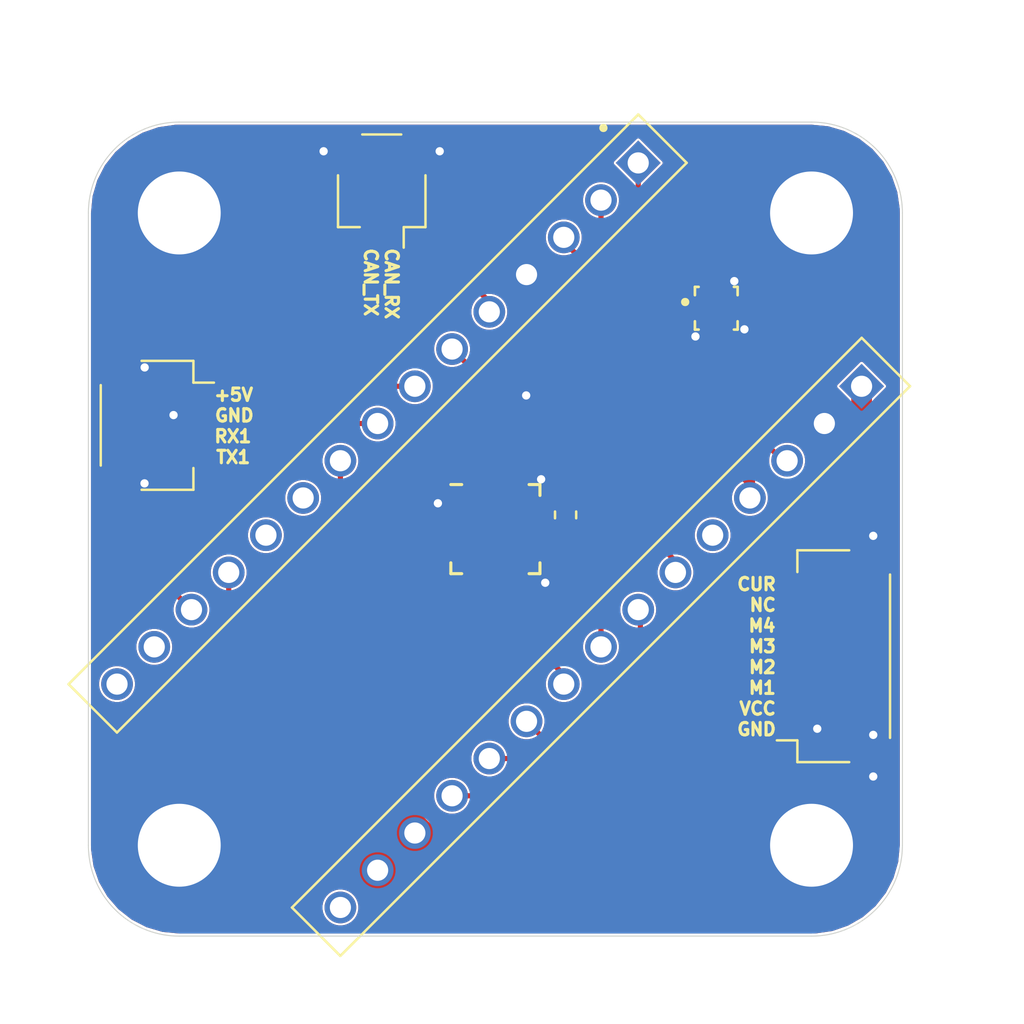
<source format=kicad_pcb>
(kicad_pcb (version 20171130) (host pcbnew "(5.1.6-0-10_14)")

  (general
    (thickness 1.6)
    (drawings 29)
    (tracks 180)
    (zones 0)
    (modules 20)
    (nets 25)
  )

  (page A4)
  (layers
    (0 F.Cu signal)
    (31 B.Cu signal)
    (32 B.Adhes user)
    (33 F.Adhes user)
    (34 B.Paste user)
    (35 F.Paste user)
    (36 B.SilkS user)
    (37 F.SilkS user)
    (38 B.Mask user hide)
    (39 F.Mask user hide)
    (40 Dwgs.User user)
    (41 Cmts.User user hide)
    (42 Eco1.User user hide)
    (43 Eco2.User user hide)
    (44 Edge.Cuts user)
    (45 Margin user)
    (46 B.CrtYd user)
    (47 F.CrtYd user)
    (48 B.Fab user hide)
    (49 F.Fab user hide)
  )

  (setup
    (last_trace_width 0.1)
    (user_trace_width 0.1)
    (user_trace_width 0.25)
    (user_trace_width 0.5)
    (user_trace_width 0.75)
    (user_trace_width 1)
    (trace_clearance 0.1)
    (zone_clearance 0.1)
    (zone_45_only no)
    (trace_min 0.1)
    (via_size 0.8)
    (via_drill 0.4)
    (via_min_size 0.45)
    (via_min_drill 0.2)
    (user_via 0.45 0.2)
    (uvia_size 0.3)
    (uvia_drill 0.1)
    (uvias_allowed no)
    (uvia_min_size 0.2)
    (uvia_min_drill 0.1)
    (edge_width 0.05)
    (segment_width 0.2)
    (pcb_text_width 0.127)
    (pcb_text_size 1.5 1.5)
    (mod_edge_width 0.12)
    (mod_text_size 1 1)
    (mod_text_width 0.15)
    (pad_size 1.524 1.524)
    (pad_drill 0.762)
    (pad_to_mask_clearance 0.05)
    (aux_axis_origin 0 0)
    (visible_elements FFFFFF7F)
    (pcbplotparams
      (layerselection 0x010fc_ffffffff)
      (usegerberextensions false)
      (usegerberattributes true)
      (usegerberadvancedattributes true)
      (creategerberjobfile true)
      (excludeedgelayer true)
      (linewidth 0.100000)
      (plotframeref false)
      (viasonmask false)
      (mode 1)
      (useauxorigin false)
      (hpglpennumber 1)
      (hpglpenspeed 20)
      (hpglpendiameter 15.000000)
      (psnegative false)
      (psa4output false)
      (plotreference true)
      (plotvalue true)
      (plotinvisibletext false)
      (padsonsilk false)
      (subtractmaskfromsilk false)
      (outputformat 1)
      (mirror false)
      (drillshape 1)
      (scaleselection 1)
      (outputdirectory ""))
  )

  (net 0 "")
  (net 1 GND)
  (net 2 +3V3_GYRO)
  (net 3 "Net-(C2-Pad1)")
  (net 4 "Net-(C3-Pad1)")
  (net 5 /Gyro/SPI1_MOSI)
  (net 6 /Gyro/SPI1_SCK)
  (net 7 /Gyro/SPI1_MISO)
  (net 8 /Gyro/SPI1_CS)
  (net 9 VCC)
  (net 10 "Net-(U2-Pad18)")
  (net 11 +5V)
  (net 12 +3V3)
  (net 13 /Nucleo/I2C1_SCL)
  (net 14 /Nucleo/I2C1_SDA)
  (net 15 /Connectors/USART1_TX)
  (net 16 /Connectors/USART1_RX)
  (net 17 /Connectors/CURR)
  (net 18 /Connectors/M4)
  (net 19 /Connectors/M3)
  (net 20 /Connectors/M2)
  (net 21 /Connectors/M1)
  (net 22 /Connectors/CAN1_TX)
  (net 23 /Connectors/CAN1_RX)
  (net 24 /Nucleo/SENSE)

  (net_class Default "This is the default net class."
    (clearance 0.1)
    (trace_width 0.1)
    (via_dia 0.8)
    (via_drill 0.4)
    (uvia_dia 0.3)
    (uvia_drill 0.1)
    (add_net +3V3)
    (add_net +3V3_GYRO)
    (add_net +5V)
    (add_net /Connectors/CAN1_RX)
    (add_net /Connectors/CAN1_TX)
    (add_net /Connectors/CURR)
    (add_net /Connectors/M1)
    (add_net /Connectors/M2)
    (add_net /Connectors/M3)
    (add_net /Connectors/M4)
    (add_net /Connectors/USART1_RX)
    (add_net /Connectors/USART1_TX)
    (add_net /Gyro/SPI1_CS)
    (add_net /Gyro/SPI1_MISO)
    (add_net /Gyro/SPI1_MOSI)
    (add_net /Gyro/SPI1_SCK)
    (add_net /Nucleo/I2C1_SCL)
    (add_net /Nucleo/I2C1_SDA)
    (add_net /Nucleo/SENSE)
    (add_net GND)
    (add_net "Net-(C2-Pad1)")
    (add_net "Net-(C3-Pad1)")
    (add_net "Net-(U2-Pad18)")
    (add_net VCC)
  )

  (module Footprints:MODULE_NUCLEO-L432KC (layer F.Cu) (tedit 608B9ECD) (tstamp 608BE875)
    (at 162.966274 104.186447 315)
    (path /608CDC7C/608D409E)
    (fp_text reference U2 (at -5.715 -26.035 135) (layer F.Fab)
      (effects (font (size 1 1) (thickness 0.015)))
    )
    (fp_text value NUCLEO32-L432KC (at 3.81 26.035 135) (layer F.Fab)
      (effects (font (size 1 1) (thickness 0.015)))
    )
    (fp_line (start -9.52 25.395) (end -9.52 -25.395) (layer F.CrtYd) (width 0.05))
    (fp_line (start 9.52 25.395) (end -9.52 25.395) (layer F.CrtYd) (width 0.05))
    (fp_line (start 9.52 -25.395) (end 9.52 25.395) (layer F.CrtYd) (width 0.05))
    (fp_line (start -9.52 -25.395) (end 9.52 -25.395) (layer F.CrtYd) (width 0.05))
    (fp_circle (center -10 -16.22) (end -9.9 -16.22) (layer F.Fab) (width 0.2))
    (fp_circle (center -10 -16.22) (end -9.9 -16.22) (layer F.SilkS) (width 0.2))
    (fp_line (start -9.27 21) (end -9.27 -17.87) (layer F.SilkS) (width 0.12))
    (fp_line (start -9.27 25.145) (end -9.27 -25.145) (layer F.Fab) (width 0.127))
    (fp_line (start 9.27 25.145) (end -9.27 25.145) (layer F.Fab) (width 0.127))
    (fp_line (start 9.27 -25.145) (end 9.27 25.145) (layer F.Fab) (width 0.127))
    (fp_line (start -9.27 -25.145) (end 9.27 -25.145) (layer F.Fab) (width 0.127))
    (fp_line (start -9.27 21) (end -5.97 21) (layer F.SilkS) (width 0.12))
    (fp_line (start -5.97 21) (end -5.97 -17.87) (layer F.SilkS) (width 0.12))
    (fp_line (start -5.97 -17.87) (end -9.27 -17.87) (layer F.SilkS) (width 0.12))
    (fp_line (start 5.97 21) (end 5.97 -17.87) (layer F.SilkS) (width 0.12))
    (fp_line (start 5.97 21) (end 9.27 21) (layer F.SilkS) (width 0.12))
    (fp_line (start 9.27 21) (end 9.27 -17.87) (layer F.SilkS) (width 0.12))
    (fp_line (start 9.27 -17.87) (end 5.97 -17.87) (layer F.SilkS) (width 0.12))
    (pad 16 thru_hole rect (at 7.62 -16.215 315) (size 1.53 1.53) (drill 1.02) (layers *.Cu *.Mask)
      (net 9 VCC))
    (pad 17 thru_hole circle (at 7.62 -13.675 315) (size 1.53 1.53) (drill 1.02) (layers *.Cu *.Mask)
      (net 1 GND))
    (pad 18 thru_hole circle (at 7.62 -11.135 315) (size 1.53 1.53) (drill 1.02) (layers *.Cu *.Mask)
      (net 10 "Net-(U2-Pad18)"))
    (pad 19 thru_hole circle (at 7.62 -8.595 315) (size 1.53 1.53) (drill 1.02) (layers *.Cu *.Mask)
      (net 11 +5V))
    (pad 20 thru_hole circle (at 7.62 -6.055 315) (size 1.53 1.53) (drill 1.02) (layers *.Cu *.Mask))
    (pad 21 thru_hole circle (at 7.62 -3.515 315) (size 1.53 1.53) (drill 1.02) (layers *.Cu *.Mask)
      (net 5 /Gyro/SPI1_MOSI))
    (pad 22 thru_hole circle (at 7.62 -0.975 315) (size 1.53 1.53) (drill 1.02) (layers *.Cu *.Mask)
      (net 7 /Gyro/SPI1_MISO))
    (pad 23 thru_hole circle (at 7.62 1.565 315) (size 1.53 1.53) (drill 1.02) (layers *.Cu *.Mask)
      (net 6 /Gyro/SPI1_SCK))
    (pad 24 thru_hole circle (at 7.62 4.105 315) (size 1.53 1.53) (drill 1.02) (layers *.Cu *.Mask)
      (net 8 /Gyro/SPI1_CS))
    (pad 25 thru_hole circle (at 7.62 6.645 315) (size 1.53 1.53) (drill 1.02) (layers *.Cu *.Mask)
      (net 18 /Connectors/M4))
    (pad 26 thru_hole circle (at 7.62 9.185 315) (size 1.53 1.53) (drill 1.02) (layers *.Cu *.Mask)
      (net 19 /Connectors/M3))
    (pad 27 thru_hole circle (at 7.62 11.725 315) (size 1.53 1.53) (drill 1.02) (layers *.Cu *.Mask)
      (net 20 /Connectors/M2))
    (pad 28 thru_hole circle (at 7.62 14.265 315) (size 1.53 1.53) (drill 1.02) (layers *.Cu *.Mask)
      (net 12 +3V3))
    (pad 29 thru_hole circle (at 7.62 16.805 315) (size 1.53 1.53) (drill 1.02) (layers *.Cu *.Mask)
      (net 12 +3V3))
    (pad 30 thru_hole circle (at 7.62 19.345 315) (size 1.53 1.53) (drill 1.02) (layers *.Cu *.Mask))
    (pad 1 thru_hole rect (at -7.62 -16.215 315) (size 1.53 1.53) (drill 1.02) (layers *.Cu *.Mask)
      (net 13 /Nucleo/I2C1_SCL))
    (pad 2 thru_hole circle (at -7.62 -13.675 315) (size 1.53 1.53) (drill 1.02) (layers *.Cu *.Mask)
      (net 14 /Nucleo/I2C1_SDA))
    (pad 3 thru_hole circle (at -7.62 -11.135 315) (size 1.53 1.53) (drill 1.02) (layers *.Cu *.Mask)
      (net 10 "Net-(U2-Pad18)"))
    (pad 4 thru_hole circle (at -7.62 -8.595 315) (size 1.53 1.53) (drill 1.02) (layers *.Cu *.Mask)
      (net 1 GND))
    (pad 5 thru_hole circle (at -7.62 -6.055 315) (size 1.53 1.53) (drill 1.02) (layers *.Cu *.Mask)
      (net 22 /Connectors/CAN1_TX))
    (pad 6 thru_hole circle (at -7.62 -3.515 315) (size 1.53 1.53) (drill 1.02) (layers *.Cu *.Mask)
      (net 24 /Nucleo/SENSE))
    (pad 7 thru_hole circle (at -7.62 -0.975 315) (size 1.53 1.53) (drill 1.02) (layers *.Cu *.Mask)
      (net 16 /Connectors/USART1_RX))
    (pad 8 thru_hole circle (at -7.62 1.565 315) (size 1.53 1.53) (drill 1.02) (layers *.Cu *.Mask)
      (net 15 /Connectors/USART1_TX))
    (pad 9 thru_hole circle (at -7.62 4.105 315) (size 1.53 1.53) (drill 1.02) (layers *.Cu *.Mask)
      (net 17 /Connectors/CURR))
    (pad 10 thru_hole circle (at -7.62 6.645 315) (size 1.53 1.53) (drill 1.02) (layers *.Cu *.Mask))
    (pad 11 thru_hole circle (at -7.62 9.185 315) (size 1.53 1.53) (drill 1.02) (layers *.Cu *.Mask))
    (pad 12 thru_hole circle (at -7.62 11.725 315) (size 1.53 1.53) (drill 1.02) (layers *.Cu *.Mask)
      (net 21 /Connectors/M1))
    (pad 13 thru_hole circle (at -7.62 14.265 315) (size 1.53 1.53) (drill 1.02) (layers *.Cu *.Mask)
      (net 23 /Connectors/CAN1_RX))
    (pad 14 thru_hole circle (at -7.62 16.805 315) (size 1.53 1.53) (drill 1.02) (layers *.Cu *.Mask))
    (pad 15 thru_hole circle (at -7.62 19.345 315) (size 1.53 1.53) (drill 1.02) (layers *.Cu *.Mask))
    (model ${KISYS3DMOD}/Connector_PinSocket_2.54mm.3dshapes/PinSocket_1x15_P2.54mm_Vertical.step
      (offset (xyz -7.6 16.2 0))
      (scale (xyz 1 1 1))
      (rotate (xyz 0 0 0))
    )
    (model ${KISYS3DMOD}/Connector_PinSocket_2.54mm.3dshapes/PinSocket_1x15_P2.54mm_Vertical.step
      (offset (xyz 7.6 16.2 0))
      (scale (xyz 1 1 1))
      (rotate (xyz 0 0 0))
    )
  )

  (module Inductor_SMD:L_0603_1608Metric (layer F.Cu) (tedit 5B301BBE) (tstamp 608CB8D5)
    (at 165.540143 104.313726 90)
    (descr "Inductor SMD 0603 (1608 Metric), square (rectangular) end terminal, IPC_7351 nominal, (Body size source: http://www.tortai-tech.com/upload/download/2011102023233369053.pdf), generated with kicad-footprint-generator")
    (tags inductor)
    (path /608CA61E/60912DB8)
    (attr smd)
    (fp_text reference FB1 (at 0 -1.43 90) (layer F.Fab)
      (effects (font (size 1 1) (thickness 0.15)))
    )
    (fp_text value 100@100MHz (at 0 1.43 90) (layer F.Fab)
      (effects (font (size 1 1) (thickness 0.15)))
    )
    (fp_line (start 1.48 0.73) (end -1.48 0.73) (layer F.CrtYd) (width 0.05))
    (fp_line (start 1.48 -0.73) (end 1.48 0.73) (layer F.CrtYd) (width 0.05))
    (fp_line (start -1.48 -0.73) (end 1.48 -0.73) (layer F.CrtYd) (width 0.05))
    (fp_line (start -1.48 0.73) (end -1.48 -0.73) (layer F.CrtYd) (width 0.05))
    (fp_line (start -0.162779 0.51) (end 0.162779 0.51) (layer F.SilkS) (width 0.12))
    (fp_line (start -0.162779 -0.51) (end 0.162779 -0.51) (layer F.SilkS) (width 0.12))
    (fp_line (start 0.8 0.4) (end -0.8 0.4) (layer F.Fab) (width 0.1))
    (fp_line (start 0.8 -0.4) (end 0.8 0.4) (layer F.Fab) (width 0.1))
    (fp_line (start -0.8 -0.4) (end 0.8 -0.4) (layer F.Fab) (width 0.1))
    (fp_line (start -0.8 0.4) (end -0.8 -0.4) (layer F.Fab) (width 0.1))
    (fp_text user %R (at 0 0 90) (layer F.Fab)
      (effects (font (size 0.4 0.4) (thickness 0.06)))
    )
    (pad 2 smd roundrect (at 0.7875 0 90) (size 0.875 0.95) (layers F.Cu F.Paste F.Mask) (roundrect_rratio 0.25)
      (net 12 +3V3))
    (pad 1 smd roundrect (at -0.7875 0 90) (size 0.875 0.95) (layers F.Cu F.Paste F.Mask) (roundrect_rratio 0.25)
      (net 2 +3V3_GYRO))
    (model ${KISYS3DMOD}/Inductor_SMD.3dshapes/L_0603_1608Metric.wrl
      (at (xyz 0 0 0))
      (scale (xyz 1 1 1))
      (rotate (xyz 0 0 0))
    )
  )

  (module Connector_JST:JST_SH_SM02B-SRSS-TB_1x02-1MP_P1.00mm_Horizontal (layer F.Cu) (tedit 608B8640) (tstamp 608C57BE)
    (at 156.669901 88.645405 180)
    (descr "JST SH series connector, SM02B-SRSS-TB (http://www.jst-mfg.com/product/pdf/eng/eSH.pdf), generated with kicad-footprint-generator")
    (tags "connector JST SH top entry")
    (path /608D7D8B/608FEDFF)
    (attr smd)
    (fp_text reference J3 (at 0 -3.98) (layer F.Fab)
      (effects (font (size 1 1) (thickness 0.15)))
    )
    (fp_text value Conn_01x03 (at 0 3.98) (layer F.Fab)
      (effects (font (size 1 1) (thickness 0.15)))
    )
    (fp_line (start -0.5 -0.967893) (end 0 -1.675) (layer F.Fab) (width 0.1))
    (fp_line (start -1 -1.675) (end -0.5 -0.967893) (layer F.Fab) (width 0.1))
    (fp_line (start 2.9 -3.28) (end -2.9 -3.28) (layer F.CrtYd) (width 0.05))
    (fp_line (start 2.9 3.28) (end 2.9 -3.28) (layer F.CrtYd) (width 0.05))
    (fp_line (start -2.9 3.28) (end 2.9 3.28) (layer F.CrtYd) (width 0.05))
    (fp_line (start -2.9 -3.28) (end -2.9 3.28) (layer F.CrtYd) (width 0.05))
    (fp_line (start 2 -1.675) (end 2 2.575) (layer F.Fab) (width 0.1))
    (fp_line (start -2 -1.675) (end -2 2.575) (layer F.Fab) (width 0.1))
    (fp_line (start -2 2.575) (end 2 2.575) (layer F.Fab) (width 0.1))
    (fp_line (start -0.94 2.685) (end 0.94 2.685) (layer F.SilkS) (width 0.12))
    (fp_line (start 2.11 -1.785) (end 1.06 -1.785) (layer F.SilkS) (width 0.12))
    (fp_line (start 2.11 0.715) (end 2.11 -1.785) (layer F.SilkS) (width 0.12))
    (fp_line (start -1.06 -1.785) (end -1.06 -2.775) (layer F.SilkS) (width 0.12))
    (fp_line (start -2.11 -1.785) (end -1.06 -1.785) (layer F.SilkS) (width 0.12))
    (fp_line (start -2.11 0.715) (end -2.11 -1.785) (layer F.SilkS) (width 0.12))
    (fp_line (start -2 -1.675) (end 2 -1.675) (layer F.Fab) (width 0.1))
    (fp_text user %R (at 0 0) (layer F.Fab)
      (effects (font (size 1 1) (thickness 0.15)))
    )
    (pad 3 smd roundrect (at 1.8 1.875 180) (size 1.2 1.8) (layers F.Cu F.Paste F.Mask) (roundrect_rratio 0.208)
      (net 1 GND))
    (pad 3 smd roundrect (at -1.8 1.875 180) (size 1.2 1.8) (layers F.Cu F.Paste F.Mask) (roundrect_rratio 0.208)
      (net 1 GND))
    (pad 2 smd roundrect (at 0.5 -2 180) (size 0.6 1.55) (layers F.Cu F.Paste F.Mask) (roundrect_rratio 0.25)
      (net 22 /Connectors/CAN1_TX))
    (pad 1 smd roundrect (at -0.5 -2 180) (size 0.6 1.55) (layers F.Cu F.Paste F.Mask) (roundrect_rratio 0.25)
      (net 23 /Connectors/CAN1_RX))
    (model ${KISYS3DMOD}/Connector_JST.3dshapes/JST_SH_SM02B-SRSS-TB_1x02-1MP_P1.00mm_Horizontal.wrl
      (at (xyz 0 0 0))
      (scale (xyz 1 1 1))
      (rotate (xyz 0 0 0))
    )
  )

  (module Connector_JST:JST_SH_SM04B-SRSS-TB_1x04-1MP_P1.00mm_Horizontal (layer F.Cu) (tedit 608B85CC) (tstamp 608BD549)
    (at 145.798888 99.993161 270)
    (descr "JST SH series connector, SM04B-SRSS-TB (http://www.jst-mfg.com/product/pdf/eng/eSH.pdf), generated with kicad-footprint-generator")
    (tags "connector JST SH top entry")
    (path /608D7D8B/60A86590)
    (attr smd)
    (fp_text reference J1 (at 0 -3.98 270) (layer F.Fab)
      (effects (font (size 1 1) (thickness 0.15)))
    )
    (fp_text value Conn_01x04 (at 0 3.98 270) (layer F.Fab)
      (effects (font (size 1 1) (thickness 0.15)))
    )
    (fp_line (start -3 -1.675) (end 3 -1.675) (layer F.Fab) (width 0.1))
    (fp_line (start -3.11 0.715) (end -3.11 -1.785) (layer F.SilkS) (width 0.12))
    (fp_line (start -3.11 -1.785) (end -2.06 -1.785) (layer F.SilkS) (width 0.12))
    (fp_line (start -2.06 -1.785) (end -2.06 -2.775) (layer F.SilkS) (width 0.12))
    (fp_line (start 3.11 0.715) (end 3.11 -1.785) (layer F.SilkS) (width 0.12))
    (fp_line (start 3.11 -1.785) (end 2.06 -1.785) (layer F.SilkS) (width 0.12))
    (fp_line (start -1.94 2.685) (end 1.94 2.685) (layer F.SilkS) (width 0.12))
    (fp_line (start -3 2.575) (end 3 2.575) (layer F.Fab) (width 0.1))
    (fp_line (start -3 -1.675) (end -3 2.575) (layer F.Fab) (width 0.1))
    (fp_line (start 3 -1.675) (end 3 2.575) (layer F.Fab) (width 0.1))
    (fp_line (start -3.9 -3.28) (end -3.9 3.28) (layer F.CrtYd) (width 0.05))
    (fp_line (start -3.9 3.28) (end 3.9 3.28) (layer F.CrtYd) (width 0.05))
    (fp_line (start 3.9 3.28) (end 3.9 -3.28) (layer F.CrtYd) (width 0.05))
    (fp_line (start 3.9 -3.28) (end -3.9 -3.28) (layer F.CrtYd) (width 0.05))
    (fp_line (start -2 -1.675) (end -1.5 -0.967893) (layer F.Fab) (width 0.1))
    (fp_line (start -1.5 -0.967893) (end -1 -1.675) (layer F.Fab) (width 0.1))
    (fp_text user %R (at 0 0 270) (layer F.Fab)
      (effects (font (size 1 1) (thickness 0.15)))
    )
    (pad 2 smd roundrect (at 2.8 1.875 270) (size 1.2 1.8) (layers F.Cu F.Paste F.Mask) (roundrect_rratio 0.208)
      (net 1 GND))
    (pad 2 smd roundrect (at -2.8 1.875 270) (size 1.2 1.8) (layers F.Cu F.Paste F.Mask) (roundrect_rratio 0.208)
      (net 1 GND))
    (pad 4 smd roundrect (at 1.5 -2 270) (size 0.6 1.55) (layers F.Cu F.Paste F.Mask) (roundrect_rratio 0.25)
      (net 15 /Connectors/USART1_TX))
    (pad 3 smd roundrect (at 0.5 -2 270) (size 0.6 1.55) (layers F.Cu F.Paste F.Mask) (roundrect_rratio 0.25)
      (net 16 /Connectors/USART1_RX))
    (pad 2 smd roundrect (at -0.5 -2 270) (size 0.6 1.55) (layers F.Cu F.Paste F.Mask) (roundrect_rratio 0.25)
      (net 1 GND))
    (pad 1 smd roundrect (at -1.5 -2 270) (size 0.6 1.55) (layers F.Cu F.Paste F.Mask) (roundrect_rratio 0.25)
      (net 11 +5V))
    (model ${KISYS3DMOD}/Connector_JST.3dshapes/JST_SH_SM04B-SRSS-TB_1x04-1MP_P1.00mm_Horizontal.wrl
      (at (xyz 0 0 0))
      (scale (xyz 1 1 1))
      (rotate (xyz 0 0 0))
    )
    (model "/Users/jeremywolfe/Documents/KiCAD/STEP/SM04B-SRSS-TB(LF)(SN)--3DModel-STEP-56544.STEP"
      (offset (xyz 0 1.3 -0.3))
      (scale (xyz 1 1 1))
      (rotate (xyz -90 0 0))
    )
  )

  (module MountingHole:MountingHole_2.7mm_Pad (layer F.Cu) (tedit 5F0D2423) (tstamp 608CBCBE)
    (at 146.900808 120.251913 315)
    (descr "Mounting Hole 2.7mm")
    (tags "mounting hole 2.7mm")
    (path /608D7D8B/608EE0A9)
    (attr virtual)
    (fp_text reference H4 (at 0 -3.7 135) (layer F.Fab)
      (effects (font (size 1 1) (thickness 0.15)))
    )
    (fp_text value MountingHole_Pad (at 0 3.7 135) (layer F.Fab)
      (effects (font (size 1 1) (thickness 0.15)))
    )
    (fp_circle (center 0 0) (end 2.7 0) (layer Cmts.User) (width 0.15))
    (fp_circle (center 0 0) (end 2.95 0) (layer F.CrtYd) (width 0.05))
    (fp_text user %R (at 0.3 0 135) (layer F.Fab)
      (effects (font (size 1 1) (thickness 0.15)))
    )
    (pad 1 thru_hole circle (at 0 0 315) (size 6 6) (drill 4) (layers *.Cu *.Mask)
      (net 1 GND))
  )

  (module MountingHole:MountingHole_2.7mm_Pad (layer F.Cu) (tedit 5F0D2423) (tstamp 608CBBAF)
    (at 177.405395 120.251913 315)
    (descr "Mounting Hole 2.7mm")
    (tags "mounting hole 2.7mm")
    (path /608D7D8B/608EDE43)
    (attr virtual)
    (fp_text reference H3 (at 0 -3.7 135) (layer F.Fab)
      (effects (font (size 1 1) (thickness 0.15)))
    )
    (fp_text value MountingHole_Pad (at 0 3.7 135) (layer F.Fab)
      (effects (font (size 1 1) (thickness 0.15)))
    )
    (fp_circle (center 0 0) (end 2.7 0) (layer Cmts.User) (width 0.15))
    (fp_circle (center 0 0) (end 2.95 0) (layer F.CrtYd) (width 0.05))
    (fp_text user %R (at 0.3 0 135) (layer F.Fab)
      (effects (font (size 1 1) (thickness 0.15)))
    )
    (pad 1 thru_hole circle (at 0 0 315) (size 6 6) (drill 4) (layers *.Cu *.Mask)
      (net 1 GND))
  )

  (module MountingHole:MountingHole_2.7mm_Pad (layer F.Cu) (tedit 5F0D2423) (tstamp 608CBA84)
    (at 146.900809 89.747326 315)
    (descr "Mounting Hole 2.7mm")
    (tags "mounting hole 2.7mm")
    (path /608D7D8B/608EDA87)
    (attr virtual)
    (fp_text reference H2 (at 0 -3.7 135) (layer F.Fab)
      (effects (font (size 1 1) (thickness 0.15)))
    )
    (fp_text value MountingHole_Pad (at 0 3.7 135) (layer F.Fab)
      (effects (font (size 1 1) (thickness 0.15)))
    )
    (fp_circle (center 0 0) (end 2.7 0) (layer Cmts.User) (width 0.15))
    (fp_circle (center 0 0) (end 2.95 0) (layer F.CrtYd) (width 0.05))
    (fp_text user %R (at 0.3 0 135) (layer F.Fab)
      (effects (font (size 1 1) (thickness 0.15)))
    )
    (pad 1 thru_hole circle (at 0 0 315) (size 6 6) (drill 4) (layers *.Cu *.Mask)
      (net 1 GND))
  )

  (module MountingHole:MountingHole_2.7mm_Pad (layer F.Cu) (tedit 5F0D2423) (tstamp 608CBADB)
    (at 177.405395 89.747326 315)
    (descr "Mounting Hole 2.7mm")
    (tags "mounting hole 2.7mm")
    (path /608D7D8B/608ED4FA)
    (attr virtual)
    (fp_text reference H1 (at 0 -3.7 135) (layer F.Fab)
      (effects (font (size 1 1) (thickness 0.15)))
    )
    (fp_text value MountingHole_Pad (at 0 3.7 135) (layer F.Fab)
      (effects (font (size 1 1) (thickness 0.15)))
    )
    (fp_circle (center 0 0) (end 2.7 0) (layer Cmts.User) (width 0.15))
    (fp_circle (center 0 0) (end 2.95 0) (layer F.CrtYd) (width 0.05))
    (fp_text user %R (at 0.3 0 135) (layer F.Fab)
      (effects (font (size 1 1) (thickness 0.15)))
    )
    (pad 1 thru_hole circle (at 0 0 315) (size 6 6) (drill 4) (layers *.Cu *.Mask)
      (net 1 GND))
  )

  (module Resistor_SMD:R_0402_1005Metric (layer F.Cu) (tedit 606BAC7A) (tstamp 608BDB3D)
    (at 162.138959 98.381101 315)
    (descr "Resistor SMD 0402 (1005 Metric), square (rectangular) end terminal, IPC_7351 nominal, (Body size source: http://www.tortai-tech.com/upload/download/2011102023233369053.pdf), generated with kicad-footprint-generator")
    (tags resistor)
    (path /608CDC7C/608E8627)
    (attr smd)
    (fp_text reference R4 (at 0 -1.17 135) (layer F.Fab)
      (effects (font (size 1 1) (thickness 0.15)))
    )
    (fp_text value 1k (at 0 1.17 135) (layer F.Fab)
      (effects (font (size 1 1) (thickness 0.15)))
    )
    (fp_line (start 0.93 0.47) (end -0.93 0.47) (layer F.CrtYd) (width 0.05))
    (fp_line (start 0.93 -0.47) (end 0.93 0.47) (layer F.CrtYd) (width 0.05))
    (fp_line (start -0.93 -0.47) (end 0.93 -0.47) (layer F.CrtYd) (width 0.05))
    (fp_line (start -0.93 0.47) (end -0.93 -0.47) (layer F.CrtYd) (width 0.05))
    (fp_line (start 0.5 0.25) (end -0.5 0.25) (layer F.Fab) (width 0.1))
    (fp_line (start 0.5 -0.25) (end 0.5 0.25) (layer F.Fab) (width 0.1))
    (fp_line (start -0.5 -0.25) (end 0.5 -0.25) (layer F.Fab) (width 0.1))
    (fp_line (start -0.5 0.25) (end -0.5 -0.25) (layer F.Fab) (width 0.1))
    (fp_text user %R (at 0 0 135) (layer F.Fab)
      (effects (font (size 0.25 0.25) (thickness 0.04)))
    )
    (pad 2 smd roundrect (at 0.485 0 315) (size 0.59 0.64) (layers F.Cu F.Paste F.Mask) (roundrect_rratio 0.25)
      (net 1 GND))
    (pad 1 smd roundrect (at -0.485 0 315) (size 0.59 0.64) (layers F.Cu F.Paste F.Mask) (roundrect_rratio 0.25)
      (net 24 /Nucleo/SENSE))
    (model ${KISYS3DMOD}/Resistor_SMD.3dshapes/R_0402_1005Metric.wrl
      (at (xyz 0 0 0))
      (scale (xyz 1 1 1))
      (rotate (xyz 0 0 0))
    )
  )

  (module Resistor_SMD:R_0402_1005Metric (layer F.Cu) (tedit 606BAC7A) (tstamp 608BDB2E)
    (at 162.80364 97.716419 315)
    (descr "Resistor SMD 0402 (1005 Metric), square (rectangular) end terminal, IPC_7351 nominal, (Body size source: http://www.tortai-tech.com/upload/download/2011102023233369053.pdf), generated with kicad-footprint-generator")
    (tags resistor)
    (path /608CDC7C/608E7FC4)
    (attr smd)
    (fp_text reference R3 (at 0 -1.17 135) (layer F.Fab)
      (effects (font (size 1 1) (thickness 0.15)))
    )
    (fp_text value 10k (at 0 1.17 135) (layer F.Fab)
      (effects (font (size 1 1) (thickness 0.15)))
    )
    (fp_line (start 0.93 0.47) (end -0.93 0.47) (layer F.CrtYd) (width 0.05))
    (fp_line (start 0.93 -0.47) (end 0.93 0.47) (layer F.CrtYd) (width 0.05))
    (fp_line (start -0.93 -0.47) (end 0.93 -0.47) (layer F.CrtYd) (width 0.05))
    (fp_line (start -0.93 0.47) (end -0.93 -0.47) (layer F.CrtYd) (width 0.05))
    (fp_line (start 0.5 0.25) (end -0.5 0.25) (layer F.Fab) (width 0.1))
    (fp_line (start 0.5 -0.25) (end 0.5 0.25) (layer F.Fab) (width 0.1))
    (fp_line (start -0.5 -0.25) (end 0.5 -0.25) (layer F.Fab) (width 0.1))
    (fp_line (start -0.5 0.25) (end -0.5 -0.25) (layer F.Fab) (width 0.1))
    (fp_text user %R (at 0 0 135) (layer F.Fab)
      (effects (font (size 0.25 0.25) (thickness 0.04)))
    )
    (pad 2 smd roundrect (at 0.485 0 315) (size 0.59 0.64) (layers F.Cu F.Paste F.Mask) (roundrect_rratio 0.25)
      (net 1 GND))
    (pad 1 smd roundrect (at -0.485 0 315) (size 0.59 0.64) (layers F.Cu F.Paste F.Mask) (roundrect_rratio 0.25)
      (net 9 VCC))
    (model ${KISYS3DMOD}/Resistor_SMD.3dshapes/R_0402_1005Metric.wrl
      (at (xyz 0 0 0))
      (scale (xyz 1 1 1))
      (rotate (xyz 0 0 0))
    )
  )

  (module Connector_JST:JST_SH_SM08B-SRSS-TB_1x08-1MP_P1.00mm_Horizontal (layer F.Cu) (tedit 608A0901) (tstamp 608BD568)
    (at 178.507314 111.13149 90)
    (descr "JST SH series connector, SM08B-SRSS-TB (http://www.jst-mfg.com/product/pdf/eng/eSH.pdf), generated with kicad-footprint-generator")
    (tags "connector JST SH top entry")
    (path /608D7D8B/60A865C9)
    (attr smd)
    (fp_text reference J2 (at 0 -3.98 90) (layer F.Fab)
      (effects (font (size 1 1) (thickness 0.15)))
    )
    (fp_text value Conn_01x08 (at 0 3.98 90) (layer F.Fab)
      (effects (font (size 1 1) (thickness 0.15)))
    )
    (fp_line (start -5 -1.675) (end 5 -1.675) (layer F.Fab) (width 0.1))
    (fp_line (start -5.11 0.715) (end -5.11 -1.785) (layer F.SilkS) (width 0.12))
    (fp_line (start -5.11 -1.785) (end -4.06 -1.785) (layer F.SilkS) (width 0.12))
    (fp_line (start -4.06 -1.785) (end -4.06 -2.775) (layer F.SilkS) (width 0.12))
    (fp_line (start 5.11 0.715) (end 5.11 -1.785) (layer F.SilkS) (width 0.12))
    (fp_line (start 5.11 -1.785) (end 4.06 -1.785) (layer F.SilkS) (width 0.12))
    (fp_line (start -3.94 2.685) (end 3.94 2.685) (layer F.SilkS) (width 0.12))
    (fp_line (start -5 2.575) (end 5 2.575) (layer F.Fab) (width 0.1))
    (fp_line (start -5 -1.675) (end -5 2.575) (layer F.Fab) (width 0.1))
    (fp_line (start 5 -1.675) (end 5 2.575) (layer F.Fab) (width 0.1))
    (fp_line (start -5.9 -3.28) (end -5.9 3.28) (layer F.CrtYd) (width 0.05))
    (fp_line (start -5.9 3.28) (end 5.9 3.28) (layer F.CrtYd) (width 0.05))
    (fp_line (start 5.9 3.28) (end 5.9 -3.28) (layer F.CrtYd) (width 0.05))
    (fp_line (start 5.9 -3.28) (end -5.9 -3.28) (layer F.CrtYd) (width 0.05))
    (fp_line (start -4 -1.675) (end -3.5 -0.967893) (layer F.Fab) (width 0.1))
    (fp_line (start -3.5 -0.967893) (end -3 -1.675) (layer F.Fab) (width 0.1))
    (fp_text user %R (at 0 0 90) (layer F.Fab)
      (effects (font (size 1 1) (thickness 0.15)))
    )
    (pad 1 smd roundrect (at 4.8 1.875 90) (size 1.2 1.8) (layers F.Cu F.Paste F.Mask) (roundrect_rratio 0.208)
      (net 1 GND))
    (pad 1 smd roundrect (at -4.8 1.875 90) (size 1.2 1.8) (layers F.Cu F.Paste F.Mask) (roundrect_rratio 0.208)
      (net 1 GND))
    (pad 8 smd roundrect (at 3.5 -2 90) (size 0.6 1.55) (layers F.Cu F.Paste F.Mask) (roundrect_rratio 0.25)
      (net 17 /Connectors/CURR))
    (pad 7 smd roundrect (at 2.5 -2 90) (size 0.6 1.55) (layers F.Cu F.Paste F.Mask) (roundrect_rratio 0.25))
    (pad 6 smd roundrect (at 1.5 -2 90) (size 0.6 1.55) (layers F.Cu F.Paste F.Mask) (roundrect_rratio 0.25)
      (net 18 /Connectors/M4))
    (pad 5 smd roundrect (at 0.5 -2 90) (size 0.6 1.55) (layers F.Cu F.Paste F.Mask) (roundrect_rratio 0.25)
      (net 19 /Connectors/M3))
    (pad 4 smd roundrect (at -0.5 -2 90) (size 0.6 1.55) (layers F.Cu F.Paste F.Mask) (roundrect_rratio 0.25)
      (net 20 /Connectors/M2))
    (pad 3 smd roundrect (at -1.5 -2 90) (size 0.6 1.55) (layers F.Cu F.Paste F.Mask) (roundrect_rratio 0.25)
      (net 21 /Connectors/M1))
    (pad 2 smd roundrect (at -2.5 -2 90) (size 0.6 1.55) (layers F.Cu F.Paste F.Mask) (roundrect_rratio 0.25)
      (net 9 VCC))
    (pad 1 smd roundrect (at -3.5 -2 90) (size 0.6 1.55) (layers F.Cu F.Paste F.Mask) (roundrect_rratio 0.25)
      (net 1 GND))
    (model ${KISYS3DMOD}/Connector_JST.3dshapes/JST_SH_SM08B-SRSS-TB_1x08-1MP_P1.00mm_Horizontal.wrl
      (at (xyz 0 0 0))
      (scale (xyz 1 1 1))
      (rotate (xyz 0 0 0))
    )
    (model "/Users/jeremywolfe/Documents/KiCAD/STEP/SM08B-SRSS-TB(LF)(SN)--3DModel-STEP-56544.STEP"
      (offset (xyz 0 -2.5 1.5))
      (scale (xyz 1 1 1))
      (rotate (xyz -90 0 0))
    )
  )

  (module Footprints:BMP388 (layer F.Cu) (tedit 60757AE6) (tstamp 608BD123)
    (at 172.809201 94.34352)
    (path /608D5207/608E517F)
    (fp_text reference U3 (at -0.284383 -1.605376) (layer F.Fab)
      (effects (font (size 0.320434 0.320434) (thickness 0.015)))
    )
    (fp_text value BMP388 (at 3.07187 1.499081) (layer F.Fab)
      (effects (font (size 0.320487 0.320487) (thickness 0.015)))
    )
    (fp_line (start 1.21 1.21) (end -1.21 1.21) (layer F.CrtYd) (width 0.05))
    (fp_line (start -1.21 1.21) (end -1.21 -1.21) (layer F.CrtYd) (width 0.05))
    (fp_line (start -1.21 -1.21) (end 1.21 -1.21) (layer F.CrtYd) (width 0.05))
    (fp_line (start 1.21 -1.21) (end 1.21 1.21) (layer F.CrtYd) (width 0.05))
    (fp_line (start 1.03 1.03) (end -1.03 1.03) (layer F.Fab) (width 0.127))
    (fp_line (start -1.03 1.03) (end -1.03 -1.03) (layer F.Fab) (width 0.127))
    (fp_line (start -1.03 -1.03) (end 1.03 -1.03) (layer F.Fab) (width 0.127))
    (fp_line (start 1.03 -1.03) (end 1.03 1.03) (layer F.Fab) (width 0.127))
    (fp_line (start -0.85 1.03) (end -1.03 1.03) (layer F.SilkS) (width 0.127))
    (fp_line (start -1.03 1.03) (end -1.03 0.63) (layer F.SilkS) (width 0.127))
    (fp_line (start -1.03 -0.63) (end -1.03 -1.03) (layer F.SilkS) (width 0.127))
    (fp_line (start -1.03 -1.03) (end -0.85 -1.03) (layer F.SilkS) (width 0.127))
    (fp_line (start 0.85 -1.03) (end 1.03 -1.03) (layer F.SilkS) (width 0.127))
    (fp_line (start 1.03 -1.03) (end 1.03 -0.63) (layer F.SilkS) (width 0.127))
    (fp_line (start 0.85 1.03) (end 1.03 1.03) (layer F.SilkS) (width 0.127))
    (fp_line (start 1.03 1.03) (end 1.03 0.63) (layer F.SilkS) (width 0.127))
    (fp_circle (center -1.5 -0.3) (end -1.4 -0.3) (layer F.Fab) (width 0.2))
    (fp_circle (center -1.5 -0.3) (end -1.4 -0.3) (layer F.SilkS) (width 0.2))
    (pad 10 smd rect (at -0.5 -0.765) (size 0.35 0.38) (layers F.Cu F.Paste F.Mask)
      (net 12 +3V3))
    (pad 9 smd rect (at 0 -0.765) (size 0.35 0.38) (layers F.Cu F.Paste F.Mask)
      (net 1 GND))
    (pad 8 smd rect (at 0.5 -0.765) (size 0.35 0.38) (layers F.Cu F.Paste F.Mask)
      (net 1 GND))
    (pad 7 smd rect (at 0.765 -0.25) (size 0.35 0.38) (layers F.Cu F.Paste F.Mask))
    (pad 6 smd rect (at 0.765 0.25) (size 0.35 0.38) (layers F.Cu F.Paste F.Mask)
      (net 12 +3V3))
    (pad 5 smd rect (at 0.5 0.765) (size 0.35 0.38) (layers F.Cu F.Paste F.Mask)
      (net 1 GND))
    (pad 4 smd rect (at 0 0.765) (size 0.35 0.38) (layers F.Cu F.Paste F.Mask)
      (net 14 /Nucleo/I2C1_SDA))
    (pad 3 smd rect (at -0.5 0.765) (size 0.35 0.38) (layers F.Cu F.Paste F.Mask)
      (net 1 GND))
    (pad 2 smd rect (at -0.765 0.25) (size 0.35 0.38) (layers F.Cu F.Paste F.Mask)
      (net 13 /Nucleo/I2C1_SCL))
    (pad 1 smd rect (at -0.765 -0.25) (size 0.35 0.38) (layers F.Cu F.Paste F.Mask)
      (net 12 +3V3))
    (model /Users/jeremywolfe/Documents/KiCAD/STEP/BMP388--3DModel-STEP-56544.step
      (at (xyz 0 0 0))
      (scale (xyz 1 1 1))
      (rotate (xyz -90 0 90))
    )
  )

  (module Resistor_SMD:R_0402_1005Metric (layer F.Cu) (tedit 606BAC7A) (tstamp 608BD029)
    (at 173.089959 96.024351)
    (descr "Resistor SMD 0402 (1005 Metric), square (rectangular) end terminal, IPC_7351 nominal, (Body size source: http://www.tortai-tech.com/upload/download/2011102023233369053.pdf), generated with kicad-footprint-generator")
    (tags resistor)
    (path /608D5207/60873AA2)
    (attr smd)
    (fp_text reference R2 (at 0 -1.17) (layer F.Fab)
      (effects (font (size 1 1) (thickness 0.15)))
    )
    (fp_text value 4.7k (at 0 1.17) (layer F.Fab)
      (effects (font (size 1 1) (thickness 0.15)))
    )
    (fp_line (start 0.93 0.47) (end -0.93 0.47) (layer F.CrtYd) (width 0.05))
    (fp_line (start 0.93 -0.47) (end 0.93 0.47) (layer F.CrtYd) (width 0.05))
    (fp_line (start -0.93 -0.47) (end 0.93 -0.47) (layer F.CrtYd) (width 0.05))
    (fp_line (start -0.93 0.47) (end -0.93 -0.47) (layer F.CrtYd) (width 0.05))
    (fp_line (start 0.5 0.25) (end -0.5 0.25) (layer F.Fab) (width 0.1))
    (fp_line (start 0.5 -0.25) (end 0.5 0.25) (layer F.Fab) (width 0.1))
    (fp_line (start -0.5 -0.25) (end 0.5 -0.25) (layer F.Fab) (width 0.1))
    (fp_line (start -0.5 0.25) (end -0.5 -0.25) (layer F.Fab) (width 0.1))
    (fp_text user %R (at 0 0) (layer F.Fab)
      (effects (font (size 0.25 0.25) (thickness 0.04)))
    )
    (pad 2 smd roundrect (at 0.485 0) (size 0.59 0.64) (layers F.Cu F.Paste F.Mask) (roundrect_rratio 0.25)
      (net 12 +3V3))
    (pad 1 smd roundrect (at -0.485 0) (size 0.59 0.64) (layers F.Cu F.Paste F.Mask) (roundrect_rratio 0.25)
      (net 14 /Nucleo/I2C1_SDA))
    (model ${KISYS3DMOD}/Resistor_SMD.3dshapes/R_0402_1005Metric.wrl
      (at (xyz 0 0 0))
      (scale (xyz 1 1 1))
      (rotate (xyz 0 0 0))
    )
  )

  (module Resistor_SMD:R_0402_1005Metric (layer F.Cu) (tedit 606BAC7A) (tstamp 608BD01A)
    (at 171.126286 94.622194 90)
    (descr "Resistor SMD 0402 (1005 Metric), square (rectangular) end terminal, IPC_7351 nominal, (Body size source: http://www.tortai-tech.com/upload/download/2011102023233369053.pdf), generated with kicad-footprint-generator")
    (tags resistor)
    (path /608D5207/608730BE)
    (attr smd)
    (fp_text reference R1 (at 0 -1.17 90) (layer F.Fab)
      (effects (font (size 1 1) (thickness 0.15)))
    )
    (fp_text value 4.7k (at 0 1.17 90) (layer F.Fab)
      (effects (font (size 1 1) (thickness 0.15)))
    )
    (fp_line (start 0.93 0.47) (end -0.93 0.47) (layer F.CrtYd) (width 0.05))
    (fp_line (start 0.93 -0.47) (end 0.93 0.47) (layer F.CrtYd) (width 0.05))
    (fp_line (start -0.93 -0.47) (end 0.93 -0.47) (layer F.CrtYd) (width 0.05))
    (fp_line (start -0.93 0.47) (end -0.93 -0.47) (layer F.CrtYd) (width 0.05))
    (fp_line (start 0.5 0.25) (end -0.5 0.25) (layer F.Fab) (width 0.1))
    (fp_line (start 0.5 -0.25) (end 0.5 0.25) (layer F.Fab) (width 0.1))
    (fp_line (start -0.5 -0.25) (end 0.5 -0.25) (layer F.Fab) (width 0.1))
    (fp_line (start -0.5 0.25) (end -0.5 -0.25) (layer F.Fab) (width 0.1))
    (fp_text user %R (at 0 0 90) (layer F.Fab)
      (effects (font (size 0.25 0.25) (thickness 0.04)))
    )
    (pad 2 smd roundrect (at 0.485 0 90) (size 0.59 0.64) (layers F.Cu F.Paste F.Mask) (roundrect_rratio 0.25)
      (net 12 +3V3))
    (pad 1 smd roundrect (at -0.485 0 90) (size 0.59 0.64) (layers F.Cu F.Paste F.Mask) (roundrect_rratio 0.25)
      (net 13 /Nucleo/I2C1_SCL))
    (model ${KISYS3DMOD}/Resistor_SMD.3dshapes/R_0402_1005Metric.wrl
      (at (xyz 0 0 0))
      (scale (xyz 1 1 1))
      (rotate (xyz 0 0 0))
    )
  )

  (module Capacitor_SMD:C_0402_1005Metric (layer F.Cu) (tedit 606BC262) (tstamp 608BD00B)
    (at 172.530526 92.660606)
    (descr "Capacitor SMD 0402 (1005 Metric), square (rectangular) end terminal, IPC_7351 nominal, (Body size source: http://www.tortai-tech.com/upload/download/2011102023233369053.pdf), generated with kicad-footprint-generator")
    (tags capacitor)
    (path /608D5207/60876227)
    (attr smd)
    (fp_text reference C5 (at 0 -1.17) (layer F.Fab)
      (effects (font (size 1 1) (thickness 0.15)))
    )
    (fp_text value 0.1uF (at 0 1.17) (layer F.Fab)
      (effects (font (size 1 1) (thickness 0.15)))
    )
    (fp_line (start -0.5 0.25) (end -0.5 -0.25) (layer F.Fab) (width 0.1))
    (fp_line (start -0.5 -0.25) (end 0.5 -0.25) (layer F.Fab) (width 0.1))
    (fp_line (start 0.5 -0.25) (end 0.5 0.25) (layer F.Fab) (width 0.1))
    (fp_line (start 0.5 0.25) (end -0.5 0.25) (layer F.Fab) (width 0.1))
    (fp_line (start -0.93 0.47) (end -0.93 -0.47) (layer F.CrtYd) (width 0.05))
    (fp_line (start -0.93 -0.47) (end 0.93 -0.47) (layer F.CrtYd) (width 0.05))
    (fp_line (start 0.93 -0.47) (end 0.93 0.47) (layer F.CrtYd) (width 0.05))
    (fp_line (start 0.93 0.47) (end -0.93 0.47) (layer F.CrtYd) (width 0.05))
    (fp_text user %R (at 0 0) (layer F.Fab)
      (effects (font (size 0.25 0.25) (thickness 0.04)))
    )
    (pad 2 smd roundrect (at 0.485 0) (size 0.59 0.64) (layers F.Cu F.Paste F.Mask) (roundrect_rratio 0.25)
      (net 1 GND))
    (pad 1 smd roundrect (at -0.485 0) (size 0.59 0.64) (layers F.Cu F.Paste F.Mask) (roundrect_rratio 0.25)
      (net 12 +3V3))
    (model ${KISYS3DMOD}/Capacitor_SMD.3dshapes/C_0402_1005Metric.wrl
      (at (xyz 0 0 0))
      (scale (xyz 1 1 1))
      (rotate (xyz 0 0 0))
    )
  )

  (module Capacitor_SMD:C_0402_1005Metric (layer F.Cu) (tedit 606BC262) (tstamp 608BCFFC)
    (at 174.492115 94.064845 90)
    (descr "Capacitor SMD 0402 (1005 Metric), square (rectangular) end terminal, IPC_7351 nominal, (Body size source: http://www.tortai-tech.com/upload/download/2011102023233369053.pdf), generated with kicad-footprint-generator")
    (tags capacitor)
    (path /608D5207/6087626C)
    (attr smd)
    (fp_text reference C4 (at 0 -1.17 90) (layer F.Fab)
      (effects (font (size 1 1) (thickness 0.15)))
    )
    (fp_text value 0.1uF (at 0 1.17 90) (layer F.Fab)
      (effects (font (size 1 1) (thickness 0.15)))
    )
    (fp_line (start -0.5 0.25) (end -0.5 -0.25) (layer F.Fab) (width 0.1))
    (fp_line (start -0.5 -0.25) (end 0.5 -0.25) (layer F.Fab) (width 0.1))
    (fp_line (start 0.5 -0.25) (end 0.5 0.25) (layer F.Fab) (width 0.1))
    (fp_line (start 0.5 0.25) (end -0.5 0.25) (layer F.Fab) (width 0.1))
    (fp_line (start -0.93 0.47) (end -0.93 -0.47) (layer F.CrtYd) (width 0.05))
    (fp_line (start -0.93 -0.47) (end 0.93 -0.47) (layer F.CrtYd) (width 0.05))
    (fp_line (start 0.93 -0.47) (end 0.93 0.47) (layer F.CrtYd) (width 0.05))
    (fp_line (start 0.93 0.47) (end -0.93 0.47) (layer F.CrtYd) (width 0.05))
    (fp_text user %R (at 0 0 90) (layer F.Fab)
      (effects (font (size 0.25 0.25) (thickness 0.04)))
    )
    (pad 2 smd roundrect (at 0.485 0 90) (size 0.59 0.64) (layers F.Cu F.Paste F.Mask) (roundrect_rratio 0.25)
      (net 1 GND))
    (pad 1 smd roundrect (at -0.485 0 90) (size 0.59 0.64) (layers F.Cu F.Paste F.Mask) (roundrect_rratio 0.25)
      (net 12 +3V3))
    (model ${KISYS3DMOD}/Capacitor_SMD.3dshapes/C_0402_1005Metric.wrl
      (at (xyz 0 0 0))
      (scale (xyz 1 1 1))
      (rotate (xyz 0 0 0))
    )
  )

  (module Sensor_Motion:InvenSense_QFN-24_4x4mm_P0.5mm (layer F.Cu) (tedit 5B5A6D8E) (tstamp 608BCD99)
    (at 162.153101 104.999619)
    (descr "24-Lead Plastic QFN (4mm x 4mm); Pitch 0.5mm; EP 2.7x2.6mm; for InvenSense motion sensors; keepout area marked (Package see: https://store.invensense.com/datasheets/invensense/MPU-6050_DataSheet_V3%204.pdf; See also https://www.invensense.com/wp-content/uploads/2015/02/InvenSense-MEMS-Handling.pdf)")
    (tags "QFN 0.5")
    (path /608CA61E/60B2E497)
    (attr smd)
    (fp_text reference U1 (at 0 -3.374999) (layer F.Fab)
      (effects (font (size 1 1) (thickness 0.15)))
    )
    (fp_text value MPU-6000 (at 0 3.375) (layer F.Fab)
      (effects (font (size 1 1) (thickness 0.15)))
    )
    (fp_line (start -0.975 -1.325) (end -1.375 -0.925) (layer Dwgs.User) (width 0.05))
    (fp_line (start -0.475 -1.325) (end -1.375 -0.425) (layer Dwgs.User) (width 0.05))
    (fp_line (start 0.025 -1.325) (end -1.375 0.075) (layer Dwgs.User) (width 0.05))
    (fp_line (start 0.525 -1.325) (end -1.375 0.575) (layer Dwgs.User) (width 0.05))
    (fp_line (start 1.025 -1.325) (end -1.375 1.075) (layer Dwgs.User) (width 0.05))
    (fp_line (start 1.375 -1.175) (end -1.125 1.325) (layer Dwgs.User) (width 0.05))
    (fp_line (start 1.375 -0.675) (end -0.625 1.325) (layer Dwgs.User) (width 0.05))
    (fp_line (start 1.375 -0.175) (end -0.125 1.325) (layer Dwgs.User) (width 0.05))
    (fp_line (start 1.375 0.325) (end 0.375 1.325) (layer Dwgs.User) (width 0.05))
    (fp_line (start 1.375 0.825) (end 0.875 1.325) (layer Dwgs.User) (width 0.05))
    (fp_line (start 1.375 1.325) (end -1.375 1.325) (layer Dwgs.User) (width 0.05))
    (fp_line (start 1.375 -1.325) (end -1.375 -1.325) (layer Dwgs.User) (width 0.05))
    (fp_line (start -1.375 1.325) (end -1.375 -1.325) (layer Dwgs.User) (width 0.05))
    (fp_line (start 1.375 1.325) (end 1.375 -1.325) (layer Dwgs.User) (width 0.05))
    (fp_line (start 2.15 -2.15) (end 1.625 -2.15) (layer F.SilkS) (width 0.15))
    (fp_line (start 2.15 2.15) (end 1.625 2.15) (layer F.SilkS) (width 0.15))
    (fp_line (start -2.15 2.15) (end -1.625 2.15) (layer F.SilkS) (width 0.15))
    (fp_line (start -2.15 -2.15) (end -1.625 -2.15) (layer F.SilkS) (width 0.15))
    (fp_line (start 2.15 2.15) (end 2.15 1.625) (layer F.SilkS) (width 0.15))
    (fp_line (start -2.15 2.15) (end -2.15 1.625) (layer F.SilkS) (width 0.15))
    (fp_line (start 2.15 -2.15) (end 2.15 -1.625) (layer F.SilkS) (width 0.15))
    (fp_line (start -2.65 2.65) (end 2.65 2.65) (layer F.CrtYd) (width 0.05))
    (fp_line (start -2.65 -2.65) (end 2.65 -2.65) (layer F.CrtYd) (width 0.05))
    (fp_line (start 2.65 -2.65) (end 2.65 2.65) (layer F.CrtYd) (width 0.05))
    (fp_line (start -2.65 -2.65) (end -2.65 2.65) (layer F.CrtYd) (width 0.05))
    (fp_line (start -2 -1) (end -1 -2) (layer F.Fab) (width 0.15))
    (fp_line (start -2 2) (end -2 -1) (layer F.Fab) (width 0.15))
    (fp_line (start 2 2) (end -2 2) (layer F.Fab) (width 0.15))
    (fp_line (start 2 -2) (end 2 2) (layer F.Fab) (width 0.15))
    (fp_line (start -1 -2) (end 2 -2) (layer F.Fab) (width 0.15))
    (fp_text user Component (at 0 0.55) (layer Cmts.User)
      (effects (font (size 0.2 0.2) (thickness 0.04)))
    )
    (fp_text user "Directly Below" (at 0 0.25) (layer Cmts.User)
      (effects (font (size 0.2 0.2) (thickness 0.04)))
    )
    (fp_text user "No Copper" (at 0 -0.1) (layer Cmts.User)
      (effects (font (size 0.2 0.2) (thickness 0.04)))
    )
    (fp_text user KEEPOUT (at 0 -0.5) (layer Cmts.User)
      (effects (font (size 0.2 0.2) (thickness 0.04)))
    )
    (fp_text user %R (at 0 0) (layer F.Fab)
      (effects (font (size 1 1) (thickness 0.15)))
    )
    (pad 24 smd roundrect (at -1.25 -1.95 90) (size 0.85 0.3) (layers F.Cu F.Paste F.Mask) (roundrect_rratio 0.25)
      (net 5 /Gyro/SPI1_MOSI))
    (pad 23 smd roundrect (at -0.75 -1.95 90) (size 0.85 0.3) (layers F.Cu F.Paste F.Mask) (roundrect_rratio 0.25)
      (net 6 /Gyro/SPI1_SCK))
    (pad 22 smd roundrect (at -0.25 -1.95 90) (size 0.85 0.3) (layers F.Cu F.Paste F.Mask) (roundrect_rratio 0.25))
    (pad 21 smd roundrect (at 0.25 -1.95 90) (size 0.85 0.3) (layers F.Cu F.Paste F.Mask) (roundrect_rratio 0.25))
    (pad 20 smd roundrect (at 0.75 -1.95 90) (size 0.85 0.3) (layers F.Cu F.Paste F.Mask) (roundrect_rratio 0.25)
      (net 3 "Net-(C2-Pad1)"))
    (pad 19 smd roundrect (at 1.25 -1.95 90) (size 0.85 0.3) (layers F.Cu F.Paste F.Mask) (roundrect_rratio 0.25))
    (pad 18 smd roundrect (at 1.95 -1.25) (size 0.85 0.3) (layers F.Cu F.Paste F.Mask) (roundrect_rratio 0.25)
      (net 1 GND))
    (pad 17 smd roundrect (at 1.95 -0.75) (size 0.85 0.3) (layers F.Cu F.Paste F.Mask) (roundrect_rratio 0.25))
    (pad 16 smd roundrect (at 1.95 -0.25) (size 0.85 0.3) (layers F.Cu F.Paste F.Mask) (roundrect_rratio 0.25))
    (pad 15 smd roundrect (at 1.95 0.25) (size 0.85 0.3) (layers F.Cu F.Paste F.Mask) (roundrect_rratio 0.25))
    (pad 14 smd roundrect (at 1.95 0.75) (size 0.85 0.3) (layers F.Cu F.Paste F.Mask) (roundrect_rratio 0.25))
    (pad 13 smd roundrect (at 1.95 1.25) (size 0.85 0.3) (layers F.Cu F.Paste F.Mask) (roundrect_rratio 0.25)
      (net 2 +3V3_GYRO))
    (pad 12 smd roundrect (at 1.25 1.95 90) (size 0.85 0.3) (layers F.Cu F.Paste F.Mask) (roundrect_rratio 0.25))
    (pad 11 smd roundrect (at 0.75 1.95 90) (size 0.85 0.3) (layers F.Cu F.Paste F.Mask) (roundrect_rratio 0.25)
      (net 1 GND))
    (pad 10 smd roundrect (at 0.25 1.95 90) (size 0.85 0.3) (layers F.Cu F.Paste F.Mask) (roundrect_rratio 0.25)
      (net 4 "Net-(C3-Pad1)"))
    (pad 9 smd roundrect (at -0.25 1.95 90) (size 0.85 0.3) (layers F.Cu F.Paste F.Mask) (roundrect_rratio 0.25)
      (net 7 /Gyro/SPI1_MISO))
    (pad 8 smd roundrect (at -0.75 1.95 90) (size 0.85 0.3) (layers F.Cu F.Paste F.Mask) (roundrect_rratio 0.25)
      (net 8 /Gyro/SPI1_CS))
    (pad 7 smd roundrect (at -1.25 1.95 90) (size 0.85 0.3) (layers F.Cu F.Paste F.Mask) (roundrect_rratio 0.25))
    (pad 6 smd roundrect (at -1.95 1.25) (size 0.85 0.3) (layers F.Cu F.Paste F.Mask) (roundrect_rratio 0.25))
    (pad 5 smd roundrect (at -1.95 0.75) (size 0.85 0.3) (layers F.Cu F.Paste F.Mask) (roundrect_rratio 0.25))
    (pad 4 smd roundrect (at -1.95 0.25) (size 0.85 0.3) (layers F.Cu F.Paste F.Mask) (roundrect_rratio 0.25))
    (pad 3 smd roundrect (at -1.95 -0.25) (size 0.85 0.3) (layers F.Cu F.Paste F.Mask) (roundrect_rratio 0.25))
    (pad 2 smd roundrect (at -1.95 -0.75) (size 0.85 0.3) (layers F.Cu F.Paste F.Mask) (roundrect_rratio 0.25))
    (pad 1 smd roundrect (at -1.95 -1.25) (size 0.85 0.3) (layers F.Cu F.Paste F.Mask) (roundrect_rratio 0.25)
      (net 1 GND))
    (model ${KISYS3DMOD}/Package_DFN_QFN.3dshapes/QFN-24-1EP_4x4mm_P0.5mm_EP2.7x2.6mm.wrl
      (at (xyz 0 0 0))
      (scale (xyz 1 1 1))
      (rotate (xyz 0 0 0))
    )
  )

  (module Capacitor_SMD:C_0402_1005Metric (layer F.Cu) (tedit 606BC262) (tstamp 608BCB97)
    (at 163.454178 108.153316)
    (descr "Capacitor SMD 0402 (1005 Metric), square (rectangular) end terminal, IPC_7351 nominal, (Body size source: http://www.tortai-tech.com/upload/download/2011102023233369053.pdf), generated with kicad-footprint-generator")
    (tags capacitor)
    (path /608CA61E/60B2E478)
    (attr smd)
    (fp_text reference C3 (at 0 -1.17) (layer F.Fab)
      (effects (font (size 1 1) (thickness 0.15)))
    )
    (fp_text value 0.1uF (at 0 1.17) (layer F.Fab)
      (effects (font (size 1 1) (thickness 0.15)))
    )
    (fp_line (start -0.5 0.25) (end -0.5 -0.25) (layer F.Fab) (width 0.1))
    (fp_line (start -0.5 -0.25) (end 0.5 -0.25) (layer F.Fab) (width 0.1))
    (fp_line (start 0.5 -0.25) (end 0.5 0.25) (layer F.Fab) (width 0.1))
    (fp_line (start 0.5 0.25) (end -0.5 0.25) (layer F.Fab) (width 0.1))
    (fp_line (start -0.93 0.47) (end -0.93 -0.47) (layer F.CrtYd) (width 0.05))
    (fp_line (start -0.93 -0.47) (end 0.93 -0.47) (layer F.CrtYd) (width 0.05))
    (fp_line (start 0.93 -0.47) (end 0.93 0.47) (layer F.CrtYd) (width 0.05))
    (fp_line (start 0.93 0.47) (end -0.93 0.47) (layer F.CrtYd) (width 0.05))
    (fp_text user %R (at 0 0) (layer F.Fab)
      (effects (font (size 0.25 0.25) (thickness 0.04)))
    )
    (pad 2 smd roundrect (at 0.485 0) (size 0.59 0.64) (layers F.Cu F.Paste F.Mask) (roundrect_rratio 0.25)
      (net 1 GND))
    (pad 1 smd roundrect (at -0.485 0) (size 0.59 0.64) (layers F.Cu F.Paste F.Mask) (roundrect_rratio 0.25)
      (net 4 "Net-(C3-Pad1)"))
    (model ${KISYS3DMOD}/Capacitor_SMD.3dshapes/C_0402_1005Metric.wrl
      (at (xyz 0 0 0))
      (scale (xyz 1 1 1))
      (rotate (xyz 0 0 0))
    )
  )

  (module Capacitor_SMD:C_0402_1005Metric (layer F.Cu) (tedit 606BC262) (tstamp 608BCB88)
    (at 163.874274 101.874207)
    (descr "Capacitor SMD 0402 (1005 Metric), square (rectangular) end terminal, IPC_7351 nominal, (Body size source: http://www.tortai-tech.com/upload/download/2011102023233369053.pdf), generated with kicad-footprint-generator")
    (tags capacitor)
    (path /608CA61E/60B2E47E)
    (attr smd)
    (fp_text reference C2 (at 0 -1.17) (layer F.Fab)
      (effects (font (size 1 1) (thickness 0.15)))
    )
    (fp_text value 2.2uF (at 0 1.17) (layer F.Fab)
      (effects (font (size 1 1) (thickness 0.15)))
    )
    (fp_line (start -0.5 0.25) (end -0.5 -0.25) (layer F.Fab) (width 0.1))
    (fp_line (start -0.5 -0.25) (end 0.5 -0.25) (layer F.Fab) (width 0.1))
    (fp_line (start 0.5 -0.25) (end 0.5 0.25) (layer F.Fab) (width 0.1))
    (fp_line (start 0.5 0.25) (end -0.5 0.25) (layer F.Fab) (width 0.1))
    (fp_line (start -0.93 0.47) (end -0.93 -0.47) (layer F.CrtYd) (width 0.05))
    (fp_line (start -0.93 -0.47) (end 0.93 -0.47) (layer F.CrtYd) (width 0.05))
    (fp_line (start 0.93 -0.47) (end 0.93 0.47) (layer F.CrtYd) (width 0.05))
    (fp_line (start 0.93 0.47) (end -0.93 0.47) (layer F.CrtYd) (width 0.05))
    (fp_text user %R (at 0 0) (layer F.Fab)
      (effects (font (size 0.25 0.25) (thickness 0.04)))
    )
    (pad 2 smd roundrect (at 0.485 0) (size 0.59 0.64) (layers F.Cu F.Paste F.Mask) (roundrect_rratio 0.25)
      (net 1 GND))
    (pad 1 smd roundrect (at -0.485 0) (size 0.59 0.64) (layers F.Cu F.Paste F.Mask) (roundrect_rratio 0.25)
      (net 3 "Net-(C2-Pad1)"))
    (model ${KISYS3DMOD}/Capacitor_SMD.3dshapes/C_0402_1005Metric.wrl
      (at (xyz 0 0 0))
      (scale (xyz 1 1 1))
      (rotate (xyz 0 0 0))
    )
  )

  (module Capacitor_SMD:C_0402_1005Metric (layer F.Cu) (tedit 606BC262) (tstamp 608C1BA4)
    (at 165.278513 106.720791 270)
    (descr "Capacitor SMD 0402 (1005 Metric), square (rectangular) end terminal, IPC_7351 nominal, (Body size source: http://www.tortai-tech.com/upload/download/2011102023233369053.pdf), generated with kicad-footprint-generator")
    (tags capacitor)
    (path /608CA61E/60B2E4A3)
    (attr smd)
    (fp_text reference C1 (at 0 -1.17 90) (layer F.Fab)
      (effects (font (size 1 1) (thickness 0.15)))
    )
    (fp_text value 0.1uF (at 0 1.17 90) (layer F.Fab)
      (effects (font (size 1 1) (thickness 0.15)))
    )
    (fp_line (start -0.5 0.25) (end -0.5 -0.25) (layer F.Fab) (width 0.1))
    (fp_line (start -0.5 -0.25) (end 0.5 -0.25) (layer F.Fab) (width 0.1))
    (fp_line (start 0.5 -0.25) (end 0.5 0.25) (layer F.Fab) (width 0.1))
    (fp_line (start 0.5 0.25) (end -0.5 0.25) (layer F.Fab) (width 0.1))
    (fp_line (start -0.93 0.47) (end -0.93 -0.47) (layer F.CrtYd) (width 0.05))
    (fp_line (start -0.93 -0.47) (end 0.93 -0.47) (layer F.CrtYd) (width 0.05))
    (fp_line (start 0.93 -0.47) (end 0.93 0.47) (layer F.CrtYd) (width 0.05))
    (fp_line (start 0.93 0.47) (end -0.93 0.47) (layer F.CrtYd) (width 0.05))
    (fp_text user %R (at 0 0 90) (layer F.Fab)
      (effects (font (size 0.25 0.25) (thickness 0.04)))
    )
    (pad 2 smd roundrect (at 0.485 0 270) (size 0.59 0.64) (layers F.Cu F.Paste F.Mask) (roundrect_rratio 0.25)
      (net 1 GND))
    (pad 1 smd roundrect (at -0.485 0 270) (size 0.59 0.64) (layers F.Cu F.Paste F.Mask) (roundrect_rratio 0.25)
      (net 2 +3V3_GYRO))
    (model ${KISYS3DMOD}/Capacitor_SMD.3dshapes/C_0402_1005Metric.wrl
      (at (xyz 0 0 0))
      (scale (xyz 1 1 1))
      (rotate (xyz 0 0 0))
    )
  )

  (gr_text CAN_TX (at 156.142694 93.091941 270) (layer F.SilkS) (tstamp 608CACC8)
    (effects (font (size 0.6 0.6) (thickness 0.15)))
  )
  (gr_text CAN_RX (at 157.146785 93.162652 270) (layer F.SilkS) (tstamp 608CAD28)
    (effects (font (size 0.6 0.6) (thickness 0.15)))
  )
  (gr_text TX1 (at 149.502962 101.527725) (layer F.SilkS) (tstamp 608CAB52)
    (effects (font (size 0.6 0.6) (thickness 0.15)))
  )
  (gr_text RX1 (at 149.488819 100.523633) (layer F.SilkS) (tstamp 608CAB4E)
    (effects (font (size 0.6 0.6) (thickness 0.15)))
  )
  (gr_text GND (at 149.55953 99.519542) (layer F.SilkS) (tstamp 608CAAF6)
    (effects (font (size 0.6 0.6) (thickness 0.15)))
  )
  (gr_text +5V (at 149.524175 98.522521) (layer F.SilkS) (tstamp 608CAAF5)
    (effects (font (size 0.6 0.6) (thickness 0.15)))
  )
  (gr_text NC (at 175.050729 108.662433) (layer F.SilkS) (tstamp 608C8B65)
    (effects (font (size 0.6 0.6) (thickness 0.15)))
  )
  (gr_text GND (at 174.753744 114.658699) (layer F.SilkS) (tstamp 608C8AC9)
    (effects (font (size 0.6 0.6) (thickness 0.15)))
  )
  (gr_text VCC (at 174.803242 113.661677) (layer F.SilkS) (tstamp 608B909C)
    (effects (font (size 0.6 0.6) (thickness 0.15)))
  )
  (gr_text M1 (at 175.029516 112.657586) (layer F.SilkS) (tstamp 608B909B)
    (effects (font (size 0.6 0.6) (thickness 0.15)))
  )
  (gr_text M2 (at 175.036587 111.660565) (layer F.SilkS) (tstamp 608B909A)
    (effects (font (size 0.6 0.6) (thickness 0.15)))
  )
  (gr_text M3 (at 175.036587 110.656474) (layer F.SilkS) (tstamp 608B9099)
    (effects (font (size 0.6 0.6) (thickness 0.15)))
  )
  (gr_text M4 (at 175.015374 109.659453) (layer F.SilkS) (tstamp 608B9098)
    (effects (font (size 0.6 0.6) (thickness 0.15)))
  )
  (gr_text CUR (at 174.753744 107.658341) (layer F.SilkS) (tstamp 608B9096)
    (effects (font (size 0.6 0.6) (thickness 0.15)))
  )
  (gr_arc (start 146.900809 89.747326) (end 146.900808 85.363266) (angle -90) (layer Edge.Cuts) (width 0.05) (tstamp 608BF177))
  (gr_arc (start 146.900808 120.251913) (end 142.516747 120.251913) (angle -90) (layer Edge.Cuts) (width 0.05) (tstamp 608BF168))
  (gr_arc (start 177.405395 120.251913) (end 177.405395 124.635973) (angle -90) (layer Edge.Cuts) (width 0.05) (tstamp 608BF159))
  (gr_arc (start 177.405395 89.747326) (end 181.789456 89.747326) (angle -90) (layer Edge.Cuts) (width 0.05))
  (gr_line (start 146.900808 85.363266) (end 177.405395 85.363265) (layer Edge.Cuts) (width 0.05) (tstamp 608BEB2B))
  (gr_line (start 142.516747 120.251913) (end 142.516747 89.747326) (layer Edge.Cuts) (width 0.05))
  (gr_line (start 177.405395 124.635973) (end 146.900808 124.635972) (layer Edge.Cuts) (width 0.05))
  (gr_line (start 181.789456 89.747326) (end 181.789455 120.251913) (layer Edge.Cuts) (width 0.05))
  (dimension 43.062805 (width 0.15) (layer Cmts.User)
    (gr_text "43.1335 mm" (at 193.541063 103.979541 315) (layer Cmts.User)
      (effects (font (size 1 1) (thickness 0.15)))
    )
    (feature1 (pts (xy 209.69 118.28) (xy 209.275474 118.694798)))
    (feature2 (pts (xy 179.23 87.84) (xy 178.815474 88.254798)))
    (crossbar (pts (xy 179.23 87.84) (xy 209.69 118.28)))
    (arrow1a (pts (xy 209.69 118.28) (xy 208.478654 117.898501)))
    (arrow1b (pts (xy 209.69 118.28) (xy 209.307706 117.068905)))
    (arrow2a (pts (xy 179.23 87.84) (xy 179.612294 89.051095)))
    (arrow2b (pts (xy 179.23 87.84) (xy 180.441346 88.221499)))
  )
  (gr_line (start 177 87) (end 177 97) (layer Cmts.User) (width 0.15) (tstamp 608BDC76))
  (gr_line (start 201 121) (end 177 97) (layer Cmts.User) (width 0.15))
  (gr_line (start 211 121) (end 201 121) (layer Cmts.User) (width 0.15))
  (gr_line (start 211 111) (end 211 121) (layer Cmts.User) (width 0.15))
  (gr_line (start 187 87) (end 211 111) (layer Cmts.User) (width 0.15))
  (gr_line (start 177 87) (end 187 87) (layer Cmts.User) (width 0.15))

  (via (at 177.681166 114.630414) (size 0.8) (drill 0.4) (layers F.Cu B.Cu) (net 1))
  (segment (start 176.50839 114.630414) (end 177.681166 114.630414) (width 0.75) (layer F.Cu) (net 1))
  (segment (start 176.507314 114.63149) (end 176.50839 114.630414) (width 0.75) (layer F.Cu) (net 1))
  (via (at 180.382314 116.935582) (size 0.8) (drill 0.4) (layers F.Cu B.Cu) (net 1))
  (segment (start 180.382314 115.931489) (end 180.382314 116.935582) (width 0.75) (layer F.Cu) (net 1))
  (via (at 180.382314 114.927399) (size 0.8) (drill 0.4) (layers F.Cu B.Cu) (net 1))
  (segment (start 180.382314 115.931489) (end 180.382314 114.927399) (width 0.75) (layer F.Cu) (net 1))
  (segment (start 147.79372 99.498329) (end 146.625036 99.498329) (width 0.75) (layer F.Cu) (net 1))
  (via (at 146.625036 99.498329) (size 0.8) (drill 0.4) (layers F.Cu B.Cu) (net 1))
  (segment (start 147.798888 99.49316) (end 147.79372 99.498329) (width 0.75) (layer F.Cu) (net 1))
  (via (at 145.232036 97.200232) (size 0.8) (drill 0.4) (layers F.Cu B.Cu) (net 1))
  (segment (start 143.93096 97.200231) (end 145.232036 97.200232) (width 0.75) (layer F.Cu) (net 1))
  (segment (start 143.92389 97.193161) (end 143.93096 97.200231) (width 0.75) (layer F.Cu) (net 1))
  (via (at 145.224965 102.793445) (size 0.8) (drill 0.4) (layers F.Cu B.Cu) (net 1))
  (segment (start 143.924174 102.793445) (end 145.224965 102.793445) (width 0.75) (layer F.Cu) (net 1))
  (segment (start 143.92389 102.793161) (end 143.924174 102.793445) (width 0.75) (layer F.Cu) (net 1))
  (via (at 153.86581 86.770406) (size 0.8) (drill 0.4) (layers F.Cu B.Cu) (net 1))
  (segment (start 154.869902 86.770406) (end 153.86581 86.770406) (width 0.75) (layer F.Cu) (net 1))
  (via (at 159.466096 86.770406) (size 0.8) (drill 0.4) (layers F.Cu B.Cu) (net 1))
  (segment (start 158.4699 86.770406) (end 159.466096 86.770406) (width 0.75) (layer F.Cu) (net 1))
  (via (at 171.805109 95.70549) (size 0.8) (drill 0.4) (layers F.Cu B.Cu) (net 1))
  (segment (start 171.805109 95.612611) (end 171.805109 95.70549) (width 0.25) (layer F.Cu) (net 1))
  (segment (start 172.3092 95.108521) (end 171.805109 95.612611) (width 0.25) (layer F.Cu) (net 1))
  (segment (start 172.809201 92.866931) (end 172.809201 93.57852) (width 0.25) (layer F.Cu) (net 1))
  (segment (start 173.015526 92.660606) (end 172.809201 92.866931) (width 0.25) (layer F.Cu) (net 1))
  (segment (start 173.3092 93.57852) (end 172.809201 93.57852) (width 0.25) (layer F.Cu) (net 1))
  (segment (start 173.309201 93.57852) (end 173.3092 93.57852) (width 0.25) (layer F.Cu) (net 1))
  (segment (start 174.49079 93.57852) (end 173.309201 93.57852) (width 0.25) (layer F.Cu) (net 1))
  (segment (start 174.492115 93.579845) (end 174.49079 93.57852) (width 0.25) (layer F.Cu) (net 1))
  (via (at 173.678942 93.035373) (size 0.8) (drill 0.4) (layers F.Cu B.Cu) (net 1))
  (segment (start 173.390292 93.035373) (end 173.678942 93.035373) (width 0.25) (layer F.Cu) (net 1))
  (segment (start 173.015526 92.660606) (end 173.390292 93.035373) (width 0.25) (layer F.Cu) (net 1))
  (segment (start 174.223414 93.579845) (end 174.492115 93.579845) (width 0.25) (layer F.Cu) (net 1))
  (segment (start 173.678942 93.035373) (end 174.223414 93.579845) (width 0.25) (layer F.Cu) (net 1))
  (segment (start 173.352348 93.035373) (end 173.678942 93.035373) (width 0.25) (layer F.Cu) (net 1))
  (segment (start 172.809201 93.57852) (end 173.352348 93.035373) (width 0.25) (layer F.Cu) (net 1))
  (segment (start 173.015526 93.284845) (end 173.015526 92.660606) (width 0.25) (layer F.Cu) (net 1))
  (segment (start 173.309201 93.57852) (end 173.015526 93.284845) (width 0.25) (layer F.Cu) (net 1))
  (segment (start 173.309201 93.146464) (end 173.742582 93.579845) (width 0.25) (layer F.Cu) (net 1))
  (segment (start 173.309201 93.57852) (end 173.309201 93.146464) (width 0.25) (layer F.Cu) (net 1))
  (segment (start 173.678942 93.035373) (end 173.671871 93.028301) (width 0.25) (layer F.Cu) (net 1))
  (segment (start 173.671871 93.028301) (end 173.148612 93.028301) (width 0.25) (layer F.Cu) (net 1))
  (segment (start 173.678942 93.035373) (end 173.86279 93.21922) (width 0.25) (layer F.Cu) (net 1))
  (segment (start 173.86279 93.21922) (end 173.86279 93.579845) (width 0.25) (layer F.Cu) (net 1))
  (segment (start 173.86279 93.579845) (end 174.223414 93.579845) (width 0.25) (layer F.Cu) (net 1))
  (segment (start 173.742582 93.579845) (end 173.86279 93.579845) (width 0.25) (layer F.Cu) (net 1))
  (segment (start 163.146586 98.059366) (end 162.481906 98.724047) (width 0.25) (layer F.Cu) (net 1))
  (via (at 164.359275 102.595456) (size 0.8) (drill 0.4) (layers F.Cu B.Cu) (net 1))
  (segment (start 164.359275 101.874207) (end 164.359275 102.595456) (width 0.25) (layer F.Cu) (net 1))
  (segment (start 164.359275 103.493446) (end 164.359275 102.595456) (width 0.25) (layer F.Cu) (net 1))
  (segment (start 164.103102 103.749619) (end 164.359275 103.493446) (width 0.25) (layer F.Cu) (net 1))
  (segment (start 163.212509 107.608304) (end 163.394167 107.608305) (width 0.25) (layer F.Cu) (net 1))
  (segment (start 162.903101 107.298896) (end 163.212509 107.608304) (width 0.25) (layer F.Cu) (net 1))
  (segment (start 163.394167 107.608305) (end 163.939178 108.153316) (width 0.25) (layer F.Cu) (net 1))
  (segment (start 162.903102 106.949619) (end 162.903101 107.298896) (width 0.25) (layer F.Cu) (net 1))
  (via (at 164.557264 107.587629) (size 0.8) (drill 0.4) (layers F.Cu B.Cu) (net 1))
  (segment (start 164.504864 107.58763) (end 164.557264 107.587629) (width 0.25) (layer F.Cu) (net 1))
  (segment (start 163.939178 108.153316) (end 164.504864 107.58763) (width 0.25) (layer F.Cu) (net 1))
  (segment (start 164.896676 107.58763) (end 164.557264 107.587629) (width 0.25) (layer F.Cu) (net 1))
  (segment (start 165.278513 107.205793) (end 164.896676 107.58763) (width 0.25) (layer F.Cu) (net 1))
  (via (at 159.37923 103.753373) (size 0.8) (drill 0.4) (layers F.Cu B.Cu) (net 1))
  (segment (start 160.199347 103.753373) (end 159.37923 103.753373) (width 0.25) (layer F.Cu) (net 1))
  (segment (start 160.203101 103.749619) (end 160.199347 103.753373) (width 0.25) (layer F.Cu) (net 1))
  (via (at 180.382314 105.324889) (size 0.8) (drill 0.4) (layers F.Cu B.Cu) (net 1))
  (segment (start 180.382314 106.33149) (end 180.382314 105.324889) (width 0.75) (layer F.Cu) (net 1))
  (via (at 163.638026 98.550805) (size 0.8) (drill 0.4) (layers F.Cu B.Cu) (net 1))
  (segment (start 163.146586 98.059366) (end 163.638026 98.550805) (width 0.25) (layer F.Cu) (net 1))
  (via (at 174.166843 95.361757) (size 0.8) (drill 0.4) (layers F.Cu B.Cu) (net 1))
  (segment (start 173.309201 95.10852) (end 173.913606 95.10852) (width 0.25) (layer F.Cu) (net 1))
  (segment (start 173.913606 95.10852) (end 174.166843 95.361757) (width 0.25) (layer F.Cu) (net 1))
  (segment (start 164.116929 106.235793) (end 165.278513 106.235793) (width 0.25) (layer F.Cu) (net 2))
  (segment (start 164.103102 106.249619) (end 164.116929 106.235793) (width 0.25) (layer F.Cu) (net 2))
  (segment (start 165.278513 105.362857) (end 165.278513 106.235793) (width 0.25) (layer F.Cu) (net 2))
  (segment (start 165.540143 105.101226) (end 165.278513 105.362857) (width 0.25) (layer F.Cu) (net 2))
  (segment (start 162.903102 102.36038) (end 163.389274 101.874207) (width 0.25) (layer F.Cu) (net 3))
  (segment (start 162.903101 103.04962) (end 162.903102 102.36038) (width 0.25) (layer F.Cu) (net 3))
  (segment (start 162.403101 107.587238) (end 162.403101 106.94962) (width 0.25) (layer F.Cu) (net 4))
  (segment (start 162.969178 108.153316) (end 162.403101 107.587238) (width 0.25) (layer F.Cu) (net 4))
  (segment (start 170.839908 106.544648) (end 170.839908 107.089121) (width 0.25) (layer F.Cu) (net 5))
  (segment (start 162.874351 100.70041) (end 164.995671 100.70041) (width 0.25) (layer F.Cu) (net 5))
  (segment (start 160.901523 103.04804) (end 160.901523 102.673238) (width 0.25) (layer F.Cu) (net 5))
  (segment (start 160.903102 103.049619) (end 160.901523 103.04804) (width 0.25) (layer F.Cu) (net 5))
  (segment (start 160.901523 102.673238) (end 162.874351 100.70041) (width 0.25) (layer F.Cu) (net 5))
  (segment (start 164.995671 100.70041) (end 170.839908 106.544648) (width 0.25) (layer F.Cu) (net 5))
  (segment (start 164.626255 101.152959) (end 167.247806 103.774509) (width 0.25) (layer F.Cu) (net 6))
  (segment (start 161.403101 103.04962) (end 161.403101 102.666648) (width 0.25) (layer F.Cu) (net 6))
  (segment (start 161.403101 102.666648) (end 162.916792 101.152959) (width 0.25) (layer F.Cu) (net 6))
  (segment (start 167.247806 103.774509) (end 167.247806 110.681222) (width 0.25) (layer F.Cu) (net 6))
  (segment (start 162.916792 101.152959) (end 164.626255 101.152959) (width 0.25) (layer F.Cu) (net 6))
  (segment (start 169.146387 108.987702) (end 169.043858 108.885171) (width 0.25) (layer F.Cu) (net 7))
  (segment (start 168.029159 112.346459) (end 169.146387 111.229229) (width 0.25) (layer F.Cu) (net 7))
  (segment (start 169.146387 111.229229) (end 169.146387 108.987702) (width 0.25) (layer F.Cu) (net 7))
  (segment (start 166.721013 112.346459) (end 168.029159 112.346459) (width 0.25) (layer F.Cu) (net 7))
  (segment (start 165.815773 111.441219) (end 166.721013 112.346459) (width 0.25) (layer F.Cu) (net 7))
  (segment (start 161.903102 106.94962) (end 161.903102 107.974011) (width 0.25) (layer F.Cu) (net 7))
  (segment (start 165.37031 111.441219) (end 165.815773 111.441219) (width 0.25) (layer F.Cu) (net 7))
  (segment (start 161.903102 107.974011) (end 165.37031 111.441219) (width 0.25) (layer F.Cu) (net 7))
  (segment (start 161.403101 107.969) (end 165.451755 112.017654) (width 0.25) (layer F.Cu) (net 8))
  (segment (start 161.403101 106.949619) (end 161.403101 107.969) (width 0.25) (layer F.Cu) (net 8))
  (segment (start 165.451755 112.017654) (end 165.451755 112.477273) (width 0.25) (layer F.Cu) (net 8))
  (segment (start 178.882303 100.977129) (end 179.820164 100.039267) (width 1) (layer F.Cu) (net 9))
  (segment (start 177.342989 113.63149) (end 178.882303 112.092175) (width 1) (layer F.Cu) (net 9))
  (segment (start 179.820164 100.039267) (end 179.820164 98.108864) (width 1) (layer F.Cu) (net 9))
  (segment (start 176.507313 113.63149) (end 177.342989 113.63149) (width 1) (layer F.Cu) (net 9))
  (segment (start 176.860782 102.99865) (end 178.882303 100.977129) (width 0.75) (layer F.Cu) (net 9))
  (segment (start 175.772119 102.998651) (end 176.860782 102.99865) (width 0.75) (layer F.Cu) (net 9))
  (segment (start 178.847891 106.074422) (end 178.882303 106.074422) (width 0.75) (layer F.Cu) (net 9))
  (segment (start 175.772119 102.998651) (end 178.847891 106.074422) (width 0.75) (layer F.Cu) (net 9))
  (segment (start 178.882303 106.074422) (end 178.882303 100.977129) (width 1) (layer F.Cu) (net 9))
  (segment (start 178.882303 112.092175) (end 178.882303 106.074422) (width 1) (layer F.Cu) (net 9))
  (segment (start 165.285584 98.953856) (end 171.727326 98.953856) (width 0.75) (layer F.Cu) (net 9))
  (segment (start 163.478927 97.147198) (end 165.285584 98.953856) (width 0.75) (layer F.Cu) (net 9))
  (segment (start 171.727326 98.953856) (end 175.772119 102.998651) (width 0.75) (layer F.Cu) (net 9))
  (segment (start 162.460693 97.373473) (end 162.686967 97.147199) (width 0.75) (layer F.Cu) (net 9))
  (segment (start 162.686967 97.147199) (end 163.478927 97.147198) (width 0.75) (layer F.Cu) (net 9))
  (segment (start 176.023001 101.700966) (end 176.228062 101.700966) (width 0.25) (layer F.Cu) (net 10))
  (segment (start 165.451755 91.12972) (end 176.023001 101.700966) (width 0.25) (layer F.Cu) (net 10))
  (segment (start 165.451755 90.924659) (end 165.451755 91.12972) (width 0.25) (layer F.Cu) (net 10))
  (segment (start 174.432011 102.697987) (end 174.432011 103.497017) (width 0.5) (layer F.Cu) (net 11))
  (segment (start 161.414402 99.678867) (end 171.412891 99.678867) (width 0.5) (layer F.Cu) (net 11))
  (segment (start 158.546715 96.81118) (end 161.414402 99.678867) (width 0.5) (layer F.Cu) (net 11))
  (segment (start 171.412891 99.678867) (end 174.432011 102.697987) (width 0.5) (layer F.Cu) (net 11))
  (segment (start 149.480868 96.811181) (end 158.546715 96.81118) (width 0.5) (layer F.Cu) (net 11))
  (segment (start 147.798888 98.493161) (end 149.480868 96.811181) (width 0.5) (layer F.Cu) (net 11))
  (segment (start 171.184973 94.078508) (end 172.044201 94.078508) (width 0.25) (layer F.Cu) (net 12))
  (segment (start 171.126286 94.137196) (end 171.184973 94.078508) (width 0.25) (layer F.Cu) (net 12))
  (segment (start 172.3092 92.92428) (end 172.3092 93.57852) (width 0.25) (layer F.Cu) (net 12))
  (segment (start 172.045526 92.660606) (end 172.3092 92.92428) (width 0.25) (layer F.Cu) (net 12))
  (segment (start 174.433428 94.608532) (end 173.633846 94.608532) (width 0.25) (layer F.Cu) (net 12))
  (segment (start 174.492115 94.549845) (end 174.433428 94.608532) (width 0.25) (layer F.Cu) (net 12))
  (segment (start 171.485891 95.107196) (end 171.984555 94.608532) (width 0.25) (layer F.Cu) (net 13))
  (segment (start 171.126286 95.107196) (end 171.485891 95.107196) (width 0.25) (layer F.Cu) (net 13))
  (segment (start 171.098002 95.107196) (end 171.126286 95.107196) (width 0.25) (layer F.Cu) (net 13))
  (segment (start 169.043857 93.05305) (end 171.098002 95.107196) (width 0.25) (layer F.Cu) (net 13))
  (segment (start 169.043857 87.332556) (end 169.043857 93.05305) (width 0.25) (layer F.Cu) (net 13))
  (segment (start 172.809201 95.820109) (end 172.809201 95.108521) (width 0.25) (layer F.Cu) (net 14))
  (segment (start 172.604959 96.024351) (end 172.809201 95.820109) (width 0.25) (layer F.Cu) (net 14))
  (segment (start 172.298819 96.330489) (end 172.604959 96.024351) (width 0.25) (layer F.Cu) (net 14))
  (segment (start 167.247806 92.430781) (end 171.147515 96.330489) (width 0.25) (layer F.Cu) (net 14))
  (segment (start 171.147515 96.330489) (end 172.298819 96.330489) (width 0.25) (layer F.Cu) (net 14))
  (segment (start 167.247806 89.128608) (end 167.247806 92.430781) (width 0.25) (layer F.Cu) (net 14))
  (segment (start 151.715415 101.493161) (end 147.798888 101.493162) (width 0.25) (layer F.Cu) (net 15))
  (segment (start 156.471498 99.904916) (end 153.303661 99.904915) (width 0.25) (layer F.Cu) (net 15))
  (segment (start 153.303661 99.904915) (end 151.715415 101.493161) (width 0.25) (layer F.Cu) (net 15))
  (segment (start 154.222899 98.108864) (end 158.26755 98.108864) (width 0.25) (layer F.Cu) (net 16))
  (segment (start 151.838602 100.493161) (end 154.222899 98.108864) (width 0.25) (layer F.Cu) (net 16))
  (segment (start 147.798888 100.493161) (end 151.838602 100.493161) (width 0.25) (layer F.Cu) (net 16))
  (segment (start 154.675447 103.885925) (end 154.675447 101.700965) (width 0.25) (layer F.Cu) (net 17))
  (segment (start 169.393964 114.439495) (end 165.229016 114.439495) (width 0.25) (layer F.Cu) (net 17))
  (segment (start 176.201968 107.631491) (end 169.393964 114.439495) (width 0.25) (layer F.Cu) (net 17))
  (segment (start 165.229016 114.439495) (end 154.675447 103.885925) (width 0.25) (layer F.Cu) (net 17))
  (segment (start 176.507314 107.631491) (end 176.201968 107.631491) (width 0.25) (layer F.Cu) (net 17))
  (segment (start 176.507314 109.63149) (end 176.20197 109.63149) (width 0.25) (layer F.Cu) (net 18))
  (segment (start 164.420703 115.038325) (end 163.655703 114.273325) (width 0.25) (layer F.Cu) (net 18))
  (segment (start 176.20197 109.63149) (end 170.795135 115.038324) (width 0.25) (layer F.Cu) (net 18))
  (segment (start 170.795135 115.038324) (end 164.420703 115.038325) (width 0.25) (layer F.Cu) (net 18))
  (segment (start 176.20197 110.63149) (end 176.507314 110.63149) (width 0.25) (layer F.Cu) (net 19))
  (segment (start 170.764084 116.069376) (end 176.20197 110.63149) (width 0.25) (layer F.Cu) (net 19))
  (segment (start 161.859653 116.069376) (end 170.764084 116.069376) (width 0.25) (layer F.Cu) (net 19))
  (segment (start 176.20197 111.63149) (end 169.968033 117.865427) (width 0.25) (layer F.Cu) (net 20))
  (segment (start 169.968033 117.865427) (end 160.063601 117.865427) (width 0.25) (layer F.Cu) (net 20))
  (segment (start 176.507314 111.63149) (end 176.20197 111.63149) (width 0.25) (layer F.Cu) (net 20))
  (segment (start 176.201968 112.631491) (end 176.507314 112.631491) (width 0.25) (layer F.Cu) (net 21))
  (segment (start 169.295724 119.537735) (end 176.201968 112.631491) (width 0.25) (layer F.Cu) (net 21))
  (segment (start 159.664086 119.537735) (end 169.295724 119.537735) (width 0.25) (layer F.Cu) (net 21))
  (segment (start 149.287293 109.160943) (end 159.664086 119.537735) (width 0.25) (layer F.Cu) (net 21))
  (segment (start 149.287293 107.089121) (end 149.287293 109.160943) (width 0.25) (layer F.Cu) (net 21))
  (segment (start 156.169901 90.340063) (end 156.169902 90.645406) (width 0.25) (layer F.Cu) (net 22))
  (segment (start 156.868703 89.64126) (end 156.169901 90.340063) (width 0.25) (layer F.Cu) (net 22))
  (segment (start 157.472054 89.64126) (end 156.868703 89.64126) (width 0.25) (layer F.Cu) (net 22))
  (segment (start 161.859652 94.028858) (end 157.472054 89.64126) (width 0.25) (layer F.Cu) (net 22))
  (segment (start 161.859652 94.516761) (end 161.859652 94.028858) (width 0.25) (layer F.Cu) (net 22))
  (segment (start 148.590793 95.015272) (end 153.277042 95.015272) (width 0.25) (layer F.Cu) (net 23))
  (segment (start 153.277042 95.015272) (end 157.169901 91.122413) (width 0.25) (layer F.Cu) (net 23))
  (segment (start 157.169901 91.122413) (end 157.169901 90.645405) (width 0.25) (layer F.Cu) (net 23))
  (segment (start 147.491243 108.885171) (end 145.98157 107.375498) (width 0.25) (layer F.Cu) (net 23))
  (segment (start 145.981569 97.624496) (end 148.590793 95.015272) (width 0.25) (layer F.Cu) (net 23))
  (segment (start 145.98157 107.375498) (end 145.981569 97.624496) (width 0.25) (layer F.Cu) (net 23))
  (segment (start 161.788942 98.038153) (end 161.796012 98.038152) (width 0.25) (layer F.Cu) (net 24))
  (segment (start 160.063601 96.312812) (end 161.788942 98.038153) (width 0.25) (layer F.Cu) (net 24))

  (zone (net 1) (net_name GND) (layer B.Cu) (tstamp 0) (hatch edge 0.508)
    (connect_pads yes (clearance 0.1))
    (min_thickness 0.1)
    (fill yes (arc_segments 32) (thermal_gap 0) (thermal_bridge_width 10))
    (polygon
      (pts
        (xy 181.83 124.66) (xy 142.49 124.66) (xy 142.49 85.33) (xy 181.83 85.34)
      )
    )
    (filled_polygon
      (pts
        (xy 178.20116 85.614982) (xy 178.968209 85.84001) (xy 179.678873 86.206025) (xy 180.307499 86.699819) (xy 180.83141 87.303573)
        (xy 181.231703 87.995506) (xy 181.493933 88.750647) (xy 181.60953 89.54791) (xy 181.614457 89.749515) (xy 181.614455 120.243583)
        (xy 181.537738 121.047678) (xy 181.31271 121.814727) (xy 180.946695 122.52539) (xy 180.452904 123.154014) (xy 179.849148 123.677927)
        (xy 179.157215 124.07822) (xy 178.402074 124.34045) (xy 177.604811 124.456047) (xy 177.403206 124.460974) (xy 146.909117 124.460972)
        (xy 146.105043 124.384257) (xy 145.337994 124.159229) (xy 144.62733 123.793214) (xy 143.998706 123.299423) (xy 143.880725 123.163461)
        (xy 153.760447 123.163461) (xy 153.760447 123.343701) (xy 153.79561 123.520477) (xy 153.864585 123.686996) (xy 153.96472 123.836859)
        (xy 154.092169 123.964308) (xy 154.242032 124.064443) (xy 154.408551 124.133418) (xy 154.585327 124.168581) (xy 154.765567 124.168581)
        (xy 154.942343 124.133418) (xy 155.108862 124.064443) (xy 155.258725 123.964308) (xy 155.386174 123.836859) (xy 155.486309 123.686996)
        (xy 155.555284 123.520477) (xy 155.590447 123.343701) (xy 155.590447 123.163461) (xy 155.555284 122.986685) (xy 155.486309 122.820166)
        (xy 155.386174 122.670303) (xy 155.258725 122.542854) (xy 155.108862 122.442719) (xy 154.942343 122.373744) (xy 154.765567 122.338581)
        (xy 154.585327 122.338581) (xy 154.408551 122.373744) (xy 154.242032 122.442719) (xy 154.092169 122.542854) (xy 153.96472 122.670303)
        (xy 153.864585 122.820166) (xy 153.79561 122.986685) (xy 153.760447 123.163461) (xy 143.880725 123.163461) (xy 143.474793 122.695666)
        (xy 143.0745 122.003733) (xy 142.853531 121.36741) (xy 155.556498 121.36741) (xy 155.556498 121.54765) (xy 155.591661 121.724426)
        (xy 155.660636 121.890945) (xy 155.760771 122.040808) (xy 155.88822 122.168257) (xy 156.038083 122.268392) (xy 156.204602 122.337367)
        (xy 156.381378 122.37253) (xy 156.561618 122.37253) (xy 156.738394 122.337367) (xy 156.904913 122.268392) (xy 157.054776 122.168257)
        (xy 157.182225 122.040808) (xy 157.28236 121.890945) (xy 157.351335 121.724426) (xy 157.386498 121.54765) (xy 157.386498 121.36741)
        (xy 157.351335 121.190634) (xy 157.28236 121.024115) (xy 157.182225 120.874252) (xy 157.054776 120.746803) (xy 156.904913 120.646668)
        (xy 156.738394 120.577693) (xy 156.561618 120.54253) (xy 156.381378 120.54253) (xy 156.204602 120.577693) (xy 156.038083 120.646668)
        (xy 155.88822 120.746803) (xy 155.760771 120.874252) (xy 155.660636 121.024115) (xy 155.591661 121.190634) (xy 155.556498 121.36741)
        (xy 142.853531 121.36741) (xy 142.81227 121.248592) (xy 142.696673 120.451329) (xy 142.691747 120.249765) (xy 142.691747 119.571359)
        (xy 157.352549 119.571359) (xy 157.352549 119.751599) (xy 157.387712 119.928375) (xy 157.456687 120.094894) (xy 157.556822 120.244757)
        (xy 157.684271 120.372206) (xy 157.834134 120.472341) (xy 158.000653 120.541316) (xy 158.177429 120.576479) (xy 158.357669 120.576479)
        (xy 158.534445 120.541316) (xy 158.700964 120.472341) (xy 158.850827 120.372206) (xy 158.978276 120.244757) (xy 159.078411 120.094894)
        (xy 159.147386 119.928375) (xy 159.182549 119.751599) (xy 159.182549 119.571359) (xy 159.147386 119.394583) (xy 159.078411 119.228064)
        (xy 158.978276 119.078201) (xy 158.850827 118.950752) (xy 158.700964 118.850617) (xy 158.534445 118.781642) (xy 158.357669 118.746479)
        (xy 158.177429 118.746479) (xy 158.000653 118.781642) (xy 157.834134 118.850617) (xy 157.684271 118.950752) (xy 157.556822 119.078201)
        (xy 157.456687 119.228064) (xy 157.387712 119.394583) (xy 157.352549 119.571359) (xy 142.691747 119.571359) (xy 142.691747 117.775308)
        (xy 159.148601 117.775308) (xy 159.148601 117.955548) (xy 159.183764 118.132324) (xy 159.252739 118.298843) (xy 159.352874 118.448706)
        (xy 159.480323 118.576155) (xy 159.630186 118.67629) (xy 159.796705 118.745265) (xy 159.973481 118.780428) (xy 160.153721 118.780428)
        (xy 160.330497 118.745265) (xy 160.497016 118.67629) (xy 160.646879 118.576155) (xy 160.774328 118.448706) (xy 160.874463 118.298843)
        (xy 160.943438 118.132324) (xy 160.978601 117.955548) (xy 160.978601 117.775308) (xy 160.943438 117.598532) (xy 160.874463 117.432013)
        (xy 160.774328 117.28215) (xy 160.646879 117.154701) (xy 160.497016 117.054566) (xy 160.330497 116.985591) (xy 160.153721 116.950428)
        (xy 159.973481 116.950428) (xy 159.796705 116.985591) (xy 159.630186 117.054566) (xy 159.480323 117.154701) (xy 159.352874 117.28215)
        (xy 159.252739 117.432013) (xy 159.183764 117.598532) (xy 159.148601 117.775308) (xy 142.691747 117.775308) (xy 142.691747 115.979256)
        (xy 160.944652 115.979256) (xy 160.944652 116.159496) (xy 160.979815 116.336272) (xy 161.04879 116.502791) (xy 161.148925 116.652654)
        (xy 161.276374 116.780103) (xy 161.426237 116.880238) (xy 161.592756 116.949213) (xy 161.769532 116.984376) (xy 161.949772 116.984376)
        (xy 162.126548 116.949213) (xy 162.293067 116.880238) (xy 162.44293 116.780103) (xy 162.570379 116.652654) (xy 162.670514 116.502791)
        (xy 162.739489 116.336272) (xy 162.774652 116.159496) (xy 162.774652 115.979256) (xy 162.739489 115.80248) (xy 162.670514 115.635961)
        (xy 162.570379 115.486098) (xy 162.44293 115.358649) (xy 162.293067 115.258514) (xy 162.126548 115.189539) (xy 161.949772 115.154376)
        (xy 161.769532 115.154376) (xy 161.592756 115.189539) (xy 161.426237 115.258514) (xy 161.276374 115.358649) (xy 161.148925 115.486098)
        (xy 161.04879 115.635961) (xy 160.979815 115.80248) (xy 160.944652 115.979256) (xy 142.691747 115.979256) (xy 142.691747 114.183205)
        (xy 162.740703 114.183205) (xy 162.740703 114.363445) (xy 162.775866 114.540221) (xy 162.844841 114.70674) (xy 162.944976 114.856603)
        (xy 163.072425 114.984052) (xy 163.222288 115.084187) (xy 163.388807 115.153162) (xy 163.565583 115.188325) (xy 163.745823 115.188325)
        (xy 163.922599 115.153162) (xy 164.089118 115.084187) (xy 164.238981 114.984052) (xy 164.36643 114.856603) (xy 164.466565 114.70674)
        (xy 164.53554 114.540221) (xy 164.570703 114.363445) (xy 164.570703 114.183205) (xy 164.53554 114.006429) (xy 164.466565 113.83991)
        (xy 164.36643 113.690047) (xy 164.238981 113.562598) (xy 164.089118 113.462463) (xy 163.922599 113.393488) (xy 163.745823 113.358325)
        (xy 163.565583 113.358325) (xy 163.388807 113.393488) (xy 163.222288 113.462463) (xy 163.072425 113.562598) (xy 162.944976 113.690047)
        (xy 162.844841 113.83991) (xy 162.775866 114.006429) (xy 162.740703 114.183205) (xy 142.691747 114.183205) (xy 142.691747 112.387154)
        (xy 142.98414 112.387154) (xy 142.98414 112.567394) (xy 143.019303 112.74417) (xy 143.088278 112.910689) (xy 143.188413 113.060552)
        (xy 143.315862 113.188001) (xy 143.465725 113.288136) (xy 143.632244 113.357111) (xy 143.80902 113.392274) (xy 143.98926 113.392274)
        (xy 144.166036 113.357111) (xy 144.332555 113.288136) (xy 144.482418 113.188001) (xy 144.609867 113.060552) (xy 144.710002 112.910689)
        (xy 144.778977 112.74417) (xy 144.81414 112.567394) (xy 144.81414 112.387154) (xy 164.536754 112.387154) (xy 164.536754 112.567394)
        (xy 164.571917 112.74417) (xy 164.640892 112.910689) (xy 164.741027 113.060552) (xy 164.868476 113.188001) (xy 165.018339 113.288136)
        (xy 165.184858 113.357111) (xy 165.361634 113.392274) (xy 165.541874 113.392274) (xy 165.71865 113.357111) (xy 165.885169 113.288136)
        (xy 166.035032 113.188001) (xy 166.162481 113.060552) (xy 166.262616 112.910689) (xy 166.331591 112.74417) (xy 166.366754 112.567394)
        (xy 166.366754 112.387154) (xy 166.331591 112.210378) (xy 166.262616 112.043859) (xy 166.162481 111.893996) (xy 166.035032 111.766547)
        (xy 165.885169 111.666412) (xy 165.71865 111.597437) (xy 165.541874 111.562274) (xy 165.361634 111.562274) (xy 165.184858 111.597437)
        (xy 165.018339 111.666412) (xy 164.868476 111.766547) (xy 164.741027 111.893996) (xy 164.640892 112.043859) (xy 164.571917 112.210378)
        (xy 164.536754 112.387154) (xy 144.81414 112.387154) (xy 144.778977 112.210378) (xy 144.710002 112.043859) (xy 144.609867 111.893996)
        (xy 144.482418 111.766547) (xy 144.332555 111.666412) (xy 144.166036 111.597437) (xy 143.98926 111.562274) (xy 143.80902 111.562274)
        (xy 143.632244 111.597437) (xy 143.465725 111.666412) (xy 143.315862 111.766547) (xy 143.188413 111.893996) (xy 143.088278 112.043859)
        (xy 143.019303 112.210378) (xy 142.98414 112.387154) (xy 142.691747 112.387154) (xy 142.691747 110.591103) (xy 144.780191 110.591103)
        (xy 144.780191 110.771343) (xy 144.815354 110.948119) (xy 144.884329 111.114638) (xy 144.984464 111.264501) (xy 145.111913 111.39195)
        (xy 145.261776 111.492085) (xy 145.428295 111.56106) (xy 145.605071 111.596223) (xy 145.785311 111.596223) (xy 145.962087 111.56106)
        (xy 146.128606 111.492085) (xy 146.278469 111.39195) (xy 146.405918 111.264501) (xy 146.506053 111.114638) (xy 146.575028 110.948119)
        (xy 146.610191 110.771343) (xy 146.610191 110.591103) (xy 166.332806 110.591103) (xy 166.332806 110.771343) (xy 166.367969 110.948119)
        (xy 166.436944 111.114638) (xy 166.537079 111.264501) (xy 166.664528 111.39195) (xy 166.814391 111.492085) (xy 166.98091 111.56106)
        (xy 167.157686 111.596223) (xy 167.337926 111.596223) (xy 167.514702 111.56106) (xy 167.681221 111.492085) (xy 167.831084 111.39195)
        (xy 167.958533 111.264501) (xy 168.058668 111.114638) (xy 168.127643 110.948119) (xy 168.162806 110.771343) (xy 168.162806 110.591103)
        (xy 168.127643 110.414327) (xy 168.058668 110.247808) (xy 167.958533 110.097945) (xy 167.831084 109.970496) (xy 167.681221 109.870361)
        (xy 167.514702 109.801386) (xy 167.337926 109.766223) (xy 167.157686 109.766223) (xy 166.98091 109.801386) (xy 166.814391 109.870361)
        (xy 166.664528 109.970496) (xy 166.537079 110.097945) (xy 166.436944 110.247808) (xy 166.367969 110.414327) (xy 166.332806 110.591103)
        (xy 146.610191 110.591103) (xy 146.575028 110.414327) (xy 146.506053 110.247808) (xy 146.405918 110.097945) (xy 146.278469 109.970496)
        (xy 146.128606 109.870361) (xy 145.962087 109.801386) (xy 145.785311 109.766223) (xy 145.605071 109.766223) (xy 145.428295 109.801386)
        (xy 145.261776 109.870361) (xy 145.111913 109.970496) (xy 144.984464 110.097945) (xy 144.884329 110.247808) (xy 144.815354 110.414327)
        (xy 144.780191 110.591103) (xy 142.691747 110.591103) (xy 142.691747 108.795052) (xy 146.576242 108.795052) (xy 146.576242 108.975292)
        (xy 146.611405 109.152068) (xy 146.68038 109.318587) (xy 146.780515 109.46845) (xy 146.907964 109.595899) (xy 147.057827 109.696034)
        (xy 147.224346 109.765009) (xy 147.401122 109.800172) (xy 147.581362 109.800172) (xy 147.758138 109.765009) (xy 147.924657 109.696034)
        (xy 148.07452 109.595899) (xy 148.201969 109.46845) (xy 148.302104 109.318587) (xy 148.371079 109.152068) (xy 148.406242 108.975292)
        (xy 148.406242 108.795052) (xy 168.128857 108.795052) (xy 168.128857 108.975292) (xy 168.16402 109.152068) (xy 168.232995 109.318587)
        (xy 168.33313 109.46845) (xy 168.460579 109.595899) (xy 168.610442 109.696034) (xy 168.776961 109.765009) (xy 168.953737 109.800172)
        (xy 169.133977 109.800172) (xy 169.310753 109.765009) (xy 169.477272 109.696034) (xy 169.627135 109.595899) (xy 169.754584 109.46845)
        (xy 169.854719 109.318587) (xy 169.923694 109.152068) (xy 169.958857 108.975292) (xy 169.958857 108.795052) (xy 169.923694 108.618276)
        (xy 169.854719 108.451757) (xy 169.754584 108.301894) (xy 169.627135 108.174445) (xy 169.477272 108.07431) (xy 169.310753 108.005335)
        (xy 169.133977 107.970172) (xy 168.953737 107.970172) (xy 168.776961 108.005335) (xy 168.610442 108.07431) (xy 168.460579 108.174445)
        (xy 168.33313 108.301894) (xy 168.232995 108.451757) (xy 168.16402 108.618276) (xy 168.128857 108.795052) (xy 148.406242 108.795052)
        (xy 148.371079 108.618276) (xy 148.302104 108.451757) (xy 148.201969 108.301894) (xy 148.07452 108.174445) (xy 147.924657 108.07431)
        (xy 147.758138 108.005335) (xy 147.581362 107.970172) (xy 147.401122 107.970172) (xy 147.224346 108.005335) (xy 147.057827 108.07431)
        (xy 146.907964 108.174445) (xy 146.780515 108.301894) (xy 146.68038 108.451757) (xy 146.611405 108.618276) (xy 146.576242 108.795052)
        (xy 142.691747 108.795052) (xy 142.691747 106.999) (xy 148.372293 106.999) (xy 148.372293 107.17924) (xy 148.407456 107.356016)
        (xy 148.476431 107.522535) (xy 148.576566 107.672398) (xy 148.704015 107.799847) (xy 148.853878 107.899982) (xy 149.020397 107.968957)
        (xy 149.197173 108.00412) (xy 149.377413 108.00412) (xy 149.554189 107.968957) (xy 149.720708 107.899982) (xy 149.870571 107.799847)
        (xy 149.99802 107.672398) (xy 150.098155 107.522535) (xy 150.16713 107.356016) (xy 150.202293 107.17924) (xy 150.202293 106.999)
        (xy 169.924908 106.999) (xy 169.924908 107.17924) (xy 169.960071 107.356016) (xy 170.029046 107.522535) (xy 170.129181 107.672398)
        (xy 170.25663 107.799847) (xy 170.406493 107.899982) (xy 170.573012 107.968957) (xy 170.749788 108.00412) (xy 170.930028 108.00412)
        (xy 171.106804 107.968957) (xy 171.273323 107.899982) (xy 171.423186 107.799847) (xy 171.550635 107.672398) (xy 171.65077 107.522535)
        (xy 171.719745 107.356016) (xy 171.754908 107.17924) (xy 171.754908 106.999) (xy 171.719745 106.822224) (xy 171.65077 106.655705)
        (xy 171.550635 106.505842) (xy 171.423186 106.378393) (xy 171.273323 106.278258) (xy 171.106804 106.209283) (xy 170.930028 106.17412)
        (xy 170.749788 106.17412) (xy 170.573012 106.209283) (xy 170.406493 106.278258) (xy 170.25663 106.378393) (xy 170.129181 106.505842)
        (xy 170.029046 106.655705) (xy 169.960071 106.822224) (xy 169.924908 106.999) (xy 150.202293 106.999) (xy 150.16713 106.822224)
        (xy 150.098155 106.655705) (xy 149.99802 106.505842) (xy 149.870571 106.378393) (xy 149.720708 106.278258) (xy 149.554189 106.209283)
        (xy 149.377413 106.17412) (xy 149.197173 106.17412) (xy 149.020397 106.209283) (xy 148.853878 106.278258) (xy 148.704015 106.378393)
        (xy 148.576566 106.505842) (xy 148.476431 106.655705) (xy 148.407456 106.822224) (xy 148.372293 106.999) (xy 142.691747 106.999)
        (xy 142.691747 105.202949) (xy 150.168345 105.202949) (xy 150.168345 105.383189) (xy 150.203508 105.559965) (xy 150.272483 105.726484)
        (xy 150.372618 105.876347) (xy 150.500067 106.003796) (xy 150.64993 106.103931) (xy 150.816449 106.172906) (xy 150.993225 106.208069)
        (xy 151.173465 106.208069) (xy 151.350241 106.172906) (xy 151.51676 106.103931) (xy 151.666623 106.003796) (xy 151.794072 105.876347)
        (xy 151.894207 105.726484) (xy 151.963182 105.559965) (xy 151.998345 105.383189) (xy 151.998345 105.202949) (xy 171.720959 105.202949)
        (xy 171.720959 105.383189) (xy 171.756122 105.559965) (xy 171.825097 105.726484) (xy 171.925232 105.876347) (xy 172.052681 106.003796)
        (xy 172.202544 106.103931) (xy 172.369063 106.172906) (xy 172.545839 106.208069) (xy 172.726079 106.208069) (xy 172.902855 106.172906)
        (xy 173.069374 106.103931) (xy 173.219237 106.003796) (xy 173.346686 105.876347) (xy 173.446821 105.726484) (xy 173.515796 105.559965)
        (xy 173.550959 105.383189) (xy 173.550959 105.202949) (xy 173.515796 105.026173) (xy 173.446821 104.859654) (xy 173.346686 104.709791)
        (xy 173.219237 104.582342) (xy 173.069374 104.482207) (xy 172.902855 104.413232) (xy 172.726079 104.378069) (xy 172.545839 104.378069)
        (xy 172.369063 104.413232) (xy 172.202544 104.482207) (xy 172.052681 104.582342) (xy 171.925232 104.709791) (xy 171.825097 104.859654)
        (xy 171.756122 105.026173) (xy 171.720959 105.202949) (xy 151.998345 105.202949) (xy 151.963182 105.026173) (xy 151.894207 104.859654)
        (xy 151.794072 104.709791) (xy 151.666623 104.582342) (xy 151.51676 104.482207) (xy 151.350241 104.413232) (xy 151.173465 104.378069)
        (xy 150.993225 104.378069) (xy 150.816449 104.413232) (xy 150.64993 104.482207) (xy 150.500067 104.582342) (xy 150.372618 104.709791)
        (xy 150.272483 104.859654) (xy 150.203508 105.026173) (xy 150.168345 105.202949) (xy 142.691747 105.202949) (xy 142.691747 103.406898)
        (xy 151.964396 103.406898) (xy 151.964396 103.587138) (xy 151.999559 103.763914) (xy 152.068534 103.930433) (xy 152.168669 104.080296)
        (xy 152.296118 104.207745) (xy 152.445981 104.30788) (xy 152.6125 104.376855) (xy 152.789276 104.412018) (xy 152.969516 104.412018)
        (xy 153.146292 104.376855) (xy 153.312811 104.30788) (xy 153.462674 104.207745) (xy 153.590123 104.080296) (xy 153.690258 103.930433)
        (xy 153.759233 103.763914) (xy 153.794396 103.587138) (xy 153.794396 103.406898) (xy 173.51701 103.406898) (xy 173.51701 103.587138)
        (xy 173.552173 103.763914) (xy 173.621148 103.930433) (xy 173.721283 104.080296) (xy 173.848732 104.207745) (xy 173.998595 104.30788)
        (xy 174.165114 104.376855) (xy 174.34189 104.412018) (xy 174.52213 104.412018) (xy 174.698906 104.376855) (xy 174.865425 104.30788)
        (xy 175.015288 104.207745) (xy 175.142737 104.080296) (xy 175.242872 103.930433) (xy 175.311847 103.763914) (xy 175.34701 103.587138)
        (xy 175.34701 103.406898) (xy 175.311847 103.230122) (xy 175.242872 103.063603) (xy 175.142737 102.91374) (xy 175.015288 102.786291)
        (xy 174.865425 102.686156) (xy 174.698906 102.617181) (xy 174.52213 102.582018) (xy 174.34189 102.582018) (xy 174.165114 102.617181)
        (xy 173.998595 102.686156) (xy 173.848732 102.786291) (xy 173.721283 102.91374) (xy 173.621148 103.063603) (xy 173.552173 103.230122)
        (xy 173.51701 103.406898) (xy 153.794396 103.406898) (xy 153.759233 103.230122) (xy 153.690258 103.063603) (xy 153.590123 102.91374)
        (xy 153.462674 102.786291) (xy 153.312811 102.686156) (xy 153.146292 102.617181) (xy 152.969516 102.582018) (xy 152.789276 102.582018)
        (xy 152.6125 102.617181) (xy 152.445981 102.686156) (xy 152.296118 102.786291) (xy 152.168669 102.91374) (xy 152.068534 103.063603)
        (xy 151.999559 103.230122) (xy 151.964396 103.406898) (xy 142.691747 103.406898) (xy 142.691747 101.610847) (xy 153.760447 101.610847)
        (xy 153.760447 101.791087) (xy 153.79561 101.967863) (xy 153.864585 102.134382) (xy 153.96472 102.284245) (xy 154.092169 102.411694)
        (xy 154.242032 102.511829) (xy 154.408551 102.580804) (xy 154.585327 102.615967) (xy 154.765567 102.615967) (xy 154.942343 102.580804)
        (xy 155.108862 102.511829) (xy 155.258725 102.411694) (xy 155.386174 102.284245) (xy 155.486309 102.134382) (xy 155.555284 101.967863)
        (xy 155.590447 101.791087) (xy 155.590447 101.610847) (xy 175.313062 101.610847) (xy 175.313062 101.791087) (xy 175.348225 101.967863)
        (xy 175.4172 102.134382) (xy 175.517335 102.284245) (xy 175.644784 102.411694) (xy 175.794647 102.511829) (xy 175.961166 102.580804)
        (xy 176.137942 102.615967) (xy 176.318182 102.615967) (xy 176.494958 102.580804) (xy 176.661477 102.511829) (xy 176.81134 102.411694)
        (xy 176.938789 102.284245) (xy 177.038924 102.134382) (xy 177.107899 101.967863) (xy 177.143062 101.791087) (xy 177.143062 101.610847)
        (xy 177.107899 101.434071) (xy 177.038924 101.267552) (xy 176.938789 101.117689) (xy 176.81134 100.99024) (xy 176.661477 100.890105)
        (xy 176.494958 100.82113) (xy 176.318182 100.785967) (xy 176.137942 100.785967) (xy 175.961166 100.82113) (xy 175.794647 100.890105)
        (xy 175.644784 100.99024) (xy 175.517335 101.117689) (xy 175.4172 101.267552) (xy 175.348225 101.434071) (xy 175.313062 101.610847)
        (xy 155.590447 101.610847) (xy 155.555284 101.434071) (xy 155.486309 101.267552) (xy 155.386174 101.117689) (xy 155.258725 100.99024)
        (xy 155.108862 100.890105) (xy 154.942343 100.82113) (xy 154.765567 100.785967) (xy 154.585327 100.785967) (xy 154.408551 100.82113)
        (xy 154.242032 100.890105) (xy 154.092169 100.99024) (xy 153.96472 101.117689) (xy 153.864585 101.267552) (xy 153.79561 101.434071)
        (xy 153.760447 101.610847) (xy 142.691747 101.610847) (xy 142.691747 99.814795) (xy 155.556498 99.814795) (xy 155.556498 99.995035)
        (xy 155.591661 100.171811) (xy 155.660636 100.33833) (xy 155.760771 100.488193) (xy 155.88822 100.615642) (xy 156.038083 100.715777)
        (xy 156.204602 100.784752) (xy 156.381378 100.819915) (xy 156.561618 100.819915) (xy 156.738394 100.784752) (xy 156.904913 100.715777)
        (xy 157.054776 100.615642) (xy 157.182225 100.488193) (xy 157.28236 100.33833) (xy 157.351335 100.171811) (xy 157.386498 99.995035)
        (xy 157.386498 99.814795) (xy 157.351335 99.638019) (xy 157.28236 99.4715) (xy 157.182225 99.321637) (xy 157.054776 99.194188)
        (xy 156.904913 99.094053) (xy 156.738394 99.025078) (xy 156.561618 98.989915) (xy 156.381378 98.989915) (xy 156.204602 99.025078)
        (xy 156.038083 99.094053) (xy 155.88822 99.194188) (xy 155.760771 99.321637) (xy 155.660636 99.4715) (xy 155.591661 99.638019)
        (xy 155.556498 99.814795) (xy 142.691747 99.814795) (xy 142.691747 98.018744) (xy 157.352549 98.018744) (xy 157.352549 98.198984)
        (xy 157.387712 98.37576) (xy 157.456687 98.542279) (xy 157.556822 98.692142) (xy 157.684271 98.819591) (xy 157.834134 98.919726)
        (xy 158.000653 98.988701) (xy 158.177429 99.023864) (xy 158.357669 99.023864) (xy 158.534445 98.988701) (xy 158.700964 98.919726)
        (xy 158.850827 98.819591) (xy 158.978276 98.692142) (xy 159.078411 98.542279) (xy 159.147386 98.37576) (xy 159.182549 98.198984)
        (xy 159.182549 98.108864) (xy 178.587566 98.108864) (xy 178.590462 98.138269) (xy 178.599039 98.166544) (xy 178.612968 98.192602)
        (xy 178.631712 98.215443) (xy 179.713585 99.297316) (xy 179.736426 99.31606) (xy 179.762484 99.329989) (xy 179.790759 99.338566)
        (xy 179.820164 99.341462) (xy 179.849569 99.338566) (xy 179.877844 99.329989) (xy 179.903902 99.31606) (xy 179.926743 99.297316)
        (xy 181.008616 98.215443) (xy 181.02736 98.192602) (xy 181.041289 98.166544) (xy 181.049866 98.138269) (xy 181.052762 98.108864)
        (xy 181.049866 98.079459) (xy 181.041289 98.051184) (xy 181.02736 98.025126) (xy 181.008616 98.002285) (xy 179.926743 96.920412)
        (xy 179.903902 96.901668) (xy 179.877844 96.887739) (xy 179.849569 96.879162) (xy 179.820164 96.876266) (xy 179.790759 96.879162)
        (xy 179.762484 96.887739) (xy 179.736426 96.901668) (xy 179.713585 96.920412) (xy 178.631712 98.002285) (xy 178.612968 98.025126)
        (xy 178.599039 98.051184) (xy 178.590462 98.079459) (xy 178.587566 98.108864) (xy 159.182549 98.108864) (xy 159.182549 98.018744)
        (xy 159.147386 97.841968) (xy 159.078411 97.675449) (xy 158.978276 97.525586) (xy 158.850827 97.398137) (xy 158.700964 97.298002)
        (xy 158.534445 97.229027) (xy 158.357669 97.193864) (xy 158.177429 97.193864) (xy 158.000653 97.229027) (xy 157.834134 97.298002)
        (xy 157.684271 97.398137) (xy 157.556822 97.525586) (xy 157.456687 97.675449) (xy 157.387712 97.841968) (xy 157.352549 98.018744)
        (xy 142.691747 98.018744) (xy 142.691747 96.222693) (xy 159.148601 96.222693) (xy 159.148601 96.402933) (xy 159.183764 96.579709)
        (xy 159.252739 96.746228) (xy 159.352874 96.896091) (xy 159.480323 97.02354) (xy 159.630186 97.123675) (xy 159.796705 97.19265)
        (xy 159.973481 97.227813) (xy 160.153721 97.227813) (xy 160.330497 97.19265) (xy 160.497016 97.123675) (xy 160.646879 97.02354)
        (xy 160.774328 96.896091) (xy 160.874463 96.746228) (xy 160.943438 96.579709) (xy 160.978601 96.402933) (xy 160.978601 96.222693)
        (xy 160.943438 96.045917) (xy 160.874463 95.879398) (xy 160.774328 95.729535) (xy 160.646879 95.602086) (xy 160.497016 95.501951)
        (xy 160.330497 95.432976) (xy 160.153721 95.397813) (xy 159.973481 95.397813) (xy 159.796705 95.432976) (xy 159.630186 95.501951)
        (xy 159.480323 95.602086) (xy 159.352874 95.729535) (xy 159.252739 95.879398) (xy 159.183764 96.045917) (xy 159.148601 96.222693)
        (xy 142.691747 96.222693) (xy 142.691747 94.426642) (xy 160.944652 94.426642) (xy 160.944652 94.606882) (xy 160.979815 94.783658)
        (xy 161.04879 94.950177) (xy 161.148925 95.10004) (xy 161.276374 95.227489) (xy 161.426237 95.327624) (xy 161.592756 95.396599)
        (xy 161.769532 95.431762) (xy 161.949772 95.431762) (xy 162.126548 95.396599) (xy 162.293067 95.327624) (xy 162.44293 95.227489)
        (xy 162.570379 95.10004) (xy 162.670514 94.950177) (xy 162.739489 94.783658) (xy 162.774652 94.606882) (xy 162.774652 94.426642)
        (xy 162.739489 94.249866) (xy 162.670514 94.083347) (xy 162.570379 93.933484) (xy 162.44293 93.806035) (xy 162.293067 93.7059)
        (xy 162.126548 93.636925) (xy 161.949772 93.601762) (xy 161.769532 93.601762) (xy 161.592756 93.636925) (xy 161.426237 93.7059)
        (xy 161.276374 93.806035) (xy 161.148925 93.933484) (xy 161.04879 94.083347) (xy 160.979815 94.249866) (xy 160.944652 94.426642)
        (xy 142.691747 94.426642) (xy 142.691747 90.834539) (xy 164.536754 90.834539) (xy 164.536754 91.014779) (xy 164.571917 91.191555)
        (xy 164.640892 91.358074) (xy 164.741027 91.507937) (xy 164.868476 91.635386) (xy 165.018339 91.735521) (xy 165.184858 91.804496)
        (xy 165.361634 91.839659) (xy 165.541874 91.839659) (xy 165.71865 91.804496) (xy 165.885169 91.735521) (xy 166.035032 91.635386)
        (xy 166.162481 91.507937) (xy 166.262616 91.358074) (xy 166.331591 91.191555) (xy 166.366754 91.014779) (xy 166.366754 90.834539)
        (xy 166.331591 90.657763) (xy 166.262616 90.491244) (xy 166.162481 90.341381) (xy 166.035032 90.213932) (xy 165.885169 90.113797)
        (xy 165.71865 90.044822) (xy 165.541874 90.009659) (xy 165.361634 90.009659) (xy 165.184858 90.044822) (xy 165.018339 90.113797)
        (xy 164.868476 90.213932) (xy 164.741027 90.341381) (xy 164.640892 90.491244) (xy 164.571917 90.657763) (xy 164.536754 90.834539)
        (xy 142.691747 90.834539) (xy 142.691747 89.755678) (xy 142.760172 89.038488) (xy 166.332806 89.038488) (xy 166.332806 89.218728)
        (xy 166.367969 89.395504) (xy 166.436944 89.562023) (xy 166.537079 89.711886) (xy 166.664528 89.839335) (xy 166.814391 89.93947)
        (xy 166.98091 90.008445) (xy 167.157686 90.043608) (xy 167.337926 90.043608) (xy 167.514702 90.008445) (xy 167.681221 89.93947)
        (xy 167.831084 89.839335) (xy 167.958533 89.711886) (xy 168.058668 89.562023) (xy 168.127643 89.395504) (xy 168.162806 89.218728)
        (xy 168.162806 89.038488) (xy 168.127643 88.861712) (xy 168.058668 88.695193) (xy 167.958533 88.54533) (xy 167.831084 88.417881)
        (xy 167.681221 88.317746) (xy 167.514702 88.248771) (xy 167.337926 88.213608) (xy 167.157686 88.213608) (xy 166.98091 88.248771)
        (xy 166.814391 88.317746) (xy 166.664528 88.417881) (xy 166.537079 88.54533) (xy 166.436944 88.695193) (xy 166.367969 88.861712)
        (xy 166.332806 89.038488) (xy 142.760172 89.038488) (xy 142.768466 88.951562) (xy 142.993494 88.184513) (xy 143.35951 87.47385)
        (xy 143.470496 87.332557) (xy 167.811259 87.332557) (xy 167.814155 87.361962) (xy 167.822732 87.390237) (xy 167.836661 87.416295)
        (xy 167.855405 87.439136) (xy 168.937278 88.521009) (xy 168.960119 88.539753) (xy 168.986177 88.553682) (xy 169.014452 88.562259)
        (xy 169.043857 88.565155) (xy 169.073262 88.562259) (xy 169.101537 88.553682) (xy 169.127595 88.539753) (xy 169.150436 88.521009)
        (xy 170.232309 87.439136) (xy 170.251053 87.416295) (xy 170.264982 87.390237) (xy 170.273559 87.361962) (xy 170.276455 87.332557)
        (xy 170.273559 87.303152) (xy 170.264982 87.274877) (xy 170.251053 87.248819) (xy 170.232309 87.225978) (xy 169.150436 86.144105)
        (xy 169.127595 86.125361) (xy 169.101537 86.111432) (xy 169.073262 86.102855) (xy 169.043857 86.099959) (xy 169.014452 86.102855)
        (xy 168.986177 86.111432) (xy 168.960119 86.125361) (xy 168.937278 86.144105) (xy 167.855405 87.225978) (xy 167.836661 87.248819)
        (xy 167.822732 87.274877) (xy 167.814155 87.303152) (xy 167.811259 87.332557) (xy 143.470496 87.332557) (xy 143.853299 86.845225)
        (xy 144.457056 86.321312) (xy 145.14899 85.921019) (xy 145.904129 85.65879) (xy 146.701392 85.543192) (xy 146.902956 85.538266)
        (xy 177.397054 85.538264)
      )
    )
  )
  (zone (net 12) (net_name +3V3) (layer F.Cu) (tstamp 608C00BC) (hatch edge 0.508)
    (connect_pads yes (clearance 0.1))
    (min_thickness 0.1)
    (fill yes (arc_segments 32) (thermal_gap 0) (thermal_bridge_width 10))
    (polygon
      (pts
        (xy 181.83 124.66) (xy 142.49 124.66) (xy 142.49 85.33) (xy 181.83 85.34)
      )
    )
    (filled_polygon
      (pts
        (xy 178.20116 85.614982) (xy 178.968209 85.84001) (xy 179.678873 86.206025) (xy 180.307499 86.699819) (xy 180.83141 87.303573)
        (xy 181.231703 87.995506) (xy 181.493933 88.750647) (xy 181.60953 89.54791) (xy 181.614457 89.749515) (xy 181.614455 120.243583)
        (xy 181.537738 121.047678) (xy 181.31271 121.814727) (xy 180.946695 122.52539) (xy 180.452904 123.154014) (xy 179.849148 123.677927)
        (xy 179.157215 124.07822) (xy 178.402074 124.34045) (xy 177.604811 124.456047) (xy 177.403206 124.460974) (xy 146.909117 124.460972)
        (xy 146.105043 124.384257) (xy 145.337994 124.159229) (xy 144.62733 123.793214) (xy 143.998706 123.299423) (xy 143.474793 122.695666)
        (xy 143.0745 122.003733) (xy 142.81227 121.248592) (xy 142.696673 120.451329) (xy 142.691747 120.249765) (xy 142.691747 119.941665)
        (xy 143.750808 119.941665) (xy 143.750808 120.562161) (xy 143.87186 121.170734) (xy 144.109314 121.743998) (xy 144.454043 122.259921)
        (xy 144.8928 122.698678) (xy 145.408723 123.043407) (xy 145.981987 123.280861) (xy 146.59056 123.401913) (xy 147.211056 123.401913)
        (xy 147.819629 123.280861) (xy 148.103057 123.163461) (xy 153.760447 123.163461) (xy 153.760447 123.343701) (xy 153.79561 123.520477)
        (xy 153.864585 123.686996) (xy 153.96472 123.836859) (xy 154.092169 123.964308) (xy 154.242032 124.064443) (xy 154.408551 124.133418)
        (xy 154.585327 124.168581) (xy 154.765567 124.168581) (xy 154.942343 124.133418) (xy 155.108862 124.064443) (xy 155.258725 123.964308)
        (xy 155.386174 123.836859) (xy 155.486309 123.686996) (xy 155.555284 123.520477) (xy 155.590447 123.343701) (xy 155.590447 123.163461)
        (xy 155.555284 122.986685) (xy 155.486309 122.820166) (xy 155.386174 122.670303) (xy 155.258725 122.542854) (xy 155.108862 122.442719)
        (xy 154.942343 122.373744) (xy 154.765567 122.338581) (xy 154.585327 122.338581) (xy 154.408551 122.373744) (xy 154.242032 122.442719)
        (xy 154.092169 122.542854) (xy 153.96472 122.670303) (xy 153.864585 122.820166) (xy 153.79561 122.986685) (xy 153.760447 123.163461)
        (xy 148.103057 123.163461) (xy 148.392893 123.043407) (xy 148.908816 122.698678) (xy 149.347573 122.259921) (xy 149.692302 121.743998)
        (xy 149.929756 121.170734) (xy 150.050808 120.562161) (xy 150.050808 119.941665) (xy 174.255395 119.941665) (xy 174.255395 120.562161)
        (xy 174.376447 121.170734) (xy 174.613901 121.743998) (xy 174.95863 122.259921) (xy 175.397387 122.698678) (xy 175.91331 123.043407)
        (xy 176.486574 123.280861) (xy 177.095147 123.401913) (xy 177.715643 123.401913) (xy 178.324216 123.280861) (xy 178.89748 123.043407)
        (xy 179.413403 122.698678) (xy 179.85216 122.259921) (xy 180.196889 121.743998) (xy 180.434343 121.170734) (xy 180.555395 120.562161)
        (xy 180.555395 119.941665) (xy 180.434343 119.333092) (xy 180.196889 118.759828) (xy 179.85216 118.243905) (xy 179.413403 117.805148)
        (xy 178.89748 117.460419) (xy 178.324216 117.222965) (xy 177.715643 117.101913) (xy 177.095147 117.101913) (xy 176.486574 117.222965)
        (xy 175.91331 117.460419) (xy 175.397387 117.805148) (xy 174.95863 118.243905) (xy 174.613901 118.759828) (xy 174.376447 119.333092)
        (xy 174.255395 119.941665) (xy 150.050808 119.941665) (xy 149.929756 119.333092) (xy 149.692302 118.759828) (xy 149.347573 118.243905)
        (xy 148.908816 117.805148) (xy 148.392893 117.460419) (xy 147.819629 117.222965) (xy 147.211056 117.101913) (xy 146.59056 117.101913)
        (xy 145.981987 117.222965) (xy 145.408723 117.460419) (xy 144.8928 117.805148) (xy 144.454043 118.243905) (xy 144.109314 118.759828)
        (xy 143.87186 119.333092) (xy 143.750808 119.941665) (xy 142.691747 119.941665) (xy 142.691747 112.387154) (xy 142.98414 112.387154)
        (xy 142.98414 112.567394) (xy 143.019303 112.74417) (xy 143.088278 112.910689) (xy 143.188413 113.060552) (xy 143.315862 113.188001)
        (xy 143.465725 113.288136) (xy 143.632244 113.357111) (xy 143.80902 113.392274) (xy 143.98926 113.392274) (xy 144.166036 113.357111)
        (xy 144.332555 113.288136) (xy 144.482418 113.188001) (xy 144.609867 113.060552) (xy 144.710002 112.910689) (xy 144.778977 112.74417)
        (xy 144.81414 112.567394) (xy 144.81414 112.387154) (xy 144.778977 112.210378) (xy 144.710002 112.043859) (xy 144.609867 111.893996)
        (xy 144.482418 111.766547) (xy 144.332555 111.666412) (xy 144.166036 111.597437) (xy 143.98926 111.562274) (xy 143.80902 111.562274)
        (xy 143.632244 111.597437) (xy 143.465725 111.666412) (xy 143.315862 111.766547) (xy 143.188413 111.893996) (xy 143.088278 112.043859)
        (xy 143.019303 112.210378) (xy 142.98414 112.387154) (xy 142.691747 112.387154) (xy 142.691747 110.591103) (xy 144.780191 110.591103)
        (xy 144.780191 110.771343) (xy 144.815354 110.948119) (xy 144.884329 111.114638) (xy 144.984464 111.264501) (xy 145.111913 111.39195)
        (xy 145.261776 111.492085) (xy 145.428295 111.56106) (xy 145.605071 111.596223) (xy 145.785311 111.596223) (xy 145.962087 111.56106)
        (xy 146.128606 111.492085) (xy 146.278469 111.39195) (xy 146.405918 111.264501) (xy 146.506053 111.114638) (xy 146.575028 110.948119)
        (xy 146.610191 110.771343) (xy 146.610191 110.591103) (xy 146.575028 110.414327) (xy 146.506053 110.247808) (xy 146.405918 110.097945)
        (xy 146.278469 109.970496) (xy 146.128606 109.870361) (xy 145.962087 109.801386) (xy 145.785311 109.766223) (xy 145.605071 109.766223)
        (xy 145.428295 109.801386) (xy 145.261776 109.870361) (xy 145.111913 109.970496) (xy 144.984464 110.097945) (xy 144.884329 110.247808)
        (xy 144.815354 110.414327) (xy 144.780191 110.591103) (xy 142.691747 110.591103) (xy 142.691747 102.442761) (xy 142.873163 102.442761)
        (xy 142.873163 103.143561) (xy 142.880855 103.221661) (xy 142.903636 103.296759) (xy 142.94063 103.36597) (xy 142.990415 103.426634)
        (xy 143.051079 103.476419) (xy 143.12029 103.513413) (xy 143.195388 103.536194) (xy 143.273488 103.543886) (xy 144.574288 103.543886)
        (xy 144.652388 103.536194) (xy 144.727486 103.513413) (xy 144.796697 103.476419) (xy 144.857361 103.426634) (xy 144.907146 103.36597)
        (xy 144.932549 103.318445) (xy 145.055208 103.318445) (xy 145.064536 103.322309) (xy 145.170795 103.343445) (xy 145.279135 103.343445)
        (xy 145.385394 103.322309) (xy 145.485488 103.280848) (xy 145.575569 103.220658) (xy 145.652178 103.144049) (xy 145.70657 103.062645)
        (xy 145.706571 107.361985) (xy 145.70524 107.375498) (xy 145.71055 107.429407) (xy 145.725282 107.47797) (xy 145.726275 107.481245)
        (xy 145.751811 107.529019) (xy 145.786176 107.570893) (xy 145.796665 107.579501) (xy 146.677024 108.45986) (xy 146.611405 108.618276)
        (xy 146.576242 108.795052) (xy 146.576242 108.975292) (xy 146.611405 109.152068) (xy 146.68038 109.318587) (xy 146.780515 109.46845)
        (xy 146.907964 109.595899) (xy 147.057827 109.696034) (xy 147.224346 109.765009) (xy 147.401122 109.800172) (xy 147.581362 109.800172)
        (xy 147.758138 109.765009) (xy 147.924657 109.696034) (xy 148.07452 109.595899) (xy 148.201969 109.46845) (xy 148.302104 109.318587)
        (xy 148.371079 109.152068) (xy 148.406242 108.975292) (xy 148.406242 108.795052) (xy 148.371079 108.618276) (xy 148.302104 108.451757)
        (xy 148.201969 108.301894) (xy 148.07452 108.174445) (xy 147.924657 108.07431) (xy 147.758138 108.005335) (xy 147.581362 107.970172)
        (xy 147.401122 107.970172) (xy 147.224346 108.005335) (xy 147.065933 108.070952) (xy 146.25657 107.26159) (xy 146.25657 105.202949)
        (xy 150.168345 105.202949) (xy 150.168345 105.383189) (xy 150.203508 105.559965) (xy 150.272483 105.726484) (xy 150.372618 105.876347)
        (xy 150.500067 106.003796) (xy 150.64993 106.103931) (xy 150.816449 106.172906) (xy 150.993225 106.208069) (xy 151.173465 106.208069)
        (xy 151.350241 106.172906) (xy 151.51676 106.103931) (xy 151.666623 106.003796) (xy 151.794072 105.876347) (xy 151.894207 105.726484)
        (xy 151.963182 105.559965) (xy 151.998345 105.383189) (xy 151.998345 105.202949) (xy 151.963182 105.026173) (xy 151.894207 104.859654)
        (xy 151.794072 104.709791) (xy 151.666623 104.582342) (xy 151.51676 104.482207) (xy 151.350241 104.413232) (xy 151.173465 104.378069)
        (xy 150.993225 104.378069) (xy 150.816449 104.413232) (xy 150.64993 104.482207) (xy 150.500067 104.582342) (xy 150.372618 104.709791)
        (xy 150.272483 104.859654) (xy 150.203508 105.026173) (xy 150.168345 105.202949) (xy 146.25657 105.202949) (xy 146.25657 103.406898)
        (xy 151.964396 103.406898) (xy 151.964396 103.587138) (xy 151.999559 103.763914) (xy 152.068534 103.930433) (xy 152.168669 104.080296)
        (xy 152.296118 104.207745) (xy 152.445981 104.30788) (xy 152.6125 104.376855) (xy 152.789276 104.412018) (xy 152.969516 104.412018)
        (xy 153.146292 104.376855) (xy 153.312811 104.30788) (xy 153.462674 104.207745) (xy 153.590123 104.080296) (xy 153.690258 103.930433)
        (xy 153.759233 103.763914) (xy 153.794396 103.587138) (xy 153.794396 103.406898) (xy 153.759233 103.230122) (xy 153.690258 103.063603)
        (xy 153.590123 102.91374) (xy 153.462674 102.786291) (xy 153.312811 102.686156) (xy 153.146292 102.617181) (xy 152.969516 102.582018)
        (xy 152.789276 102.582018) (xy 152.6125 102.617181) (xy 152.445981 102.686156) (xy 152.296118 102.786291) (xy 152.168669 102.91374)
        (xy 152.068534 103.063603) (xy 151.999559 103.230122) (xy 151.964396 103.406898) (xy 146.25657 103.406898) (xy 146.256569 101.343161)
        (xy 146.873163 101.343161) (xy 146.873163 101.643161) (xy 146.878941 101.70183) (xy 146.896054 101.758243) (xy 146.923844 101.810235)
        (xy 146.961243 101.855806) (xy 147.006814 101.893205) (xy 147.058806 101.920995) (xy 147.115219 101.938108) (xy 147.173888 101.943886)
        (xy 148.423888 101.943886) (xy 148.482557 101.938108) (xy 148.53897 101.920995) (xy 148.590962 101.893205) (xy 148.636533 101.855806)
        (xy 148.673932 101.810235) (xy 148.69642 101.768162) (xy 151.701902 101.76816) (xy 151.715415 101.769491) (xy 151.769324 101.764181)
        (xy 151.821162 101.748456) (xy 151.868936 101.72292) (xy 151.91081 101.688555) (xy 151.919418 101.678066) (xy 153.417571 100.179914)
        (xy 155.595018 100.179915) (xy 155.660636 100.33833) (xy 155.760771 100.488193) (xy 155.88822 100.615642) (xy 156.038083 100.715777)
        (xy 156.204602 100.784752) (xy 156.381378 100.819915) (xy 156.561618 100.819915) (xy 156.738394 100.784752) (xy 156.904913 100.715777)
        (xy 157.054776 100.615642) (xy 157.182225 100.488193) (xy 157.28236 100.33833) (xy 157.351335 100.171811) (xy 157.386498 99.995035)
        (xy 157.386498 99.814795) (xy 157.351335 99.638019) (xy 157.28236 99.4715) (xy 157.182225 99.321637) (xy 157.054776 99.194188)
        (xy 156.904913 99.094053) (xy 156.738394 99.025078) (xy 156.561618 98.989915) (xy 156.381378 98.989915) (xy 156.204602 99.025078)
        (xy 156.038083 99.094053) (xy 155.88822 99.194188) (xy 155.760771 99.321637) (xy 155.660636 99.4715) (xy 155.595017 99.629916)
        (xy 153.317163 99.629915) (xy 153.30366 99.628585) (xy 153.249751 99.633895) (xy 153.219205 99.643161) (xy 153.197915 99.649619)
        (xy 153.150141 99.675155) (xy 153.150139 99.675156) (xy 153.15014 99.675156) (xy 153.118754 99.700913) (xy 153.118751 99.700916)
        (xy 153.108267 99.70952) (xy 153.099663 99.720004) (xy 151.601507 101.218161) (xy 148.696422 101.218163) (xy 148.673932 101.176087)
        (xy 148.636533 101.130516) (xy 148.590962 101.093117) (xy 148.53897 101.065327) (xy 148.482557 101.048214) (xy 148.423888 101.042436)
        (xy 147.173888 101.042436) (xy 147.115219 101.048214) (xy 147.058806 101.065327) (xy 147.006814 101.093117) (xy 146.961243 101.130516)
        (xy 146.923844 101.176087) (xy 146.896054 101.228079) (xy 146.878941 101.284492) (xy 146.873163 101.343161) (xy 146.256569 101.343161)
        (xy 146.256568 99.907678) (xy 146.274432 99.925542) (xy 146.364513 99.985732) (xy 146.464607 100.027193) (xy 146.570866 100.048329)
        (xy 146.679206 100.048329) (xy 146.785465 100.027193) (xy 146.794793 100.023329) (xy 147.767965 100.023329) (xy 147.793771 100.025868)
        (xy 147.838691 100.02144) (xy 147.896638 100.015732) (xy 147.896663 100.015724) (xy 147.896687 100.015722) (xy 147.940806 100.002334)
        (xy 147.995601 99.985712) (xy 147.995627 99.985698) (xy 147.995647 99.985692) (xy 148.03149 99.966529) (xy 148.073852 99.943886)
        (xy 148.423888 99.943886) (xy 148.482557 99.938108) (xy 148.53897 99.920995) (xy 148.590962 99.893205) (xy 148.636533 99.855806)
        (xy 148.673932 99.810235) (xy 148.701722 99.758243) (xy 148.718835 99.70183) (xy 148.724613 99.643161) (xy 148.724613 99.343161)
        (xy 148.718835 99.284492) (xy 148.701722 99.228079) (xy 148.673932 99.176087) (xy 148.636533 99.130516) (xy 148.590962 99.093117)
        (xy 148.53897 99.065327) (xy 148.482557 99.048214) (xy 148.423888 99.042436) (xy 148.069356 99.042436) (xy 148.00072 99.005758)
        (xy 147.901754 98.975747) (xy 147.798836 98.965621) (xy 147.720651 98.973329) (xy 146.794793 98.973329) (xy 146.785465 98.969465)
        (xy 146.679206 98.948329) (xy 146.570866 98.948329) (xy 146.464607 98.969465) (xy 146.364513 99.010926) (xy 146.274432 99.071116)
        (xy 146.256568 99.08898) (xy 146.256568 98.343161) (xy 146.873163 98.343161) (xy 146.873163 98.643161) (xy 146.878941 98.70183)
        (xy 146.896054 98.758243) (xy 146.923844 98.810235) (xy 146.961243 98.855806) (xy 147.006814 98.893205) (xy 147.058806 98.920995)
        (xy 147.115219 98.938108) (xy 147.173888 98.943886) (xy 148.423888 98.943886) (xy 148.482557 98.938108) (xy 148.53897 98.920995)
        (xy 148.590962 98.893205) (xy 148.636533 98.855806) (xy 148.673932 98.810235) (xy 148.701722 98.758243) (xy 148.718835 98.70183)
        (xy 148.724613 98.643161) (xy 148.724613 98.343161) (xy 148.718835 98.284492) (xy 148.701722 98.228079) (xy 148.676619 98.181115)
        (xy 149.646554 97.211181) (xy 158.09038 97.211179) (xy 158.000653 97.229027) (xy 157.834134 97.298002) (xy 157.684271 97.398137)
        (xy 157.556822 97.525586) (xy 157.456687 97.675449) (xy 157.391069 97.833864) (xy 154.236401 97.833864) (xy 154.222898 97.832534)
        (xy 154.168989 97.837844) (xy 154.155394 97.841968) (xy 154.117152 97.853568) (xy 154.069378 97.879104) (xy 154.027504 97.913469)
        (xy 154.018896 97.923958) (xy 151.724694 100.218161) (xy 148.696421 100.218161) (xy 148.673932 100.176087) (xy 148.636533 100.130516)
        (xy 148.590962 100.093117) (xy 148.53897 100.065327) (xy 148.482557 100.048214) (xy 148.423888 100.042436) (xy 147.173888 100.042436)
        (xy 147.115219 100.048214) (xy 147.058806 100.065327) (xy 147.006814 100.093117) (xy 146.961243 100.130516) (xy 146.923844 100.176087)
        (xy 146.896054 100.228079) (xy 146.878941 100.284492) (xy 146.873163 100.343161) (xy 146.873163 100.643161) (xy 146.878941 100.70183)
        (xy 146.896054 100.758243) (xy 146.923844 100.810235) (xy 146.961243 100.855806) (xy 147.006814 100.893205) (xy 147.058806 100.920995)
        (xy 147.115219 100.938108) (xy 147.173888 100.943886) (xy 148.423888 100.943886) (xy 148.482557 100.938108) (xy 148.53897 100.920995)
        (xy 148.590962 100.893205) (xy 148.636533 100.855806) (xy 148.673932 100.810235) (xy 148.696421 100.768161) (xy 151.825099 100.768161)
        (xy 151.838602 100.769491) (xy 151.892511 100.764181) (xy 151.944349 100.748457) (xy 151.992123 100.722921) (xy 152.033997 100.688556)
        (xy 152.04261 100.678061) (xy 154.336808 98.383864) (xy 157.391069 98.383864) (xy 157.456687 98.542279) (xy 157.556822 98.692142)
        (xy 157.684271 98.819591) (xy 157.834134 98.919726) (xy 158.000653 98.988701) (xy 158.177429 99.023864) (xy 158.357669 99.023864)
        (xy 158.534445 98.988701) (xy 158.700964 98.919726) (xy 158.850827 98.819591) (xy 158.978276 98.692142) (xy 159.078411 98.542279)
        (xy 159.147386 98.37576) (xy 159.182549 98.198984) (xy 159.182549 98.018744) (xy 159.181048 98.011198) (xy 161.117669 99.94782)
        (xy 161.130191 99.963078) (xy 161.145449 99.9756) (xy 161.145451 99.975602) (xy 161.191099 100.013064) (xy 161.260587 100.050207)
        (xy 161.335988 100.073079) (xy 161.414402 100.080802) (xy 161.434049 100.078867) (xy 171.247206 100.078867) (xy 173.912213 102.743874)
        (xy 173.848732 102.786291) (xy 173.721283 102.91374) (xy 173.621148 103.063603) (xy 173.552173 103.230122) (xy 173.51701 103.406898)
        (xy 173.51701 103.587138) (xy 173.552173 103.763914) (xy 173.621148 103.930433) (xy 173.721283 104.080296) (xy 173.848732 104.207745)
        (xy 173.998595 104.30788) (xy 174.165114 104.376855) (xy 174.34189 104.412018) (xy 174.52213 104.412018) (xy 174.698906 104.376855)
        (xy 174.865425 104.30788) (xy 175.015288 104.207745) (xy 175.142737 104.080296) (xy 175.242872 103.930433) (xy 175.311847 103.763914)
        (xy 175.34701 103.587138) (xy 175.34701 103.406898) (xy 175.324441 103.293435) (xy 175.382658 103.351652) (xy 175.399093 103.371678)
        (xy 175.419119 103.388113) (xy 175.419123 103.388117) (xy 175.419129 103.388122) (xy 178.232304 106.201297) (xy 178.232303 111.822936)
        (xy 177.433039 112.622202) (xy 177.433039 112.48149) (xy 177.427261 112.422821) (xy 177.410148 112.366408) (xy 177.382358 112.314416)
        (xy 177.344959 112.268845) (xy 177.299388 112.231446) (xy 177.247396 112.203656) (xy 177.190983 112.186543) (xy 177.132314 112.180765)
        (xy 176.041604 112.180765) (xy 176.140154 112.082215) (xy 177.132314 112.082215) (xy 177.190983 112.076437) (xy 177.247396 112.059324)
        (xy 177.299388 112.031534) (xy 177.344959 111.994135) (xy 177.382358 111.948564) (xy 177.410148 111.896572) (xy 177.427261 111.840159)
        (xy 177.433039 111.78149) (xy 177.433039 111.48149) (xy 177.427261 111.422821) (xy 177.410148 111.366408) (xy 177.382358 111.314416)
        (xy 177.344959 111.268845) (xy 177.299388 111.231446) (xy 177.247396 111.203656) (xy 177.190983 111.186543) (xy 177.132314 111.180765)
        (xy 176.041604 111.180765) (xy 176.140154 111.082215) (xy 177.132314 111.082215) (xy 177.190983 111.076437) (xy 177.247396 111.059324)
        (xy 177.299388 111.031534) (xy 177.344959 110.994135) (xy 177.382358 110.948564) (xy 177.410148 110.896572) (xy 177.427261 110.840159)
        (xy 177.433039 110.78149) (xy 177.433039 110.48149) (xy 177.427261 110.422821) (xy 177.410148 110.366408) (xy 177.382358 110.314416)
        (xy 177.344959 110.268845) (xy 177.299388 110.231446) (xy 177.247396 110.203656) (xy 177.190983 110.186543) (xy 177.132314 110.180765)
        (xy 176.041604 110.180765) (xy 176.140154 110.082215) (xy 177.132314 110.082215) (xy 177.190983 110.076437) (xy 177.247396 110.059324)
        (xy 177.299388 110.031534) (xy 177.344959 109.994135) (xy 177.382358 109.948564) (xy 177.410148 109.896572) (xy 177.427261 109.840159)
        (xy 177.433039 109.78149) (xy 177.433039 109.48149) (xy 177.427261 109.422821) (xy 177.410148 109.366408) (xy 177.382358 109.314416)
        (xy 177.344959 109.268845) (xy 177.299388 109.231446) (xy 177.247396 109.203656) (xy 177.190983 109.186543) (xy 177.132314 109.180765)
        (xy 175.882314 109.180765) (xy 175.823645 109.186543) (xy 175.767232 109.203656) (xy 175.71524 109.231446) (xy 175.669669 109.268845)
        (xy 175.63227 109.314416) (xy 175.60448 109.366408) (xy 175.587367 109.422821) (xy 175.581589 109.48149) (xy 175.581589 109.78149)
        (xy 175.587367 109.840159) (xy 175.59133 109.853221) (xy 170.681227 114.763324) (xy 164.534613 114.763326) (xy 164.469922 114.698635)
        (xy 164.53554 114.540221) (xy 164.570703 114.363445) (xy 164.570703 114.183205) (xy 164.567447 114.166835) (xy 165.025013 114.624401)
        (xy 165.033621 114.63489) (xy 165.075495 114.669255) (xy 165.123269 114.694791) (xy 165.159382 114.705745) (xy 165.175106 114.710515)
        (xy 165.229015 114.715825) (xy 165.242518 114.714495) (xy 169.380461 114.714495) (xy 169.393964 114.715825) (xy 169.447873 114.710515)
        (xy 169.499711 114.694791) (xy 169.547485 114.669255) (xy 169.589359 114.63489) (xy 169.597972 114.624395) (xy 175.581589 108.640779)
        (xy 175.581589 108.78149) (xy 175.587367 108.840159) (xy 175.60448 108.896572) (xy 175.63227 108.948564) (xy 175.669669 108.994135)
        (xy 175.71524 109.031534) (xy 175.767232 109.059324) (xy 175.823645 109.076437) (xy 175.882314 109.082215) (xy 177.132314 109.082215)
        (xy 177.190983 109.076437) (xy 177.247396 109.059324) (xy 177.299388 109.031534) (xy 177.344959 108.994135) (xy 177.382358 108.948564)
        (xy 177.410148 108.896572) (xy 177.427261 108.840159) (xy 177.433039 108.78149) (xy 177.433039 108.48149) (xy 177.427261 108.422821)
        (xy 177.410148 108.366408) (xy 177.382358 108.314416) (xy 177.344959 108.268845) (xy 177.299388 108.231446) (xy 177.247396 108.203656)
        (xy 177.190983 108.186543) (xy 177.132314 108.180765) (xy 176.041603 108.180765) (xy 176.140153 108.082215) (xy 177.132314 108.082215)
        (xy 177.190983 108.076437) (xy 177.247396 108.059324) (xy 177.299388 108.031534) (xy 177.344959 107.994135) (xy 177.382358 107.948564)
        (xy 177.410148 107.896572) (xy 177.427261 107.840159) (xy 177.433039 107.78149) (xy 177.433039 107.48149) (xy 177.427261 107.422821)
        (xy 177.410148 107.366408) (xy 177.382358 107.314416) (xy 177.344959 107.268845) (xy 177.299388 107.231446) (xy 177.247396 107.203656)
        (xy 177.190983 107.186543) (xy 177.132314 107.180765) (xy 175.882314 107.180765) (xy 175.823645 107.186543) (xy 175.767232 107.203656)
        (xy 175.71524 107.231446) (xy 175.669669 107.268845) (xy 175.63227 107.314416) (xy 175.60448 107.366408) (xy 175.587367 107.422821)
        (xy 175.581589 107.48149) (xy 175.581589 107.78149) (xy 175.587367 107.840159) (xy 175.591329 107.853221) (xy 169.280056 114.164495)
        (xy 165.342925 114.164495) (xy 154.950447 103.772017) (xy 154.950447 103.699203) (xy 158.82923 103.699203) (xy 158.82923 103.807543)
        (xy 158.850366 103.913802) (xy 158.891827 104.013896) (xy 158.952017 104.103977) (xy 159.028626 104.180586) (xy 159.118707 104.240776)
        (xy 159.218801 104.282237) (xy 159.32506 104.303373) (xy 159.4334 104.303373) (xy 159.539659 104.282237) (xy 159.627376 104.245903)
        (xy 159.627376 104.324619) (xy 159.631713 104.368656) (xy 159.644558 104.411) (xy 159.665418 104.450025) (xy 159.693489 104.484231)
        (xy 159.71224 104.499619) (xy 159.693489 104.515007) (xy 159.665418 104.549213) (xy 159.644558 104.588238) (xy 159.631713 104.630582)
        (xy 159.627376 104.674619) (xy 159.627376 104.824619) (xy 159.631713 104.868656) (xy 159.644558 104.911) (xy 159.665418 104.950025)
        (xy 159.693489 104.984231) (xy 159.71224 104.999619) (xy 159.693489 105.015007) (xy 159.665418 105.049213) (xy 159.644558 105.088238)
        (xy 159.631713 105.130582) (xy 159.627376 105.174619) (xy 159.627376 105.324619) (xy 159.631713 105.368656) (xy 159.644558 105.411)
        (xy 159.665418 105.450025) (xy 159.693489 105.484231) (xy 159.71224 105.499619) (xy 159.693489 105.515007) (xy 159.665418 105.549213)
        (xy 159.644558 105.588238) (xy 159.631713 105.630582) (xy 159.627376 105.674619) (xy 159.627376 105.824619) (xy 159.631713 105.868656)
        (xy 159.644558 105.911) (xy 159.665418 105.950025) (xy 159.693489 105.984231) (xy 159.71224 105.999619) (xy 159.693489 106.015007)
        (xy 159.665418 106.049213) (xy 159.644558 106.088238) (xy 159.631713 106.130582) (xy 159.627376 106.174619) (xy 159.627376 106.324619)
        (xy 159.631713 106.368656) (xy 159.644558 106.411) (xy 159.665418 106.450025) (xy 159.693489 106.484231) (xy 159.727695 106.512302)
        (xy 159.76672 106.533162) (xy 159.809064 106.546007) (xy 159.853101 106.550344) (xy 160.553101 106.550344) (xy 160.597138 106.546007)
        (xy 160.610882 106.541838) (xy 160.606713 106.555582) (xy 160.602376 106.599619) (xy 160.602376 107.299619) (xy 160.606713 107.343656)
        (xy 160.619558 107.386) (xy 160.640418 107.425025) (xy 160.668489 107.459231) (xy 160.702695 107.487302) (xy 160.74172 107.508162)
        (xy 160.784064 107.521007) (xy 160.828101 107.525344) (xy 160.978101 107.525344) (xy 161.022138 107.521007) (xy 161.064482 107.508162)
        (xy 161.103507 107.487302) (xy 161.128102 107.467119) (xy 161.128102 107.955487) (xy 161.126771 107.969) (xy 161.132081 108.022909)
        (xy 161.147673 108.07431) (xy 161.147806 108.074747) (xy 161.173342 108.122521) (xy 161.207707 108.164395) (xy 161.218196 108.173003)
        (xy 164.840108 111.794915) (xy 164.741027 111.893996) (xy 164.640892 112.043859) (xy 164.571917 112.210378) (xy 164.536754 112.387154)
        (xy 164.536754 112.567394) (xy 164.571917 112.74417) (xy 164.640892 112.910689) (xy 164.741027 113.060552) (xy 164.868476 113.188001)
        (xy 165.018339 113.288136) (xy 165.184858 113.357111) (xy 165.361634 113.392274) (xy 165.541874 113.392274) (xy 165.71865 113.357111)
        (xy 165.885169 113.288136) (xy 166.035032 113.188001) (xy 166.162481 113.060552) (xy 166.262616 112.910689) (xy 166.331591 112.74417)
        (xy 166.366754 112.567394) (xy 166.366754 112.387154) (xy 166.365253 112.379608) (xy 166.517009 112.531364) (xy 166.525618 112.541854)
        (xy 166.567492 112.576219) (xy 166.615264 112.601754) (xy 166.615266 112.601755) (xy 166.667104 112.617479) (xy 166.721013 112.622789)
        (xy 166.734516 112.621459) (xy 168.015657 112.621459) (xy 168.029159 112.622789) (xy 168.083068 112.617479) (xy 168.134906 112.601755)
        (xy 168.18268 112.576219) (xy 168.224554 112.541854) (xy 168.233167 112.531359) (xy 169.331293 111.433232) (xy 169.341782 111.424624)
        (xy 169.376147 111.38275) (xy 169.401683 111.334976) (xy 169.417407 111.283138) (xy 169.421387 111.242732) (xy 169.421387 111.242725)
        (xy 169.422716 111.22923) (xy 169.421387 111.215735) (xy 169.421387 109.719183) (xy 169.477272 109.696034) (xy 169.627135 109.595899)
        (xy 169.754584 109.46845) (xy 169.854719 109.318587) (xy 169.923694 109.152068) (xy 169.958857 108.975292) (xy 169.958857 108.795052)
        (xy 169.923694 108.618276) (xy 169.854719 108.451757) (xy 169.754584 108.301894) (xy 169.627135 108.174445) (xy 169.477272 108.07431)
        (xy 169.310753 108.005335) (xy 169.133977 107.970172) (xy 168.953737 107.970172) (xy 168.776961 108.005335) (xy 168.610442 108.07431)
        (xy 168.460579 108.174445) (xy 168.33313 108.301894) (xy 168.232995 108.451757) (xy 168.16402 108.618276) (xy 168.128857 108.795052)
        (xy 168.128857 108.975292) (xy 168.16402 109.152068) (xy 168.232995 109.318587) (xy 168.33313 109.46845) (xy 168.460579 109.595899)
        (xy 168.610442 109.696034) (xy 168.776961 109.765009) (xy 168.871388 109.783792) (xy 168.871387 111.115321) (xy 167.915251 112.071459)
        (xy 166.834922 112.071459) (xy 166.019781 111.256319) (xy 166.011168 111.245824) (xy 165.969294 111.211459) (xy 165.92152 111.185923)
        (xy 165.869682 111.170199) (xy 165.829276 111.166219) (xy 165.815773 111.164889) (xy 165.80227 111.166219) (xy 165.484219 111.166219)
        (xy 162.94204 108.624041) (xy 163.116678 108.624041) (xy 163.174859 108.618311) (xy 163.230804 108.60134) (xy 163.282363 108.573781)
        (xy 163.327555 108.536693) (xy 163.364643 108.491501) (xy 163.392202 108.439942) (xy 163.409173 108.383997) (xy 163.414903 108.325816)
        (xy 163.414903 108.017949) (xy 163.493453 108.0965) (xy 163.493453 108.325816) (xy 163.499183 108.383997) (xy 163.516154 108.439942)
        (xy 163.543713 108.491501) (xy 163.580801 108.536693) (xy 163.625993 108.573781) (xy 163.677552 108.60134) (xy 163.733497 108.618311)
        (xy 163.791678 108.624041) (xy 164.086678 108.624041) (xy 164.144859 108.618311) (xy 164.200804 108.60134) (xy 164.252363 108.573781)
        (xy 164.297555 108.536693) (xy 164.334643 108.491501) (xy 164.362202 108.439942) (xy 164.379173 108.383997) (xy 164.384903 108.325816)
        (xy 164.384903 108.111551) (xy 164.396835 108.116493) (xy 164.503094 108.137629) (xy 164.611434 108.137629) (xy 164.717693 108.116493)
        (xy 164.817787 108.075032) (xy 164.907868 108.014842) (xy 164.984477 107.938233) (xy 165.044667 107.848152) (xy 165.061124 107.808421)
        (xy 165.09207 107.783025) (xy 165.100678 107.772536) (xy 165.221698 107.651516) (xy 165.451013 107.651516) (xy 165.509194 107.645786)
        (xy 165.565139 107.628815) (xy 165.616698 107.601256) (xy 165.66189 107.564168) (xy 165.698978 107.518976) (xy 165.726537 107.467417)
        (xy 165.743508 107.411472) (xy 165.749238 107.353291) (xy 165.749238 107.058291) (xy 165.743508 107.00011) (xy 165.726537 106.944165)
        (xy 165.698978 106.892606) (xy 165.66189 106.847414) (xy 165.616698 106.810326) (xy 165.565139 106.782767) (xy 165.509194 106.765796)
        (xy 165.451013 106.760066) (xy 165.106013 106.760066) (xy 165.047832 106.765796) (xy 164.991887 106.782767) (xy 164.940328 106.810326)
        (xy 164.895136 106.847414) (xy 164.858048 106.892606) (xy 164.830489 106.944165) (xy 164.813518 107.00011) (xy 164.807788 107.058291)
        (xy 164.807788 107.096084) (xy 164.717693 107.058765) (xy 164.611434 107.037629) (xy 164.503094 107.037629) (xy 164.396835 107.058765)
        (xy 164.296741 107.100226) (xy 164.20666 107.160416) (xy 164.130051 107.237025) (xy 164.069861 107.327106) (xy 164.0284 107.4272)
        (xy 164.007264 107.533459) (xy 164.007264 107.641799) (xy 164.015378 107.682591) (xy 163.857361 107.682591) (xy 163.635674 107.460904)
        (xy 163.637713 107.459231) (xy 163.665784 107.425025) (xy 163.686644 107.386) (xy 163.699489 107.343656) (xy 163.703826 107.299619)
        (xy 163.703826 106.599619) (xy 163.699489 106.555582) (xy 163.69532 106.541838) (xy 163.709064 106.546007) (xy 163.753101 106.550344)
        (xy 164.453101 106.550344) (xy 164.497138 106.546007) (xy 164.539482 106.533162) (xy 164.578507 106.512302) (xy 164.580346 106.510793)
        (xy 164.837639 106.510793) (xy 164.858048 106.548976) (xy 164.895136 106.594168) (xy 164.940328 106.631256) (xy 164.991887 106.658815)
        (xy 165.047832 106.675786) (xy 165.106013 106.681516) (xy 165.451013 106.681516) (xy 165.509194 106.675786) (xy 165.565139 106.658815)
        (xy 165.616698 106.631256) (xy 165.66189 106.594168) (xy 165.698978 106.548976) (xy 165.726537 106.497417) (xy 165.743508 106.441472)
        (xy 165.749238 106.383291) (xy 165.749238 106.088291) (xy 165.743508 106.03011) (xy 165.726537 105.974165) (xy 165.698978 105.922606)
        (xy 165.66189 105.877414) (xy 165.616698 105.840326) (xy 165.565139 105.812767) (xy 165.553513 105.80924) (xy 165.553513 105.689451)
        (xy 165.796393 105.689451) (xy 165.868474 105.682352) (xy 165.937785 105.661326) (xy 166.001662 105.627183) (xy 166.057651 105.581234)
        (xy 166.1036 105.525245) (xy 166.137743 105.461368) (xy 166.158769 105.392057) (xy 166.165868 105.319976) (xy 166.165868 104.882476)
        (xy 166.158769 104.810395) (xy 166.137743 104.741084) (xy 166.1036 104.677207) (xy 166.057651 104.621218) (xy 166.001662 104.575269)
        (xy 165.937785 104.541126) (xy 165.868474 104.5201) (xy 165.796393 104.513001) (xy 165.283893 104.513001) (xy 165.211812 104.5201)
        (xy 165.142501 104.541126) (xy 165.078624 104.575269) (xy 165.022635 104.621218) (xy 164.976686 104.677207) (xy 164.942543 104.741084)
        (xy 164.921517 104.810395) (xy 164.914418 104.882476) (xy 164.914418 105.319976) (xy 164.921517 105.392057) (xy 164.942543 105.461368)
        (xy 164.976686 105.525245) (xy 165.003513 105.557934) (xy 165.003514 105.80924) (xy 164.991887 105.812767) (xy 164.940328 105.840326)
        (xy 164.895136 105.877414) (xy 164.858048 105.922606) (xy 164.837637 105.960793) (xy 164.631947 105.960793) (xy 164.640784 105.950025)
        (xy 164.661644 105.911) (xy 164.674489 105.868656) (xy 164.678826 105.824619) (xy 164.678826 105.674619) (xy 164.674489 105.630582)
        (xy 164.661644 105.588238) (xy 164.640784 105.549213) (xy 164.612713 105.515007) (xy 164.593962 105.499619) (xy 164.612713 105.484231)
        (xy 164.640784 105.450025) (xy 164.661644 105.411) (xy 164.674489 105.368656) (xy 164.678826 105.324619) (xy 164.678826 105.174619)
        (xy 164.674489 105.130582) (xy 164.661644 105.088238) (xy 164.640784 105.049213) (xy 164.612713 105.015007) (xy 164.593962 104.999619)
        (xy 164.612713 104.984231) (xy 164.640784 104.950025) (xy 164.661644 104.911) (xy 164.674489 104.868656) (xy 164.678826 104.824619)
        (xy 164.678826 104.674619) (xy 164.674489 104.630582) (xy 164.661644 104.588238) (xy 164.640784 104.549213) (xy 164.612713 104.515007)
        (xy 164.593962 104.499619) (xy 164.612713 104.484231) (xy 164.640784 104.450025) (xy 164.661644 104.411) (xy 164.674489 104.368656)
        (xy 164.678826 104.324619) (xy 164.678826 104.174619) (xy 164.674489 104.130582) (xy 164.661644 104.088238) (xy 164.640784 104.049213)
        (xy 164.612713 104.015007) (xy 164.593962 103.999619) (xy 164.612713 103.984231) (xy 164.640784 103.950025) (xy 164.661644 103.911)
        (xy 164.674489 103.868656) (xy 164.678826 103.824619) (xy 164.678826 103.674619) (xy 164.674489 103.630582) (xy 164.661644 103.588238)
        (xy 164.640784 103.549213) (xy 164.631256 103.537602) (xy 164.635605 103.493447) (xy 164.634275 103.479944) (xy 164.634275 103.073186)
        (xy 164.709879 103.022669) (xy 164.786488 102.94606) (xy 164.846678 102.855979) (xy 164.888139 102.755885) (xy 164.909275 102.649626)
        (xy 164.909275 102.541286) (xy 164.888139 102.435027) (xy 164.846678 102.334933) (xy 164.786488 102.244852) (xy 164.754419 102.212783)
        (xy 164.754739 102.212392) (xy 164.782298 102.160833) (xy 164.799269 102.104888) (xy 164.804999 102.046707) (xy 164.804999 101.720611)
        (xy 166.972806 103.888418) (xy 166.972807 109.804742) (xy 166.814391 109.870361) (xy 166.664528 109.970496) (xy 166.537079 110.097945)
        (xy 166.436944 110.247808) (xy 166.367969 110.414327) (xy 166.332806 110.591103) (xy 166.332806 110.771343) (xy 166.367969 110.948119)
        (xy 166.436944 111.114638) (xy 166.537079 111.264501) (xy 166.664528 111.39195) (xy 166.814391 111.492085) (xy 166.98091 111.56106)
        (xy 167.157686 111.596223) (xy 167.337926 111.596223) (xy 167.514702 111.56106) (xy 167.681221 111.492085) (xy 167.831084 111.39195)
        (xy 167.958533 111.264501) (xy 168.058668 111.114638) (xy 168.127643 110.948119) (xy 168.162806 110.771343) (xy 168.162806 110.591103)
        (xy 168.127643 110.414327) (xy 168.058668 110.247808) (xy 167.958533 110.097945) (xy 167.831084 109.970496) (xy 167.681221 109.870361)
        (xy 167.522806 109.804743) (xy 167.522806 103.788011) (xy 167.524136 103.774508) (xy 167.518826 103.720599) (xy 167.509705 103.690531)
        (xy 167.503102 103.668762) (xy 167.477566 103.620988) (xy 167.443201 103.579114) (xy 167.432712 103.570506) (xy 164.837614 100.97541)
        (xy 164.881763 100.97541) (xy 170.273483 106.367132) (xy 170.25663 106.378393) (xy 170.129181 106.505842) (xy 170.029046 106.655705)
        (xy 169.960071 106.822224) (xy 169.924908 106.999) (xy 169.924908 107.17924) (xy 169.960071 107.356016) (xy 170.029046 107.522535)
        (xy 170.129181 107.672398) (xy 170.25663 107.799847) (xy 170.406493 107.899982) (xy 170.573012 107.968957) (xy 170.749788 108.00412)
        (xy 170.930028 108.00412) (xy 171.106804 107.968957) (xy 171.273323 107.899982) (xy 171.423186 107.799847) (xy 171.550635 107.672398)
        (xy 171.65077 107.522535) (xy 171.719745 107.356016) (xy 171.754908 107.17924) (xy 171.754908 106.999) (xy 171.719745 106.822224)
        (xy 171.65077 106.655705) (xy 171.550635 106.505842) (xy 171.423186 106.378393) (xy 171.273323 106.278258) (xy 171.106804 106.209283)
        (xy 170.930028 106.17412) (xy 170.858289 106.17412) (xy 169.887118 105.202949) (xy 171.720959 105.202949) (xy 171.720959 105.383189)
        (xy 171.756122 105.559965) (xy 171.825097 105.726484) (xy 171.925232 105.876347) (xy 172.052681 106.003796) (xy 172.202544 106.103931)
        (xy 172.369063 106.172906) (xy 172.545839 106.208069) (xy 172.726079 106.208069) (xy 172.902855 106.172906) (xy 173.069374 106.103931)
        (xy 173.219237 106.003796) (xy 173.346686 105.876347) (xy 173.446821 105.726484) (xy 173.515796 105.559965) (xy 173.550959 105.383189)
        (xy 173.550959 105.202949) (xy 173.515796 105.026173) (xy 173.446821 104.859654) (xy 173.346686 104.709791) (xy 173.219237 104.582342)
        (xy 173.069374 104.482207) (xy 172.902855 104.413232) (xy 172.726079 104.378069) (xy 172.545839 104.378069) (xy 172.369063 104.413232)
        (xy 172.202544 104.482207) (xy 172.052681 104.582342) (xy 171.925232 104.709791) (xy 171.825097 104.859654) (xy 171.756122 105.026173)
        (xy 171.720959 105.202949) (xy 169.887118 105.202949) (xy 165.199679 100.51551) (xy 165.191066 100.505015) (xy 165.149192 100.47065)
        (xy 165.101418 100.445114) (xy 165.04958 100.42939) (xy 165.009174 100.42541) (xy 164.995671 100.42408) (xy 164.982168 100.42541)
        (xy 162.887853 100.42541) (xy 162.87435 100.42408) (xy 162.820441 100.42939) (xy 162.804717 100.43416) (xy 162.768604 100.445114)
        (xy 162.72083 100.47065) (xy 162.678956 100.505015) (xy 162.670348 100.515504) (xy 160.716618 102.469235) (xy 160.706129 102.477843)
        (xy 160.671764 102.519717) (xy 160.64789 102.564382) (xy 160.646777 102.566465) (xy 160.640418 102.574213) (xy 160.619558 102.613238)
        (xy 160.606713 102.655582) (xy 160.602376 102.699619) (xy 160.602376 103.399619) (xy 160.606713 103.443656) (xy 160.610882 103.4574)
        (xy 160.597138 103.453231) (xy 160.553101 103.448894) (xy 159.853101 103.448894) (xy 159.838241 103.450358) (xy 159.806443 103.402769)
        (xy 159.729834 103.32616) (xy 159.639753 103.26597) (xy 159.539659 103.224509) (xy 159.4334 103.203373) (xy 159.32506 103.203373)
        (xy 159.218801 103.224509) (xy 159.118707 103.26597) (xy 159.028626 103.32616) (xy 158.952017 103.402769) (xy 158.891827 103.49285)
        (xy 158.850366 103.592944) (xy 158.82923 103.699203) (xy 154.950447 103.699203) (xy 154.950447 102.577447) (xy 155.108862 102.511829)
        (xy 155.258725 102.411694) (xy 155.386174 102.284245) (xy 155.486309 102.134382) (xy 155.555284 101.967863) (xy 155.590447 101.791087)
        (xy 155.590447 101.610847) (xy 155.555284 101.434071) (xy 155.486309 101.267552) (xy 155.386174 101.117689) (xy 155.258725 100.99024)
        (xy 155.108862 100.890105) (xy 154.942343 100.82113) (xy 154.765567 100.785967) (xy 154.585327 100.785967) (xy 154.408551 100.82113)
        (xy 154.242032 100.890105) (xy 154.092169 100.99024) (xy 153.96472 101.117689) (xy 153.864585 101.267552) (xy 153.79561 101.434071)
        (xy 153.760447 101.610847) (xy 153.760447 101.791087) (xy 153.79561 101.967863) (xy 153.864585 102.134382) (xy 153.96472 102.284245)
        (xy 154.092169 102.411694) (xy 154.242032 102.511829) (xy 154.400448 102.577447) (xy 154.400447 103.872422) (xy 154.399117 103.885925)
        (xy 154.404427 103.939834) (xy 154.408491 103.953231) (xy 154.420151 103.991671) (xy 154.445687 104.039446) (xy 154.480052 104.08132)
        (xy 154.490547 104.089933) (xy 163.762194 113.361581) (xy 163.745823 113.358325) (xy 163.565583 113.358325) (xy 163.388807 113.393488)
        (xy 163.222288 113.462463) (xy 163.072425 113.562598) (xy 162.944976 113.690047) (xy 162.844841 113.83991) (xy 162.775866 114.006429)
        (xy 162.740703 114.183205) (xy 162.740703 114.363445) (xy 162.775866 114.540221) (xy 162.844841 114.70674) (xy 162.944976 114.856603)
        (xy 163.072425 114.984052) (xy 163.222288 115.084187) (xy 163.388807 115.153162) (xy 163.565583 115.188325) (xy 163.745823 115.188325)
        (xy 163.922599 115.153162) (xy 164.081013 115.087544) (xy 164.216705 115.223236) (xy 164.225309 115.23372) (xy 164.235793 115.242324)
        (xy 164.235796 115.242327) (xy 164.255521 115.258514) (xy 164.267183 115.268085) (xy 164.314957 115.293621) (xy 164.335345 115.299805)
        (xy 164.366793 115.309345) (xy 164.376922 115.310342) (xy 164.407201 115.313325) (xy 164.407207 115.313325) (xy 164.420702 115.314654)
        (xy 164.434197 115.313325) (xy 170.781622 115.313323) (xy 170.795135 115.314654) (xy 170.849044 115.309344) (xy 170.900882 115.293619)
        (xy 170.930097 115.278003) (xy 170.948656 115.268083) (xy 170.99053 115.233718) (xy 170.999138 115.223229) (xy 175.581589 110.64078)
        (xy 175.581589 110.78149) (xy 175.587367 110.840159) (xy 175.59133 110.853222) (xy 170.650176 115.794376) (xy 162.736132 115.794376)
        (xy 162.670514 115.635961) (xy 162.570379 115.486098) (xy 162.44293 115.358649) (xy 162.293067 115.258514) (xy 162.126548 115.189539)
        (xy 161.949772 115.154376) (xy 161.769532 115.154376) (xy 161.592756 115.189539) (xy 161.426237 115.258514) (xy 161.276374 115.358649)
        (xy 161.148925 115.486098) (xy 161.04879 115.635961) (xy 160.979815 115.80248) (xy 160.944652 115.979256) (xy 160.944652 116.159496)
        (xy 160.979815 116.336272) (xy 161.04879 116.502791) (xy 161.148925 116.652654) (xy 161.276374 116.780103) (xy 161.426237 116.880238)
        (xy 161.592756 116.949213) (xy 161.769532 116.984376) (xy 161.949772 116.984376) (xy 162.126548 116.949213) (xy 162.293067 116.880238)
        (xy 162.44293 116.780103) (xy 162.570379 116.652654) (xy 162.670514 116.502791) (xy 162.736132 116.344376) (xy 170.750581 116.344376)
        (xy 170.764084 116.345706) (xy 170.817993 116.340396) (xy 170.869831 116.324672) (xy 170.917605 116.299136) (xy 170.959479 116.264771)
        (xy 170.968092 116.254276) (xy 175.581589 111.64078) (xy 175.581589 111.78149) (xy 175.587367 111.840159) (xy 175.59133 111.853222)
        (xy 169.854125 117.590427) (xy 160.940081 117.590427) (xy 160.874463 117.432013) (xy 160.774328 117.28215) (xy 160.646879 117.154701)
        (xy 160.497016 117.054566) (xy 160.330497 116.985591) (xy 160.153721 116.950428) (xy 159.973481 116.950428) (xy 159.796705 116.985591)
        (xy 159.630186 117.054566) (xy 159.480323 117.154701) (xy 159.352874 117.28215) (xy 159.252739 117.432013) (xy 159.183764 117.598532)
        (xy 159.148601 117.775308) (xy 159.148601 117.955548) (xy 159.183764 118.132324) (xy 159.252739 118.298843) (xy 159.352874 118.448706)
        (xy 159.480323 118.576155) (xy 159.630186 118.67629) (xy 159.796705 118.745265) (xy 159.973481 118.780428) (xy 160.153721 118.780428)
        (xy 160.330497 118.745265) (xy 160.497016 118.67629) (xy 160.646879 118.576155) (xy 160.774328 118.448706) (xy 160.874463 118.298843)
        (xy 160.940082 118.140427) (xy 169.95453 118.140427) (xy 169.968033 118.141757) (xy 170.021942 118.136447) (xy 170.035534 118.132324)
        (xy 170.07378 118.120723) (xy 170.121554 118.095187) (xy 170.163428 118.060822) (xy 170.172041 118.050327) (xy 175.581589 112.64078)
        (xy 175.581589 112.78149) (xy 175.587367 112.840159) (xy 175.591329 112.853221) (xy 169.181816 119.262735) (xy 159.777995 119.262735)
        (xy 149.562293 109.047035) (xy 149.562293 107.9656) (xy 149.720708 107.899982) (xy 149.870571 107.799847) (xy 149.99802 107.672398)
        (xy 150.098155 107.522535) (xy 150.16713 107.356016) (xy 150.202293 107.17924) (xy 150.202293 106.999) (xy 150.16713 106.822224)
        (xy 150.098155 106.655705) (xy 149.99802 106.505842) (xy 149.870571 106.378393) (xy 149.720708 106.278258) (xy 149.554189 106.209283)
        (xy 149.377413 106.17412) (xy 149.197173 106.17412) (xy 149.020397 106.209283) (xy 148.853878 106.278258) (xy 148.704015 106.378393)
        (xy 148.576566 106.505842) (xy 148.476431 106.655705) (xy 148.407456 106.822224) (xy 148.372293 106.999) (xy 148.372293 107.17924)
        (xy 148.407456 107.356016) (xy 148.476431 107.522535) (xy 148.576566 107.672398) (xy 148.704015 107.799847) (xy 148.853878 107.899982)
        (xy 149.012293 107.9656) (xy 149.012294 109.14743) (xy 149.010963 109.160943) (xy 149.016273 109.214852) (xy 149.029581 109.258721)
        (xy 149.031998 109.26669) (xy 149.057534 109.314464) (xy 149.091899 109.356338) (xy 149.102388 109.364946) (xy 159.460083 119.722641)
        (xy 159.468691 119.73313) (xy 159.510565 119.767495) (xy 159.558337 119.79303) (xy 159.558339 119.793031) (xy 159.610177 119.808755)
        (xy 159.664086 119.814065) (xy 159.677589 119.812735) (xy 169.282221 119.812735) (xy 169.295724 119.814065) (xy 169.349633 119.808755)
        (xy 169.401471 119.793031) (xy 169.449245 119.767495) (xy 169.491119 119.73313) (xy 169.499732 119.722635) (xy 173.641277 115.58109)
        (xy 179.331589 115.58109) (xy 179.331589 116.28189) (xy 179.339281 116.35999) (xy 179.362062 116.435088) (xy 179.399056 116.504299)
        (xy 179.448841 116.564963) (xy 179.509505 116.614748) (xy 179.578716 116.651742) (xy 179.653814 116.674523) (xy 179.731914 116.682215)
        (xy 179.857315 116.682215) (xy 179.857315 116.765823) (xy 179.85345 116.775153) (xy 179.832314 116.881412) (xy 179.832314 116.989752)
        (xy 179.85345 117.096011) (xy 179.894911 117.196105) (xy 179.955101 117.286186) (xy 180.03171 117.362795) (xy 180.121791 117.422985)
        (xy 180.221885 117.464446) (xy 180.328144 117.485582) (xy 180.436484 117.485582) (xy 180.542743 117.464446) (xy 180.642837 117.422985)
        (xy 180.732918 117.362795) (xy 180.809527 117.286186) (xy 180.869717 117.196105) (xy 180.911178 117.096011) (xy 180.932314 116.989752)
        (xy 180.932314 116.881412) (xy 180.911178 116.775153) (xy 180.907314 116.765825) (xy 180.907314 116.682215) (xy 181.032714 116.682215)
        (xy 181.110814 116.674523) (xy 181.185912 116.651742) (xy 181.255123 116.614748) (xy 181.315787 116.564963) (xy 181.365572 116.504299)
        (xy 181.402566 116.435088) (xy 181.425347 116.35999) (xy 181.433039 116.28189) (xy 181.433039 115.58109) (xy 181.425347 115.50299)
        (xy 181.402566 115.427892) (xy 181.365572 115.358681) (xy 181.315787 115.298017) (xy 181.255123 115.248232) (xy 181.185912 115.211238)
        (xy 181.110814 115.188457) (xy 181.032714 115.180765) (xy 180.907314 115.180765) (xy 180.907314 115.097156) (xy 180.911178 115.087828)
        (xy 180.932314 114.981569) (xy 180.932314 114.873229) (xy 180.911178 114.76697) (xy 180.869717 114.666876) (xy 180.809527 114.576795)
        (xy 180.732918 114.500186) (xy 180.642837 114.439996) (xy 180.542743 114.398535) (xy 180.436484 114.377399) (xy 180.328144 114.377399)
        (xy 180.221885 114.398535) (xy 180.121791 114.439996) (xy 180.03171 114.500186) (xy 179.955101 114.576795) (xy 179.894911 114.666876)
        (xy 179.85345 114.76697) (xy 179.832314 114.873229) (xy 179.832314 114.981569) (xy 179.85345 115.087828) (xy 179.857315 115.097158)
        (xy 179.857315 115.180765) (xy 179.731914 115.180765) (xy 179.653814 115.188457) (xy 179.578716 115.211238) (xy 179.509505 115.248232)
        (xy 179.448841 115.298017) (xy 179.399056 115.358681) (xy 179.362062 115.427892) (xy 179.339281 115.50299) (xy 179.331589 115.58109)
        (xy 173.641277 115.58109) (xy 175.581589 113.640779) (xy 175.581589 113.78149) (xy 175.587367 113.840159) (xy 175.60448 113.896572)
        (xy 175.63227 113.948564) (xy 175.669669 113.994135) (xy 175.71524 114.031534) (xy 175.767232 114.059324) (xy 175.823645 114.076437)
        (xy 175.882314 114.082215) (xy 176.036346 114.082215) (xy 176.04547 114.093333) (xy 176.144445 114.17456) (xy 176.156054 114.180765)
        (xy 175.882314 114.180765) (xy 175.823645 114.186543) (xy 175.767232 114.203656) (xy 175.71524 114.231446) (xy 175.669669 114.268845)
        (xy 175.63227 114.314416) (xy 175.60448 114.366408) (xy 175.587367 114.422821) (xy 175.581589 114.48149) (xy 175.581589 114.78149)
        (xy 175.587367 114.840159) (xy 175.60448 114.896572) (xy 175.63227 114.948564) (xy 175.669669 114.994135) (xy 175.71524 115.031534)
        (xy 175.767232 115.059324) (xy 175.823645 115.076437) (xy 175.882314 115.082215) (xy 176.236852 115.082215) (xy 176.305434 115.118873)
        (xy 176.404397 115.148893) (xy 176.507314 115.159029) (xy 176.544019 115.155414) (xy 177.511409 115.155414) (xy 177.520737 115.159278)
        (xy 177.626996 115.180414) (xy 177.735336 115.180414) (xy 177.841595 115.159278) (xy 177.941689 115.117817) (xy 178.03177 115.057627)
        (xy 178.108379 114.981018) (xy 178.168569 114.890937) (xy 178.21003 114.790843) (xy 178.231166 114.684584) (xy 178.231166 114.576244)
        (xy 178.21003 114.469985) (xy 178.168569 114.369891) (xy 178.108379 114.27981) (xy 178.03177 114.203201) (xy 177.941689 114.143011)
        (xy 177.841595 114.10155) (xy 177.803945 114.094061) (xy 177.804832 114.093333) (xy 177.825189 114.068528) (xy 179.319348 112.574369)
        (xy 179.344146 112.554018) (xy 179.425373 112.455043) (xy 179.48573 112.342123) (xy 179.522898 112.219597) (xy 179.532303 112.124107)
        (xy 179.532303 112.124097) (xy 179.535447 112.092176) (xy 179.532303 112.060255) (xy 179.532303 107.026934) (xy 179.578716 107.051742)
        (xy 179.653814 107.074523) (xy 179.731914 107.082215) (xy 181.032714 107.082215) (xy 181.110814 107.074523) (xy 181.185912 107.051742)
        (xy 181.255123 107.014748) (xy 181.315787 106.964963) (xy 181.365572 106.904299) (xy 181.402566 106.835088) (xy 181.425347 106.75999)
        (xy 181.433039 106.68189) (xy 181.433039 105.98109) (xy 181.425347 105.90299) (xy 181.402566 105.827892) (xy 181.365572 105.758681)
        (xy 181.315787 105.698017) (xy 181.255123 105.648232) (xy 181.185912 105.611238) (xy 181.110814 105.588457) (xy 181.032714 105.580765)
        (xy 180.907314 105.580765) (xy 180.907314 105.494646) (xy 180.911178 105.485318) (xy 180.932314 105.379059) (xy 180.932314 105.270719)
        (xy 180.911178 105.16446) (xy 180.869717 105.064366) (xy 180.809527 104.974285) (xy 180.732918 104.897676) (xy 180.642837 104.837486)
        (xy 180.542743 104.796025) (xy 180.436484 104.774889) (xy 180.328144 104.774889) (xy 180.221885 104.796025) (xy 180.121791 104.837486)
        (xy 180.03171 104.897676) (xy 179.955101 104.974285) (xy 179.894911 105.064366) (xy 179.85345 105.16446) (xy 179.832314 105.270719)
        (xy 179.832314 105.379059) (xy 179.85345 105.485318) (xy 179.857315 105.494648) (xy 179.857315 105.580765) (xy 179.731914 105.580765)
        (xy 179.653814 105.588457) (xy 179.578716 105.611238) (xy 179.532303 105.636046) (xy 179.532303 101.246367) (xy 180.257209 100.521461)
        (xy 180.282007 100.50111) (xy 180.307005 100.470651) (xy 180.363233 100.402136) (xy 180.363235 100.402134) (xy 180.423591 100.289215)
        (xy 180.460759 100.166689) (xy 180.470164 100.071199) (xy 180.470164 100.071189) (xy 180.473308 100.039267) (xy 180.470164 100.007346)
        (xy 180.470164 98.753895) (xy 181.008616 98.215443) (xy 181.02736 98.192602) (xy 181.041289 98.166544) (xy 181.049866 98.138269)
        (xy 181.052762 98.108864) (xy 181.049866 98.079459) (xy 181.041289 98.051184) (xy 181.02736 98.025126) (xy 181.008616 98.002285)
        (xy 179.926743 96.920412) (xy 179.903902 96.901668) (xy 179.877844 96.887739) (xy 179.849569 96.879162) (xy 179.820164 96.876266)
        (xy 179.790759 96.879162) (xy 179.762484 96.887739) (xy 179.736426 96.901668) (xy 179.713585 96.920412) (xy 178.631712 98.002285)
        (xy 178.612968 98.025126) (xy 178.599039 98.051184) (xy 178.590462 98.079459) (xy 178.587566 98.108864) (xy 178.590462 98.138269)
        (xy 178.599039 98.166544) (xy 178.612968 98.192602) (xy 178.631712 98.215443) (xy 179.170165 98.753896) (xy 179.170164 99.770028)
        (xy 178.937612 100.002581) (xy 178.939113 99.995035) (xy 178.939113 99.814795) (xy 178.90395 99.638019) (xy 178.834975 99.4715)
        (xy 178.73484 99.321637) (xy 178.607391 99.194188) (xy 178.457528 99.094053) (xy 178.291009 99.025078) (xy 178.114233 98.989915)
        (xy 177.933993 98.989915) (xy 177.757217 99.025078) (xy 177.590698 99.094053) (xy 177.440835 99.194188) (xy 177.313386 99.321637)
        (xy 177.213251 99.4715) (xy 177.144276 99.638019) (xy 177.109113 99.814795) (xy 177.109113 99.995035) (xy 177.144276 100.171811)
        (xy 177.213251 100.33833) (xy 177.313386 100.488193) (xy 177.440835 100.615642) (xy 177.590698 100.715777) (xy 177.757217 100.784752)
        (xy 177.933993 100.819915) (xy 178.114233 100.819915) (xy 178.259512 100.791017) (xy 178.241709 100.849708) (xy 178.238917 100.878053)
        (xy 177.07876 102.038211) (xy 177.107899 101.967863) (xy 177.143062 101.791087) (xy 177.143062 101.610847) (xy 177.107899 101.434071)
        (xy 177.038924 101.267552) (xy 176.938789 101.117689) (xy 176.81134 100.99024) (xy 176.661477 100.890105) (xy 176.494958 100.82113)
        (xy 176.318182 100.785967) (xy 176.137942 100.785967) (xy 175.961166 100.82113) (xy 175.794647 100.890105) (xy 175.678593 100.967649)
        (xy 171.316433 96.605489) (xy 172.285316 96.605489) (xy 172.298819 96.606819) (xy 172.312321 96.605489) (xy 172.312322 96.605489)
        (xy 172.352728 96.601509) (xy 172.404566 96.585785) (xy 172.45234 96.560249) (xy 172.494214 96.525884) (xy 172.502826 96.51539)
        (xy 172.52314 96.495076) (xy 172.752459 96.495076) (xy 172.81064 96.489346) (xy 172.866585 96.472375) (xy 172.918144 96.444816)
        (xy 172.963336 96.407728) (xy 173.000424 96.362536) (xy 173.027983 96.310977) (xy 173.044954 96.255032) (xy 173.050684 96.196851)
        (xy 173.050684 95.951698) (xy 173.064497 95.925856) (xy 173.080221 95.874018) (xy 173.084201 95.833612) (xy 173.084201 95.833611)
        (xy 173.085531 95.820109) (xy 173.084201 95.806606) (xy 173.084201 95.440102) (xy 173.104796 95.446349) (xy 173.134201 95.449245)
        (xy 173.484201 95.449245) (xy 173.513606 95.446349) (xy 173.541881 95.437772) (xy 173.567939 95.423843) (xy 173.59078 95.405099)
        (xy 173.608488 95.38352) (xy 173.616843 95.38352) (xy 173.616843 95.415927) (xy 173.637979 95.522186) (xy 173.67944 95.62228)
        (xy 173.73963 95.712361) (xy 173.816239 95.78897) (xy 173.90632 95.84916) (xy 174.006414 95.890621) (xy 174.112673 95.911757)
        (xy 174.221013 95.911757) (xy 174.327272 95.890621) (xy 174.427366 95.84916) (xy 174.517447 95.78897) (xy 174.594056 95.712361)
        (xy 174.654246 95.62228) (xy 174.695707 95.522186) (xy 174.716843 95.415927) (xy 174.716843 95.307587) (xy 174.695707 95.201328)
        (xy 174.654246 95.101234) (xy 174.594056 95.011153) (xy 174.517447 94.934544) (xy 174.427366 94.874354) (xy 174.327272 94.832893)
        (xy 174.221013 94.811757) (xy 174.112673 94.811757) (xy 174.006414 94.832893) (xy 173.98355 94.842364) (xy 173.967515 94.8375)
        (xy 173.927109 94.83352) (xy 173.913606 94.83219) (xy 173.900103 94.83352) (xy 173.608488 94.83352) (xy 173.59078 94.811941)
        (xy 173.567939 94.793197) (xy 173.541881 94.779268) (xy 173.513606 94.770691) (xy 173.484201 94.767795) (xy 173.134201 94.767795)
        (xy 173.104796 94.770691) (xy 173.076521 94.779268) (xy 173.059201 94.788526) (xy 173.041881 94.779268) (xy 173.013606 94.770691)
        (xy 172.984201 94.767795) (xy 172.634201 94.767795) (xy 172.604796 94.770691) (xy 172.576521 94.779268) (xy 172.559201 94.788526)
        (xy 172.541881 94.779268) (xy 172.513606 94.770691) (xy 172.484201 94.767795) (xy 172.369926 94.767795) (xy 172.369926 94.40352)
        (xy 172.36703 94.374115) (xy 172.358453 94.34584) (xy 172.344524 94.319782) (xy 172.32578 94.296941) (xy 172.302939 94.278197)
        (xy 172.276881 94.264268) (xy 172.248606 94.255691) (xy 172.219201 94.252795) (xy 171.869201 94.252795) (xy 171.839796 94.255691)
        (xy 171.811521 94.264268) (xy 171.785463 94.278197) (xy 171.762622 94.296941) (xy 171.743878 94.319782) (xy 171.729949 94.34584)
        (xy 171.721372 94.374115) (xy 171.718476 94.40352) (xy 171.718476 94.485702) (xy 171.479838 94.72434) (xy 171.464471 94.711729)
        (xy 171.412912 94.68417) (xy 171.356967 94.667199) (xy 171.298786 94.661469) (xy 171.041184 94.661469) (xy 169.768235 93.38852)
        (xy 172.483476 93.38852) (xy 172.483476 93.76852) (xy 172.486372 93.797925) (xy 172.494949 93.8262) (xy 172.508878 93.852258)
        (xy 172.527622 93.875099) (xy 172.550463 93.893843) (xy 172.576521 93.907772) (xy 172.604796 93.916349) (xy 172.634201 93.919245)
        (xy 172.984201 93.919245) (xy 173.013606 93.916349) (xy 173.041881 93.907772) (xy 173.059201 93.898514) (xy 173.076521 93.907772)
        (xy 173.104796 93.916349) (xy 173.134201 93.919245) (xy 173.248476 93.919245) (xy 173.248476 94.28352) (xy 173.251372 94.312925)
        (xy 173.259949 94.3412) (xy 173.273878 94.367258) (xy 173.292622 94.390099) (xy 173.315463 94.408843) (xy 173.341521 94.422772)
        (xy 173.369796 94.431349) (xy 173.399201 94.434245) (xy 173.749201 94.434245) (xy 173.778606 94.431349) (xy 173.806881 94.422772)
        (xy 173.832939 94.408843) (xy 173.85578 94.390099) (xy 173.874524 94.367258) (xy 173.888453 94.3412) (xy 173.89703 94.312925)
        (xy 173.899926 94.28352) (xy 173.899926 93.90352) (xy 173.89703 93.874115) (xy 173.891185 93.854845) (xy 174.05124 93.854845)
        (xy 174.07165 93.89303) (xy 174.108738 93.938222) (xy 174.15393 93.97531) (xy 174.205489 94.002869) (xy 174.261434 94.01984)
        (xy 174.319615 94.02557) (xy 174.664615 94.02557) (xy 174.722796 94.01984) (xy 174.778741 94.002869) (xy 174.8303 93.97531)
        (xy 174.875492 93.938222) (xy 174.91258 93.89303) (xy 174.940139 93.841471) (xy 174.95711 93.785526) (xy 174.96284 93.727345)
        (xy 174.96284 93.432345) (xy 174.95711 93.374164) (xy 174.940139 93.318219) (xy 174.91258 93.26666) (xy 174.875492 93.221468)
        (xy 174.8303 93.18438) (xy 174.778741 93.156821) (xy 174.722796 93.13985) (xy 174.664615 93.13412) (xy 174.319615 93.13412)
        (xy 174.261434 93.13985) (xy 174.216206 93.15357) (xy 174.228942 93.089543) (xy 174.228942 92.981203) (xy 174.207806 92.874944)
        (xy 174.166345 92.77485) (xy 174.106155 92.684769) (xy 174.029546 92.60816) (xy 173.939465 92.54797) (xy 173.839371 92.506509)
        (xy 173.733112 92.485373) (xy 173.624772 92.485373) (xy 173.518513 92.506509) (xy 173.461251 92.530228) (xy 173.461251 92.488106)
        (xy 173.455521 92.429925) (xy 173.43855 92.37398) (xy 173.410991 92.322421) (xy 173.373903 92.277229) (xy 173.328711 92.240141)
        (xy 173.277152 92.212582) (xy 173.221207 92.195611) (xy 173.163026 92.189881) (xy 172.868026 92.189881) (xy 172.809845 92.195611)
        (xy 172.7539 92.212582) (xy 172.702341 92.240141) (xy 172.657149 92.277229) (xy 172.620061 92.322421) (xy 172.592502 92.37398)
        (xy 172.575531 92.429925) (xy 172.569801 92.488106) (xy 172.569801 92.731445) (xy 172.553905 92.761185) (xy 172.547582 92.78203)
        (xy 172.538181 92.813022) (xy 172.532871 92.866931) (xy 172.534201 92.880434) (xy 172.534202 93.276542) (xy 172.527622 93.281941)
        (xy 172.508878 93.304782) (xy 172.494949 93.33084) (xy 172.486372 93.359115) (xy 172.483476 93.38852) (xy 169.768235 93.38852)
        (xy 169.318857 92.939142) (xy 169.318857 89.437078) (xy 174.255395 89.437078) (xy 174.255395 90.057574) (xy 174.376447 90.666147)
        (xy 174.613901 91.239411) (xy 174.95863 91.755334) (xy 175.397387 92.194091) (xy 175.91331 92.53882) (xy 176.486574 92.776274)
        (xy 177.095147 92.897326) (xy 177.715643 92.897326) (xy 178.324216 92.776274) (xy 178.89748 92.53882) (xy 179.413403 92.194091)
        (xy 179.85216 91.755334) (xy 180.196889 91.239411) (xy 180.434343 90.666147) (xy 180.555395 90.057574) (xy 180.555395 89.437078)
        (xy 180.434343 88.828505) (xy 180.196889 88.255241) (xy 179.85216 87.739318) (xy 179.413403 87.300561) (xy 178.89748 86.955832)
        (xy 178.324216 86.718378) (xy 177.715643 86.597326) (xy 177.095147 86.597326) (xy 176.486574 86.718378) (xy 175.91331 86.955832)
        (xy 175.397387 87.300561) (xy 174.95863 87.739318) (xy 174.613901 88.255241) (xy 174.376447 88.828505) (xy 174.255395 89.437078)
        (xy 169.318857 89.437078) (xy 169.318857 88.352588) (xy 170.232309 87.439136) (xy 170.251053 87.416295) (xy 170.264982 87.390237)
        (xy 170.273559 87.361962) (xy 170.276455 87.332557) (xy 170.273559 87.303152) (xy 170.264982 87.274877) (xy 170.251053 87.248819)
        (xy 170.232309 87.225978) (xy 169.150436 86.144105) (xy 169.127595 86.125361) (xy 169.101537 86.111432) (xy 169.073262 86.102855)
        (xy 169.043857 86.099959) (xy 169.014452 86.102855) (xy 168.986177 86.111432) (xy 168.960119 86.125361) (xy 168.937278 86.144105)
        (xy 167.855405 87.225978) (xy 167.836661 87.248819) (xy 167.822732 87.274877) (xy 167.814155 87.303152) (xy 167.811259 87.332557)
        (xy 167.814155 87.361962) (xy 167.822732 87.390237) (xy 167.836661 87.416295) (xy 167.855405 87.439136) (xy 168.768857 88.352588)
        (xy 168.768858 93.039537) (xy 168.767527 93.05305) (xy 168.772837 93.106959) (xy 168.783849 93.143261) (xy 168.788562 93.158797)
        (xy 168.814098 93.206571) (xy 168.848463 93.248445) (xy 168.858952 93.257053) (xy 170.655561 95.053664) (xy 170.655561 95.254694)
        (xy 170.661291 95.312875) (xy 170.678262 95.36882) (xy 170.705821 95.420379) (xy 170.742909 95.465571) (xy 170.788101 95.502659)
        (xy 170.83966 95.530218) (xy 170.895605 95.547189) (xy 170.953786 95.552919) (xy 171.274682 95.552919) (xy 171.255109 95.65132)
        (xy 171.255109 95.75966) (xy 171.276245 95.865919) (xy 171.317706 95.966013) (xy 171.377492 96.055489) (xy 171.261424 96.055489)
        (xy 167.522806 92.316873) (xy 167.522806 90.005088) (xy 167.681221 89.93947) (xy 167.831084 89.839335) (xy 167.958533 89.711886)
        (xy 168.058668 89.562023) (xy 168.127643 89.395504) (xy 168.162806 89.218728) (xy 168.162806 89.038488) (xy 168.127643 88.861712)
        (xy 168.058668 88.695193) (xy 167.958533 88.54533) (xy 167.831084 88.417881) (xy 167.681221 88.317746) (xy 167.514702 88.248771)
        (xy 167.337926 88.213608) (xy 167.157686 88.213608) (xy 166.98091 88.248771) (xy 166.814391 88.317746) (xy 166.664528 88.417881)
        (xy 166.537079 88.54533) (xy 166.436944 88.695193) (xy 166.367969 88.861712) (xy 166.332806 89.038488) (xy 166.332806 89.218728)
        (xy 166.367969 89.395504) (xy 166.436944 89.562023) (xy 166.537079 89.711886) (xy 166.664528 89.839335) (xy 166.814391 89.93947)
        (xy 166.972806 90.005088) (xy 166.972807 92.261864) (xy 166.185071 91.474128) (xy 166.262616 91.358074) (xy 166.331591 91.191555)
        (xy 166.366754 91.014779) (xy 166.366754 90.834539) (xy 166.331591 90.657763) (xy 166.262616 90.491244) (xy 166.162481 90.341381)
        (xy 166.035032 90.213932) (xy 165.885169 90.113797) (xy 165.71865 90.044822) (xy 165.541874 90.009659) (xy 165.361634 90.009659)
        (xy 165.184858 90.044822) (xy 165.018339 90.113797) (xy 164.868476 90.213932) (xy 164.741027 90.341381) (xy 164.640892 90.491244)
        (xy 164.571917 90.657763) (xy 164.536754 90.834539) (xy 164.536754 91.014779) (xy 164.571917 91.191555) (xy 164.640892 91.358074)
        (xy 164.741027 91.507937) (xy 164.868476 91.635386) (xy 165.018339 91.735521) (xy 165.184858 91.804496) (xy 165.361634 91.839659)
        (xy 165.541874 91.839659) (xy 165.71865 91.804496) (xy 165.732066 91.798939) (xy 175.353782 101.420656) (xy 175.348225 101.434071)
        (xy 175.313062 101.610847) (xy 175.313062 101.791087) (xy 175.314563 101.798633) (xy 172.116797 98.600866) (xy 172.100353 98.580829)
        (xy 172.020412 98.515223) (xy 171.929207 98.466473) (xy 171.830244 98.436453) (xy 171.753114 98.428856) (xy 171.753106 98.428856)
        (xy 171.727326 98.426317) (xy 171.701546 98.428856) (xy 165.503046 98.428856) (xy 163.868392 96.794202) (xy 163.851953 96.774171)
        (xy 163.772012 96.708565) (xy 163.680807 96.659815) (xy 163.581844 96.629795) (xy 163.504714 96.622198) (xy 163.504707 96.622198)
        (xy 163.478927 96.619659) (xy 163.453146 96.622198) (xy 162.712764 96.6222) (xy 162.686967 96.619659) (xy 162.584049 96.629796)
        (xy 162.485086 96.659816) (xy 162.399771 96.705418) (xy 162.393881 96.708567) (xy 162.369796 96.728333) (xy 162.333971 96.757733)
        (xy 162.333966 96.757738) (xy 162.31394 96.774173) (xy 162.297505 96.794199) (xy 162.071228 97.020477) (xy 162.02206 97.080388)
        (xy 161.97331 97.171593) (xy 161.94329 97.270556) (xy 161.933154 97.373473) (xy 161.94329 97.47639) (xy 161.967995 97.557832)
        (xy 161.927816 97.536356) (xy 161.871871 97.519385) (xy 161.81369 97.513655) (xy 161.755509 97.519385) (xy 161.699564 97.536356)
        (xy 161.684243 97.544545) (xy 160.87782 96.738123) (xy 160.943438 96.579709) (xy 160.978601 96.402933) (xy 160.978601 96.222693)
        (xy 160.943438 96.045917) (xy 160.874463 95.879398) (xy 160.774328 95.729535) (xy 160.646879 95.602086) (xy 160.497016 95.501951)
        (xy 160.330497 95.432976) (xy 160.153721 95.397813) (xy 159.973481 95.397813) (xy 159.796705 95.432976) (xy 159.630186 95.501951)
        (xy 159.480323 95.602086) (xy 159.352874 95.729535) (xy 159.252739 95.879398) (xy 159.183764 96.045917) (xy 159.148601 96.222693)
        (xy 159.148601 96.402933) (xy 159.183764 96.579709) (xy 159.252739 96.746228) (xy 159.352874 96.896091) (xy 159.480323 97.02354)
        (xy 159.630186 97.123675) (xy 159.796705 97.19265) (xy 159.973481 97.227813) (xy 160.153721 97.227813) (xy 160.330497 97.19265)
        (xy 160.488912 97.127032) (xy 161.297479 97.935598) (xy 161.294214 97.941706) (xy 161.277243 97.997651) (xy 161.271513 98.055832)
        (xy 161.277243 98.114013) (xy 161.294214 98.169958) (xy 161.321773 98.221517) (xy 161.358861 98.266709) (xy 161.567457 98.475305)
        (xy 161.612649 98.512393) (xy 161.664208 98.539952) (xy 161.720153 98.556923) (xy 161.778334 98.562653) (xy 161.836515 98.556923)
        (xy 161.89246 98.539952) (xy 161.944019 98.512393) (xy 161.989211 98.475305) (xy 162.233163 98.231353) (xy 162.270251 98.186161)
        (xy 162.29781 98.134602) (xy 162.314781 98.078657) (xy 162.320511 98.020476) (xy 162.314781 97.962295) (xy 162.29781 97.90635)
        (xy 162.276334 97.866171) (xy 162.357776 97.890876) (xy 162.460693 97.901012) (xy 162.56361 97.890876) (xy 162.662573 97.860856)
        (xy 162.753778 97.812106) (xy 162.807978 97.767625) (xy 162.709436 97.866167) (xy 162.672348 97.911359) (xy 162.644789 97.962918)
        (xy 162.627818 98.018863) (xy 162.622088 98.077044) (xy 162.627818 98.135225) (xy 162.640387 98.176657) (xy 162.599197 98.217847)
        (xy 162.557765 98.205279) (xy 162.499584 98.199549) (xy 162.441403 98.205279) (xy 162.385458 98.22225) (xy 162.333899 98.249809)
        (xy 162.288707 98.286897) (xy 162.044755 98.530849) (xy 162.007667 98.576041) (xy 161.980108 98.6276) (xy 161.963137 98.683545)
        (xy 161.957407 98.741726) (xy 161.963137 98.799907) (xy 161.980108 98.855852) (xy 162.007667 98.907411) (xy 162.044755 98.952603)
        (xy 162.253351 99.161199) (xy 162.298543 99.198287) (xy 162.350102 99.225846) (xy 162.406047 99.242817) (xy 162.464228 99.248547)
        (xy 162.522409 99.242817) (xy 162.578354 99.225846) (xy 162.629913 99.198287) (xy 162.675105 99.161199) (xy 162.919057 98.917247)
        (xy 162.956145 98.872055) (xy 162.983704 98.820496) (xy 163.000675 98.764551) (xy 163.006405 98.70637) (xy 163.000675 98.648189)
        (xy 162.988106 98.606755) (xy 163.029295 98.565566) (xy 163.070728 98.578135) (xy 163.088026 98.579839) (xy 163.088026 98.604975)
        (xy 163.109162 98.711234) (xy 163.150623 98.811328) (xy 163.210813 98.901409) (xy 163.287422 98.978018) (xy 163.377503 99.038208)
        (xy 163.477597 99.079669) (xy 163.583856 99.100805) (xy 163.692196 99.100805) (xy 163.798455 99.079669) (xy 163.898549 99.038208)
        (xy 163.98863 98.978018) (xy 164.065239 98.901409) (xy 164.125429 98.811328) (xy 164.16689 98.711234) (xy 164.188026 98.604975)
        (xy 164.188026 98.59876) (xy 164.868133 99.278867) (xy 161.580088 99.278867) (xy 158.843447 96.542227) (xy 158.830925 96.526969)
        (xy 158.815666 96.514446) (xy 158.815665 96.514445) (xy 158.770017 96.476983) (xy 158.761396 96.472375) (xy 158.700528 96.43984)
        (xy 158.625128 96.416968) (xy 158.546715 96.409245) (xy 158.527069 96.41118) (xy 149.500524 96.411182) (xy 149.480868 96.409246)
        (xy 149.402454 96.416969) (xy 149.327053 96.439841) (xy 149.257565 96.476984) (xy 149.211917 96.514446) (xy 149.211909 96.514454)
        (xy 149.196657 96.526971) (xy 149.18414 96.542223) (xy 147.683928 98.042436) (xy 147.173888 98.042436) (xy 147.115219 98.048214)
        (xy 147.058806 98.065327) (xy 147.006814 98.093117) (xy 146.961243 98.130516) (xy 146.923844 98.176087) (xy 146.896054 98.228079)
        (xy 146.878941 98.284492) (xy 146.873163 98.343161) (xy 146.256568 98.343161) (xy 146.256568 97.738405) (xy 148.704702 95.290272)
        (xy 153.263539 95.290272) (xy 153.277042 95.291602) (xy 153.330951 95.286292) (xy 153.382789 95.270568) (xy 153.430563 95.245032)
        (xy 153.472437 95.210667) (xy 153.48105 95.200172) (xy 157.110093 91.57113) (xy 157.319901 91.57113) (xy 157.37857 91.565352)
        (xy 157.434983 91.548239) (xy 157.486975 91.520449) (xy 157.532546 91.48305) (xy 157.569945 91.437479) (xy 157.597735 91.385487)
        (xy 157.614848 91.329074) (xy 157.620626 91.270405) (xy 157.620626 90.17874) (xy 161.262147 93.820262) (xy 161.148925 93.933484)
        (xy 161.04879 94.083347) (xy 160.979815 94.249866) (xy 160.944652 94.426642) (xy 160.944652 94.606882) (xy 160.979815 94.783658)
        (xy 161.04879 94.950177) (xy 161.148925 95.10004) (xy 161.276374 95.227489) (xy 161.426237 95.327624) (xy 161.592756 95.396599)
        (xy 161.769532 95.431762) (xy 161.949772 95.431762) (xy 162.126548 95.396599) (xy 162.293067 95.327624) (xy 162.44293 95.227489)
        (xy 162.570379 95.10004) (xy 162.670514 94.950177) (xy 162.739489 94.783658) (xy 162.774652 94.606882) (xy 162.774652 94.426642)
        (xy 162.739489 94.249866) (xy 162.670514 94.083347) (xy 162.570379 93.933484) (xy 162.44293 93.806035) (xy 162.293067 93.7059)
        (xy 162.126548 93.636925) (xy 161.949772 93.601762) (xy 161.821465 93.601762) (xy 160.850294 92.630591) (xy 162.740703 92.630591)
        (xy 162.740703 92.810831) (xy 162.775866 92.987607) (xy 162.844841 93.154126) (xy 162.944976 93.303989) (xy 163.072425 93.431438)
        (xy 163.222288 93.531573) (xy 163.388807 93.600548) (xy 163.565583 93.635711) (xy 163.745823 93.635711) (xy 163.922599 93.600548)
        (xy 164.089118 93.531573) (xy 164.238981 93.431438) (xy 164.36643 93.303989) (xy 164.466565 93.154126) (xy 164.53554 92.987607)
        (xy 164.570703 92.810831) (xy 164.570703 92.630591) (xy 164.53554 92.453815) (xy 164.466565 92.287296) (xy 164.36643 92.137433)
        (xy 164.238981 92.009984) (xy 164.089118 91.909849) (xy 163.922599 91.840874) (xy 163.745823 91.805711) (xy 163.565583 91.805711)
        (xy 163.388807 91.840874) (xy 163.222288 91.909849) (xy 163.072425 92.009984) (xy 162.944976 92.137433) (xy 162.844841 92.287296)
        (xy 162.775866 92.453815) (xy 162.740703 92.630591) (xy 160.850294 92.630591) (xy 157.676062 89.45636) (xy 157.667449 89.445865)
        (xy 157.625575 89.4115) (xy 157.577801 89.385964) (xy 157.525963 89.37024) (xy 157.485557 89.36626) (xy 157.472054 89.36493)
        (xy 157.458551 89.36626) (xy 156.882205 89.36626) (xy 156.868702 89.36493) (xy 156.814793 89.37024) (xy 156.807943 89.372318)
        (xy 156.762956 89.385964) (xy 156.715182 89.4115) (xy 156.673308 89.445865) (xy 156.664699 89.456355) (xy 156.391634 89.729421)
        (xy 156.37857 89.725458) (xy 156.319901 89.71968) (xy 156.019901 89.71968) (xy 155.961232 89.725458) (xy 155.904819 89.742571)
        (xy 155.852827 89.770361) (xy 155.807256 89.80776) (xy 155.769857 89.853331) (xy 155.742067 89.905323) (xy 155.724954 89.961736)
        (xy 155.719176 90.020405) (xy 155.719176 91.270405) (xy 155.724954 91.329074) (xy 155.742067 91.385487) (xy 155.769857 91.437479)
        (xy 155.807256 91.48305) (xy 155.852827 91.520449) (xy 155.904819 91.548239) (xy 155.961232 91.565352) (xy 156.019901 91.57113)
        (xy 156.319901 91.57113) (xy 156.333627 91.569778) (xy 153.163134 94.740272) (xy 148.604296 94.740272) (xy 148.590793 94.738942)
        (xy 148.536883 94.744252) (xy 148.521834 94.748817) (xy 148.485046 94.759976) (xy 148.437272 94.785512) (xy 148.395398 94.819877)
        (xy 148.38679 94.830366) (xy 145.796663 97.420494) (xy 145.786174 97.429102) (xy 145.751809 97.470976) (xy 145.726273 97.51875)
        (xy 145.720933 97.536356) (xy 145.710549 97.570587) (xy 145.705239 97.624496) (xy 145.706569 97.637999) (xy 145.70657 102.524245)
        (xy 145.652178 102.442841) (xy 145.575569 102.366232) (xy 145.485488 102.306042) (xy 145.385394 102.264581) (xy 145.279135 102.243445)
        (xy 145.170795 102.243445) (xy 145.064536 102.264581) (xy 145.055208 102.268445) (xy 144.932852 102.268445) (xy 144.907146 102.220352)
        (xy 144.857361 102.159688) (xy 144.796697 102.109903) (xy 144.727486 102.072909) (xy 144.652388 102.050128) (xy 144.574288 102.042436)
        (xy 143.273488 102.042436) (xy 143.195388 102.050128) (xy 143.12029 102.072909) (xy 143.051079 102.109903) (xy 142.990415 102.159688)
        (xy 142.94063 102.220352) (xy 142.903636 102.289563) (xy 142.880855 102.364661) (xy 142.873163 102.442761) (xy 142.691747 102.442761)
        (xy 142.691747 96.842761) (xy 142.873163 96.842761) (xy 142.873163 97.543561) (xy 142.880855 97.621661) (xy 142.903636 97.696759)
        (xy 142.94063 97.76597) (xy 142.990415 97.826634) (xy 143.051079 97.876419) (xy 143.12029 97.913413) (xy 143.195388 97.936194)
        (xy 143.273488 97.943886) (xy 144.574288 97.943886) (xy 144.652388 97.936194) (xy 144.727486 97.913413) (xy 144.796697 97.876419)
        (xy 144.857361 97.826634) (xy 144.907146 97.76597) (xy 144.928921 97.725232) (xy 145.062278 97.725232) (xy 145.071607 97.729096)
        (xy 145.177866 97.750232) (xy 145.286206 97.750232) (xy 145.392465 97.729096) (xy 145.492559 97.687635) (xy 145.58264 97.627445)
        (xy 145.659249 97.550836) (xy 145.719439 97.460755) (xy 145.7609 97.360661) (xy 145.782036 97.254402) (xy 145.782036 97.146062)
        (xy 145.7609 97.039803) (xy 145.719439 96.939709) (xy 145.659249 96.849628) (xy 145.58264 96.773019) (xy 145.492559 96.712829)
        (xy 145.392465 96.671368) (xy 145.286206 96.650232) (xy 145.177866 96.650232) (xy 145.071607 96.671368) (xy 145.062277 96.675233)
        (xy 144.93648 96.675233) (xy 144.907146 96.620352) (xy 144.857361 96.559688) (xy 144.796697 96.509903) (xy 144.727486 96.472909)
        (xy 144.652388 96.450128) (xy 144.574288 96.442436) (xy 143.273488 96.442436) (xy 143.195388 96.450128) (xy 143.12029 96.472909)
        (xy 143.051079 96.509903) (xy 142.990415 96.559688) (xy 142.94063 96.620352) (xy 142.903636 96.689563) (xy 142.880855 96.764661)
        (xy 142.873163 96.842761) (xy 142.691747 96.842761) (xy 142.691747 89.755678) (xy 142.722143 89.437078) (xy 143.750809 89.437078)
        (xy 143.750809 90.057574) (xy 143.871861 90.666147) (xy 144.109315 91.239411) (xy 144.454044 91.755334) (xy 144.892801 92.194091)
        (xy 145.408724 92.53882) (xy 145.981988 92.776274) (xy 146.590561 92.897326) (xy 147.211057 92.897326) (xy 147.81963 92.776274)
        (xy 148.392894 92.53882) (xy 148.908817 92.194091) (xy 149.347574 91.755334) (xy 149.692303 91.239411) (xy 149.929757 90.666147)
        (xy 150.050809 90.057574) (xy 150.050809 89.437078) (xy 149.929757 88.828505) (xy 149.692303 88.255241) (xy 149.347574 87.739318)
        (xy 148.908817 87.300561) (xy 148.392894 86.955832) (xy 147.81963 86.718378) (xy 147.808862 86.716236) (xy 153.31581 86.716236)
        (xy 153.31581 86.824576) (xy 153.336946 86.930835) (xy 153.378407 87.030929) (xy 153.438597 87.12101) (xy 153.515206 87.197619)
        (xy 153.605287 87.257809) (xy 153.705381 87.29927) (xy 153.81164 87.320406) (xy 153.91998 87.320406) (xy 154.026239 87.29927)
        (xy 154.035567 87.295406) (xy 154.119176 87.295406) (xy 154.119176 87.420805) (xy 154.126868 87.498905) (xy 154.149649 87.574003)
        (xy 154.186643 87.643214) (xy 154.236428 87.703878) (xy 154.297092 87.753663) (xy 154.366303 87.790657) (xy 154.441401 87.813438)
        (xy 154.519501 87.82113) (xy 155.220301 87.82113) (xy 155.298401 87.813438) (xy 155.373499 87.790657) (xy 155.44271 87.753663)
        (xy 155.503374 87.703878) (xy 155.553159 87.643214) (xy 155.590153 87.574003) (xy 155.612934 87.498905) (xy 155.620626 87.420805)
        (xy 155.620626 86.120005) (xy 157.719176 86.120005) (xy 157.719176 87.420805) (xy 157.726868 87.498905) (xy 157.749649 87.574003)
        (xy 157.786643 87.643214) (xy 157.836428 87.703878) (xy 157.897092 87.753663) (xy 157.966303 87.790657) (xy 158.041401 87.813438)
        (xy 158.119501 87.82113) (xy 158.820301 87.82113) (xy 158.898401 87.813438) (xy 158.973499 87.790657) (xy 159.04271 87.753663)
        (xy 159.103374 87.703878) (xy 159.153159 87.643214) (xy 159.190153 87.574003) (xy 159.212934 87.498905) (xy 159.220626 87.420805)
        (xy 159.220626 87.295406) (xy 159.296339 87.295406) (xy 159.305667 87.29927) (xy 159.411926 87.320406) (xy 159.520266 87.320406)
        (xy 159.626525 87.29927) (xy 159.726619 87.257809) (xy 159.8167 87.197619) (xy 159.893309 87.12101) (xy 159.953499 87.030929)
        (xy 159.99496 86.930835) (xy 160.016096 86.824576) (xy 160.016096 86.716236) (xy 159.99496 86.609977) (xy 159.953499 86.509883)
        (xy 159.893309 86.419802) (xy 159.8167 86.343193) (xy 159.726619 86.283003) (xy 159.626525 86.241542) (xy 159.520266 86.220406)
        (xy 159.411926 86.220406) (xy 159.305667 86.241542) (xy 159.296339 86.245406) (xy 159.220626 86.245406) (xy 159.220626 86.120005)
        (xy 159.212934 86.041905) (xy 159.190153 85.966807) (xy 159.153159 85.897596) (xy 159.103374 85.836932) (xy 159.04271 85.787147)
        (xy 158.973499 85.750153) (xy 158.898401 85.727372) (xy 158.820301 85.71968) (xy 158.119501 85.71968) (xy 158.041401 85.727372)
        (xy 157.966303 85.750153) (xy 157.897092 85.787147) (xy 157.836428 85.836932) (xy 157.786643 85.897596) (xy 157.749649 85.966807)
        (xy 157.726868 86.041905) (xy 157.719176 86.120005) (xy 155.620626 86.120005) (xy 155.612934 86.041905) (xy 155.590153 85.966807)
        (xy 155.553159 85.897596) (xy 155.503374 85.836932) (xy 155.44271 85.787147) (xy 155.373499 85.750153) (xy 155.298401 85.727372)
        (xy 155.220301 85.71968) (xy 154.519501 85.71968) (xy 154.441401 85.727372) (xy 154.366303 85.750153) (xy 154.297092 85.787147)
        (xy 154.236428 85.836932) (xy 154.186643 85.897596) (xy 154.149649 85.966807) (xy 154.126868 86.041905) (xy 154.119176 86.120005)
        (xy 154.119176 86.245406) (xy 154.035567 86.245406) (xy 154.026239 86.241542) (xy 153.91998 86.220406) (xy 153.81164 86.220406)
        (xy 153.705381 86.241542) (xy 153.605287 86.283003) (xy 153.515206 86.343193) (xy 153.438597 86.419802) (xy 153.378407 86.509883)
        (xy 153.336946 86.609977) (xy 153.31581 86.716236) (xy 147.808862 86.716236) (xy 147.211057 86.597326) (xy 146.590561 86.597326)
        (xy 145.981988 86.718378) (xy 145.408724 86.955832) (xy 144.892801 87.300561) (xy 144.454044 87.739318) (xy 144.109315 88.255241)
        (xy 143.871861 88.828505) (xy 143.750809 89.437078) (xy 142.722143 89.437078) (xy 142.768466 88.951562) (xy 142.993494 88.184513)
        (xy 143.35951 87.47385) (xy 143.853299 86.845225) (xy 144.457056 86.321312) (xy 145.14899 85.921019) (xy 145.904129 85.65879)
        (xy 146.701392 85.543192) (xy 146.902956 85.538266) (xy 177.397054 85.538264)
      )
    )
  )
  (zone (net 0) (net_name "") (layer F.Cu) (tstamp 0) (hatch edge 0.508)
    (connect_pads yes (clearance 0.1))
    (min_thickness 0.1)
    (keepout (tracks not_allowed) (vias not_allowed) (copperpour not_allowed))
    (fill (arc_segments 32) (thermal_gap 0) (thermal_bridge_width 10))
    (polygon
      (pts
        (xy 163.567315 106.357264) (xy 160.745959 106.364335) (xy 160.738888 103.641974) (xy 163.567315 103.641974)
      )
    )
  )
)

</source>
